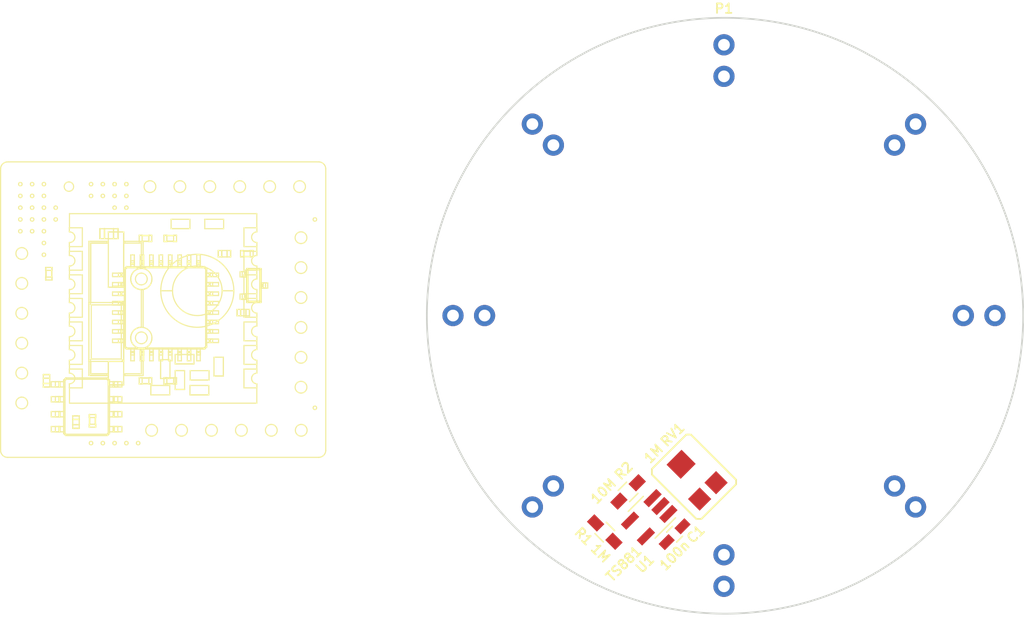
<source format=kicad_pcb>
(kicad_pcb (version 20170123) (host pcbnew no-vcs-found-5f4599f~59~ubuntu16.04.1)

  (general
    (thickness 1.6)
    (drawings 1772)
    (tracks 0)
    (zones 0)
    (modules 6)
    (nets 7)
  )

  (page A4)
  (layers
    (0 F.Cu signal)
    (31 B.Cu signal)
    (32 B.Adhes user)
    (33 F.Adhes user)
    (34 B.Paste user)
    (35 F.Paste user)
    (36 B.SilkS user)
    (37 F.SilkS user)
    (38 B.Mask user)
    (39 F.Mask user)
    (40 Dwgs.User user)
    (41 Cmts.User user)
    (42 Eco1.User user)
    (43 Eco2.User user)
    (44 Edge.Cuts user)
    (45 Margin user)
    (46 B.CrtYd user)
    (47 F.CrtYd user)
    (48 B.Fab user)
    (49 F.Fab user)
  )

  (setup
    (last_trace_width 0.35)
    (trace_clearance 0.3)
    (zone_clearance 0.508)
    (zone_45_only no)
    (trace_min 0.2)
    (segment_width 0.2)
    (edge_width 0.15)
    (via_size 0.8)
    (via_drill 0.4)
    (via_min_size 0.4)
    (via_min_drill 0.3)
    (uvia_size 0.3)
    (uvia_drill 0.1)
    (uvias_allowed no)
    (uvia_min_size 0.2)
    (uvia_min_drill 0.1)
    (pcb_text_width 0.3)
    (pcb_text_size 1.5 1.5)
    (mod_edge_width 0.15)
    (mod_text_size 0.8 0.8)
    (mod_text_width 0.15)
    (pad_size 1.524 1.524)
    (pad_drill 0.762)
    (pad_to_mask_clearance 0.2)
    (aux_axis_origin 0 0)
    (visible_elements FFFFFF7F)
    (pcbplotparams
      (layerselection 0x00030_ffffffff)
      (usegerberextensions false)
      (excludeedgelayer true)
      (linewidth 0.100000)
      (plotframeref false)
      (viasonmask false)
      (mode 1)
      (useauxorigin false)
      (hpglpennumber 1)
      (hpglpenspeed 20)
      (hpglpendiameter 15)
      (psnegative false)
      (psa4output false)
      (plotreference true)
      (plotvalue true)
      (plotinvisibletext false)
      (padsonsilk false)
      (subtractmaskfromsilk false)
      (outputformat 1)
      (mirror false)
      (drillshape 1)
      (scaleselection 1)
      (outputdirectory ""))
  )

  (net 0 "")
  (net 1 +3V3)
  (net 2 GND)
  (net 3 "Net-(P1-Pad2)")
  (net 4 "Net-(R1-Pad2)")
  (net 5 "Net-(RV1-Pad2)")
  (net 6 "Net-(U1-Pad1)")

  (net_class Default "This is the default net class."
    (clearance 0.3)
    (trace_width 0.35)
    (via_dia 0.8)
    (via_drill 0.4)
    (uvia_dia 0.3)
    (uvia_drill 0.1)
    (add_net +3V3)
    (add_net GND)
    (add_net "Net-(P1-Pad2)")
    (add_net "Net-(R1-Pad2)")
    (add_net "Net-(RV1-Pad2)")
    (add_net "Net-(U1-Pad1)")
  )

  (module Circular_Water_Sensor_Outline (layer F.Cu) (tedit 596F62CB) (tstamp 596F943A)
    (at 122.08424 82.281012)
    (path /596F68BC)
    (fp_text reference P1 (at 0 -26.075) (layer F.SilkS)
      (effects (font (size 0.8 0.8) (thickness 0.15)))
    )
    (fp_text value "Water Probe" (at 0 26.075) (layer F.Fab)
      (effects (font (size 0.8 0.8) (thickness 0.15)))
    )
    (fp_circle (center 0 0) (end 0 25) (layer F.Fab) (width 0.15))
    (fp_circle (center 0 0) (end 0 25.4) (layer F.CrtYd) (width 0.05))
    (pad 1 thru_hole oval (at 0 -23) (size 1.8 1.8) (drill 1) (layers *.Cu *.Mask)
      (net 1 +3V3))
    (pad 1 thru_hole oval (at 16.263455 -16.263455) (size 1.8 1.8) (drill 1) (layers *.Cu *.Mask)
      (net 1 +3V3))
    (pad 1 thru_hole oval (at 23 0) (size 1.8 1.8) (drill 1) (layers *.Cu *.Mask)
      (net 1 +3V3))
    (pad 1 thru_hole oval (at 16.263455 16.263455) (size 1.8 1.8) (drill 1) (layers *.Cu *.Mask)
      (net 1 +3V3))
    (pad 1 thru_hole oval (at 0 23) (size 1.8 1.8) (drill 1) (layers *.Cu *.Mask)
      (net 1 +3V3))
    (pad 1 thru_hole oval (at -16.263455 16.263455) (size 1.8 1.8) (drill 1) (layers *.Cu *.Mask)
      (net 1 +3V3))
    (pad 1 thru_hole oval (at -23 0) (size 1.8 1.8) (drill 1) (layers *.Cu *.Mask)
      (net 1 +3V3))
    (pad 1 thru_hole oval (at -16.263455 -16.263455) (size 1.8 1.8) (drill 1) (layers *.Cu *.Mask)
      (net 1 +3V3))
    (pad 2 thru_hole oval (at -14.478 -14.478) (size 1.8 1.8) (drill 1) (layers *.Cu *.Mask)
      (net 3 "Net-(P1-Pad2)"))
    (pad 2 thru_hole oval (at -14.478 14.478) (size 1.8 1.8) (drill 1) (layers *.Cu *.Mask)
      (net 3 "Net-(P1-Pad2)"))
    (pad 2 thru_hole oval (at 14.478 -14.478) (size 1.8 1.8) (drill 1) (layers *.Cu *.Mask)
      (net 3 "Net-(P1-Pad2)"))
    (pad 2 thru_hole oval (at 14.478 14.478) (size 1.8 1.8) (drill 1) (layers *.Cu *.Mask)
      (net 3 "Net-(P1-Pad2)"))
    (pad 2 thru_hole oval (at 0 -20.32) (size 1.8 1.8) (drill 1) (layers *.Cu *.Mask)
      (net 3 "Net-(P1-Pad2)"))
    (pad 2 thru_hole oval (at 20.32 0) (size 1.8 1.8) (drill 1) (layers *.Cu *.Mask)
      (net 3 "Net-(P1-Pad2)"))
    (pad 2 thru_hole oval (at 0 20.32) (size 1.8 1.8) (drill 1) (layers *.Cu *.Mask)
      (net 3 "Net-(P1-Pad2)"))
    (pad 2 thru_hole oval (at -20.32 0) (size 1.8 1.8) (drill 1) (layers *.Cu *.Mask)
      (net 3 "Net-(P1-Pad2)"))
  )

  (module Capacitors_SMD:C_0603_HandSoldering (layer F.Cu) (tedit 596F63D1) (tstamp 596F9423)
    (at 117.893843 100.854495 225)
    (descr "Capacitor SMD 0603, hand soldering")
    (tags "capacitor 0603")
    (path /596F65EC)
    (attr smd)
    (fp_text reference C1 (at -1.27 -1.27 225) (layer F.SilkS)
      (effects (font (size 0.8 0.8) (thickness 0.15)))
    )
    (fp_text value 100n (at 1.27 -1.27 225) (layer F.SilkS)
      (effects (font (size 0.8 0.8) (thickness 0.15)))
    )
    (fp_line (start 1.8 0.65) (end -1.8 0.65) (layer F.CrtYd) (width 0.05))
    (fp_line (start 1.8 0.65) (end 1.8 -0.65) (layer F.CrtYd) (width 0.05))
    (fp_line (start -1.8 -0.65) (end -1.8 0.65) (layer F.CrtYd) (width 0.05))
    (fp_line (start -1.8 -0.65) (end 1.8 -0.65) (layer F.CrtYd) (width 0.05))
    (fp_line (start 0.35 0.6) (end -0.35 0.6) (layer F.SilkS) (width 0.12))
    (fp_line (start -0.35 -0.6) (end 0.35 -0.6) (layer F.SilkS) (width 0.12))
    (fp_line (start -0.8 -0.4) (end 0.8 -0.4) (layer F.Fab) (width 0.1))
    (fp_line (start 0.8 -0.4) (end 0.8 0.4) (layer F.Fab) (width 0.1))
    (fp_line (start 0.8 0.4) (end -0.8 0.4) (layer F.Fab) (width 0.1))
    (fp_line (start -0.8 0.4) (end -0.8 -0.4) (layer F.Fab) (width 0.1))
    (fp_text user %R (at 0 -1.25 225) (layer F.Fab) hide
      (effects (font (size 1 1) (thickness 0.15)))
    )
    (pad 2 smd rect (at 0.949999 0 225) (size 1.2 0.75) (layers F.Cu F.Paste F.Mask)
      (net 1 +3V3))
    (pad 1 smd rect (at -0.949999 0 225) (size 1.2 0.75) (layers F.Cu F.Paste F.Mask)
      (net 2 GND))
    (model Capacitors_SMD.3dshapes/C_0603.stp
      (at (xyz 0 0 0))
      (scale (xyz 1 1 1))
      (rotate (xyz 0 0 0))
    )
  )

  (module Resistors_SMD:R_0603_HandSoldering (layer F.Cu) (tedit 596F63C0) (tstamp 596F944B)
    (at 111.966874 100.67489 315)
    (descr "Resistor SMD 0603, hand soldering")
    (tags "resistor 0603")
    (path /596F6087)
    (attr smd)
    (fp_text reference R1 (at -1.016 1.524 315) (layer F.SilkS)
      (effects (font (size 0.8 0.8) (thickness 0.15)))
    )
    (fp_text value 1M (at 1.016 1.524 315) (layer F.SilkS)
      (effects (font (size 0.8 0.8) (thickness 0.15)))
    )
    (fp_text user %R (at 0 0 315) (layer F.Fab) hide
      (effects (font (size 0.5 0.5) (thickness 0.075)))
    )
    (fp_line (start -0.8 0.4) (end -0.8 -0.4) (layer F.Fab) (width 0.1))
    (fp_line (start 0.8 0.4) (end -0.8 0.4) (layer F.Fab) (width 0.1))
    (fp_line (start 0.8 -0.4) (end 0.8 0.4) (layer F.Fab) (width 0.1))
    (fp_line (start -0.8 -0.4) (end 0.8 -0.4) (layer F.Fab) (width 0.1))
    (fp_line (start 0.5 0.68) (end -0.5 0.68) (layer F.SilkS) (width 0.12))
    (fp_line (start -0.5 -0.68) (end 0.5 -0.68) (layer F.SilkS) (width 0.12))
    (fp_line (start -1.96 -0.7) (end 1.95 -0.7) (layer F.CrtYd) (width 0.05))
    (fp_line (start -1.96 -0.7) (end -1.96 0.7) (layer F.CrtYd) (width 0.05))
    (fp_line (start 1.95 0.7) (end 1.95 -0.7) (layer F.CrtYd) (width 0.05))
    (fp_line (start 1.95 0.7) (end -1.96 0.7) (layer F.CrtYd) (width 0.05))
    (pad 1 smd rect (at -1.099999 0 315) (size 1.2 0.9) (layers F.Cu F.Paste F.Mask)
      (net 3 "Net-(P1-Pad2)"))
    (pad 2 smd rect (at 1.099999 0 315) (size 1.2 0.9) (layers F.Cu F.Paste F.Mask)
      (net 4 "Net-(R1-Pad2)"))
    (model ${KISYS3DMOD}/Resistors_SMD.3dshapes/R_0603.stp
      (at (xyz 0 0 0))
      (scale (xyz 1 1 1))
      (rotate (xyz 0 0 0))
    )
  )

  (module Resistors_SMD:R_0603_HandSoldering (layer F.Cu) (tedit 596F63C4) (tstamp 596F945C)
    (at 113.94253 97.262393 45)
    (descr "Resistor SMD 0603, hand soldering")
    (tags "resistor 0603")
    (path /596F7965)
    (attr smd)
    (fp_text reference R2 (at 1.016 -1.524 45) (layer F.SilkS)
      (effects (font (size 0.8 0.8) (thickness 0.15)))
    )
    (fp_text value 10M (at -1.44 -1.524 45) (layer F.SilkS)
      (effects (font (size 0.8 0.8) (thickness 0.15)))
    )
    (fp_line (start 1.95 0.7) (end -1.96 0.7) (layer F.CrtYd) (width 0.05))
    (fp_line (start 1.95 0.7) (end 1.95 -0.7) (layer F.CrtYd) (width 0.05))
    (fp_line (start -1.96 -0.7) (end -1.96 0.7) (layer F.CrtYd) (width 0.05))
    (fp_line (start -1.96 -0.7) (end 1.95 -0.7) (layer F.CrtYd) (width 0.05))
    (fp_line (start -0.5 -0.68) (end 0.5 -0.68) (layer F.SilkS) (width 0.12))
    (fp_line (start 0.5 0.68) (end -0.5 0.68) (layer F.SilkS) (width 0.12))
    (fp_line (start -0.8 -0.4) (end 0.8 -0.4) (layer F.Fab) (width 0.1))
    (fp_line (start 0.8 -0.4) (end 0.8 0.4) (layer F.Fab) (width 0.1))
    (fp_line (start 0.8 0.4) (end -0.8 0.4) (layer F.Fab) (width 0.1))
    (fp_line (start -0.8 0.4) (end -0.8 -0.4) (layer F.Fab) (width 0.1))
    (fp_text user %R (at 0 0 45) (layer F.Fab) hide
      (effects (font (size 0.5 0.5) (thickness 0.075)))
    )
    (pad 2 smd rect (at 1.099999 0 45) (size 1.2 0.9) (layers F.Cu F.Paste F.Mask)
      (net 2 GND))
    (pad 1 smd rect (at -1.099999 0 45) (size 1.2 0.9) (layers F.Cu F.Paste F.Mask)
      (net 4 "Net-(R1-Pad2)"))
    (model ${KISYS3DMOD}/Resistors_SMD.3dshapes/R_0603.stp
      (at (xyz 0 0 0))
      (scale (xyz 1 1 1))
      (rotate (xyz 0 0 0))
    )
  )

  (module myfootprints:TC-33X-2 (layer F.Cu) (tedit 596F6392) (tstamp 596F946B)
    (at 119.594704 96.089572 45)
    (path /596F5DFC)
    (fp_text reference RV1 (at 1.28778 -3.92938 45) (layer F.SilkS)
      (effects (font (size 0.8 0.8) (thickness 0.15)))
    )
    (fp_text value 1M (at -0.99822 -3.92938 45) (layer F.SilkS)
      (effects (font (size 0.8 0.8) (thickness 0.15)))
    )
    (fp_line (start -2.016767 -3.11404) (end 2.11836 -3.11404) (layer F.SilkS) (width 0.15))
    (fp_line (start 2.11836 -3.11404) (end 2.3876 -2.8448) (layer F.SilkS) (width 0.15))
    (fp_line (start 2.3876 -2.8448) (end 2.3876 2.5908) (layer F.SilkS) (width 0.15))
    (fp_line (start 2.3876 2.5908) (end 2.12344 2.85496) (layer F.SilkS) (width 0.15))
    (fp_line (start 2.12344 2.85496) (end -2.0447 2.85496) (layer F.SilkS) (width 0.15))
    (fp_line (start -2.0447 2.85496) (end -2.3495 2.55016) (layer F.SilkS) (width 0.15))
    (fp_line (start -2.3495 2.55016) (end -2.3495 -2.77876) (layer F.SilkS) (width 0.15))
    (fp_line (start -2.3495 -2.77876) (end -2.02438 -3.10388) (layer F.SilkS) (width 0.15))
    (pad 3 smd rect (at 1.01092 1.55956 45) (size 1.4 1.4) (layers F.Cu F.Paste F.Mask)
      (net 2 GND))
    (pad 1 smd rect (at -0.95758 1.55702 45) (size 1.4 1.4) (layers F.Cu F.Paste F.Mask)
      (net 1 +3V3))
    (pad 2 smd rect (at 0.01778 -1.643381 45) (size 1.8 1.7) (layers F.Cu F.Paste F.Mask)
      (net 5 "Net-(RV1-Pad2)"))
    (model ${KISYS3DMOD}/Resistors_SMD.3dshapes/TC-33X-2.stp
      (at (xyz 0 0 0))
      (scale (xyz 1 1 1))
      (rotate (xyz 0 0 0))
    )
  )

  (module TO_SOT_Packages_SMD:SOT-23-5_HandSoldering (layer F.Cu) (tedit 596F63B6) (tstamp 596F9480)
    (at 115.738582 99.417654 225)
    (descr "5-pin SOT23 package")
    (tags "SOT-23-5 hand-soldering")
    (path /596F5637)
    (attr smd)
    (fp_text reference U1 (at 3.048 -2.54 225) (layer F.SilkS)
      (effects (font (size 0.8 0.8) (thickness 0.15)))
    )
    (fp_text value TS881 (at 4.318 -1.27 225) (layer F.SilkS)
      (effects (font (size 0.8 0.8) (thickness 0.15)))
    )
    (fp_line (start 2.38 1.8) (end -2.38 1.8) (layer F.CrtYd) (width 0.05))
    (fp_line (start 2.38 1.8) (end 2.38 -1.8) (layer F.CrtYd) (width 0.05))
    (fp_line (start -2.38 -1.8) (end -2.38 1.8) (layer F.CrtYd) (width 0.05))
    (fp_line (start -2.38 -1.8) (end 2.38 -1.8) (layer F.CrtYd) (width 0.05))
    (fp_line (start 0.9 -1.55) (end 0.9 1.55) (layer F.Fab) (width 0.1))
    (fp_line (start 0.9 1.55) (end -0.9 1.55) (layer F.Fab) (width 0.1))
    (fp_line (start -0.9 -0.9) (end -0.9 1.55) (layer F.Fab) (width 0.1))
    (fp_line (start 0.9 -1.55) (end -0.25 -1.55) (layer F.Fab) (width 0.1))
    (fp_line (start -0.9 -0.9) (end -0.25 -1.55) (layer F.Fab) (width 0.1))
    (fp_line (start 0.9 -1.61) (end -1.55 -1.61) (layer F.SilkS) (width 0.12))
    (fp_line (start -0.9 1.61) (end 0.9 1.61) (layer F.SilkS) (width 0.12))
    (fp_text user %R (at 0 0 225) (layer F.Fab) hide
      (effects (font (size 0.5 0.5) (thickness 0.075)))
    )
    (pad 5 smd rect (at 1.35 -0.95 225) (size 1.56 0.65) (layers F.Cu F.Paste F.Mask)
      (net 1 +3V3))
    (pad 4 smd rect (at 1.35 0.95 225) (size 1.56 0.65) (layers F.Cu F.Paste F.Mask)
      (net 4 "Net-(R1-Pad2)"))
    (pad 3 smd rect (at -1.35 0.95 225) (size 1.56 0.65) (layers F.Cu F.Paste F.Mask)
      (net 5 "Net-(RV1-Pad2)"))
    (pad 2 smd rect (at -1.35 0 225) (size 1.56 0.65) (layers F.Cu F.Paste F.Mask)
      (net 2 GND))
    (pad 1 smd rect (at -1.35 -0.95 225) (size 1.56 0.65) (layers F.Cu F.Paste F.Mask)
      (net 6 "Net-(U1-Pad1)"))
    (model ${KISYS3DMOD}/SOT_Packages_SMD.3dshapes/SOT23-5.stp
      (at (xyz 0 0 0))
      (scale (xyz 1 1 1))
      (rotate (xyz 0 0 0))
    )
  )

  (gr_line (start 68.732328 91.512337) (end 68.232328 91.512337) (layer F.SilkS) (width 0.1))
  (gr_line (start 75.367328 88.102337) (end 75.367328 88.077337) (layer F.SilkS) (width 0.1))
  (gr_line (start 75.367328 87.552337) (end 75.367328 87.577337) (layer F.SilkS) (width 0.1))
  (gr_line (start 64.857328 87.292337) (end 64.857328 87.312337) (layer F.SilkS) (width 0.1))
  (gr_line (start 79.685026 80.175) (end 79.735026 80.175) (layer F.SilkS) (width 0.1))
  (gr_line (start 79.635026 80.175) (end 79.685026 80.175) (layer F.SilkS) (width 0.1))
  (gr_line (start 79.585026 80.175) (end 79.635026 80.175) (layer F.SilkS) (width 0.1))
  (gr_line (start 79.535026 80.175) (end 79.585026 80.175) (layer F.SilkS) (width 0.1))
  (gr_line (start 79.485026 80.175) (end 79.535026 80.175) (layer F.SilkS) (width 0.1))
  (gr_line (start 67.357328 91.542337) (end 67.357328 91.112337) (layer F.SilkS) (width 0.1))
  (gr_line (start 68.737328 91.512337) (end 68.737328 90.942337) (layer F.SilkS) (width 0.1))
  (gr_line (start 66.807328 91.862337) (end 66.807328 91.842337) (layer F.SilkS) (width 0.1))
  (gr_line (start 73.267328 88.102337) (end 73.267328 88.077337) (layer F.SilkS) (width 0.1))
  (gr_line (start 68.757328 91.762337) (end 68.757328 91.512337) (layer F.SilkS) (width 0.1))
  (gr_line (start 68.207328 91.512337) (end 68.232328 91.512337) (layer F.SilkS) (width 0.1))
  (gr_line (start 75.617328 75.452337) (end 75.367328 75.452337) (layer F.SilkS) (width 0.1))
  (gr_line (start 75.617328 75.477337) (end 75.367328 75.477337) (layer F.SilkS) (width 0.1))
  (gr_line (start 75.367328 87.577337) (end 75.367328 88.077337) (layer F.SilkS) (width 0.1))
  (gr_line (start 74.547328 88.102337) (end 74.547328 88.077337) (layer F.SilkS) (width 0.1))
  (gr_line (start 69.487328 74.902337) (end 69.127328 74.902337) (layer F.SilkS) (width 0.1))
  (gr_line (start 69.487328 75.752337) (end 69.127328 75.752337) (layer F.SilkS) (width 0.1))
  (gr_line (start 69.507328 74.902337) (end 69.507328 75.752337) (layer F.SilkS) (width 0.1))
  (gr_line (start 70.257328 74.902337) (end 69.507328 74.902337) (layer F.SilkS) (width 0.1))
  (gr_line (start 64.307328 88.362337) (end 64.857328 88.362337) (layer F.SilkS) (width 0.1))
  (gr_line (start 72.032328 77.627337) (end 72.032328 77.127337) (layer F.SilkS) (width 0.1))
  (gr_line (start 77.332328 77.627337) (end 77.332328 77.127337) (layer F.SilkS) (width 0.1))
  (gr_line (start 77.632328 77.827337) (end 77.332328 77.827337) (layer F.SilkS) (width 0.1))
  (gr_line (start 71.732328 77.627337) (end 71.732328 77.127337) (layer F.SilkS) (width 0.1))
  (gr_line (start 77.632328 77.627337) (end 77.632328 77.127337) (layer F.SilkS) (width 0.1))
  (gr_line (start 78.682328 81.377337) (end 79.182328 81.377337) (layer F.SilkS) (width 0.1))
  (gr_line (start 78.682328 81.877337) (end 79.182328 81.877337) (layer F.SilkS) (width 0.1))
  (gr_line (start 78.682328 81.077337) (end 79.182328 81.077337) (layer F.SilkS) (width 0.1))
  (gr_line (start 78.682328 82.177337) (end 79.182328 82.177337) (layer F.SilkS) (width 0.1))
  (gr_line (start 78.682328 80.577337) (end 79.182328 80.577337) (layer F.SilkS) (width 0.1))
  (gr_line (start 78.682328 82.677337) (end 79.182328 82.677337) (layer F.SilkS) (width 0.1))
  (gr_line (start 78.682328 80.277337) (end 79.182328 80.277337) (layer F.SilkS) (width 0.1))
  (gr_line (start 78.682328 82.977337) (end 79.182328 82.977337) (layer F.SilkS) (width 0.1))
  (gr_line (start 78.682328 79.777337) (end 79.182328 79.777337) (layer F.SilkS) (width 0.1))
  (gr_line (start 78.682328 83.477337) (end 79.182328 83.477337) (layer F.SilkS) (width 0.1))
  (gr_line (start 78.682328 79.477337) (end 79.182328 79.477337) (layer F.SilkS) (width 0.1))
  (gr_line (start 78.682328 83.777337) (end 79.182328 83.777337) (layer F.SilkS) (width 0.1))
  (gr_line (start 78.682328 78.977337) (end 79.182328 78.977337) (layer F.SilkS) (width 0.1))
  (gr_line (start 78.682328 84.277337) (end 79.182328 84.277337) (layer F.SilkS) (width 0.1))
  (gr_line (start 78.682328 78.677337) (end 79.182328 78.677337) (layer F.SilkS) (width 0.1))
  (gr_line (start 78.682328 84.577337) (end 79.182328 84.577337) (layer F.SilkS) (width 0.1))
  (gr_line (start 74.932328 85.627337) (end 74.932328 86.127337) (layer F.SilkS) (width 0.1))
  (gr_line (start 74.432328 85.627337) (end 74.432328 86.127337) (layer F.SilkS) (width 0.1))
  (gr_line (start 75.232328 85.627337) (end 75.232328 86.127337) (layer F.SilkS) (width 0.1))
  (gr_line (start 74.132328 85.627337) (end 74.132328 86.127337) (layer F.SilkS) (width 0.1))
  (gr_line (start 75.732328 85.627337) (end 75.732328 86.127337) (layer F.SilkS) (width 0.1))
  (gr_line (start 73.632328 85.627337) (end 73.632328 86.127337) (layer F.SilkS) (width 0.1))
  (gr_line (start 76.032328 85.627337) (end 76.032328 86.127337) (layer F.SilkS) (width 0.1))
  (gr_line (start 73.332328 85.627337) (end 73.332328 86.127337) (layer F.SilkS) (width 0.1))
  (gr_line (start 76.532328 85.627337) (end 76.532328 86.127337) (layer F.SilkS) (width 0.1))
  (gr_line (start 72.832328 85.627337) (end 72.832328 86.127337) (layer F.SilkS) (width 0.1))
  (gr_line (start 76.832328 85.627337) (end 76.832328 86.127337) (layer F.SilkS) (width 0.1))
  (gr_line (start 72.532328 85.627337) (end 72.532328 86.127337) (layer F.SilkS) (width 0.1))
  (gr_line (start 77.332328 85.427337) (end 77.632328 85.427337) (layer F.SilkS) (width 0.1))
  (gr_line (start 77.332328 85.627337) (end 77.332328 86.127337) (layer F.SilkS) (width 0.1))
  (gr_line (start 72.032328 85.627337) (end 72.032328 86.127337) (layer F.SilkS) (width 0.1))
  (gr_line (start 77.632328 85.627337) (end 77.632328 86.127337) (layer F.SilkS) (width 0.1))
  (gr_line (start 71.732328 85.627337) (end 71.732328 86.127337) (layer F.SilkS) (width 0.1))
  (gr_line (start 70.882328 80.277337) (end 70.882328 80.577337) (layer F.SilkS) (width 0.1))
  (gr_line (start 70.182328 80.277337) (end 70.182328 80.577337) (layer F.SilkS) (width 0.1))
  (gr_line (start 70.882328 83.477337) (end 70.882328 83.777337) (layer F.SilkS) (width 0.1))
  (gr_line (start 70.182328 83.477337) (end 70.182328 83.777337) (layer F.SilkS) (width 0.1))
  (gr_line (start 70.882328 79.477337) (end 70.882328 79.777337) (layer F.SilkS) (width 0.1))
  (gr_line (start 70.182328 79.477337) (end 70.182328 79.777337) (layer F.SilkS) (width 0.1))
  (gr_line (start 70.882328 84.277337) (end 70.882328 84.577337) (layer F.SilkS) (width 0.1))
  (gr_line (start 70.182328 84.277337) (end 70.182328 84.577337) (layer F.SilkS) (width 0.1))
  (gr_line (start 70.882328 78.677337) (end 70.882328 78.977337) (layer F.SilkS) (width 0.1))
  (gr_line (start 70.182328 78.677337) (end 70.182328 78.977337) (layer F.SilkS) (width 0.1))
  (gr_line (start 74.132328 78.127337) (end 74.132328 77.927337) (layer F.SilkS) (width 0.1))
  (gr_line (start 74.432328 78.127337) (end 74.432328 77.927337) (layer F.SilkS) (width 0.1))
  (gr_line (start 74.932328 78.127337) (end 74.932328 77.927337) (layer F.SilkS) (width 0.1))
  (gr_line (start 75.232328 78.127337) (end 75.232328 77.927337) (layer F.SilkS) (width 0.1))
  (gr_line (start 73.332328 78.127337) (end 73.332328 77.927337) (layer F.SilkS) (width 0.1))
  (gr_line (start 73.632328 78.127337) (end 73.632328 77.927337) (layer F.SilkS) (width 0.1))
  (gr_line (start 75.732328 78.127337) (end 75.732328 77.927337) (layer F.SilkS) (width 0.1))
  (gr_line (start 76.032328 78.127337) (end 76.032328 77.927337) (layer F.SilkS) (width 0.1))
  (gr_line (start 72.532328 78.127337) (end 72.532328 77.927337) (layer F.SilkS) (width 0.1))
  (gr_line (start 72.832328 78.127337) (end 72.832328 77.927337) (layer F.SilkS) (width 0.1))
  (gr_line (start 76.532328 78.127337) (end 76.532328 77.927337) (layer F.SilkS) (width 0.1))
  (gr_line (start 76.832328 78.127337) (end 76.832328 77.927337) (layer F.SilkS) (width 0.1))
  (gr_line (start 71.732328 78.127337) (end 71.732328 77.927337) (layer F.SilkS) (width 0.1))
  (gr_line (start 72.032328 78.127337) (end 72.032328 77.927337) (layer F.SilkS) (width 0.1))
  (gr_line (start 77.332328 78.127337) (end 77.332328 77.927337) (layer F.SilkS) (width 0.1))
  (gr_line (start 77.632328 78.127337) (end 77.632328 77.927337) (layer F.SilkS) (width 0.1))
  (gr_line (start 78.182328 81.077337) (end 78.382328 81.077337) (layer F.SilkS) (width 0.1))
  (gr_line (start 78.182328 81.377337) (end 78.382328 81.377337) (layer F.SilkS) (width 0.1))
  (gr_line (start 78.182328 81.877337) (end 78.382328 81.877337) (layer F.SilkS) (width 0.1))
  (gr_line (start 78.182328 82.177337) (end 78.382328 82.177337) (layer F.SilkS) (width 0.1))
  (gr_line (start 78.182328 80.277337) (end 78.382328 80.277337) (layer F.SilkS) (width 0.1))
  (gr_line (start 78.182328 80.577337) (end 78.382328 80.577337) (layer F.SilkS) (width 0.1))
  (gr_line (start 78.182328 82.677337) (end 78.382328 82.677337) (layer F.SilkS) (width 0.1))
  (gr_line (start 78.182328 82.977337) (end 78.382328 82.977337) (layer F.SilkS) (width 0.1))
  (gr_line (start 78.182328 79.477337) (end 78.382328 79.477337) (layer F.SilkS) (width 0.1))
  (gr_line (start 78.182328 79.777337) (end 78.382328 79.777337) (layer F.SilkS) (width 0.1))
  (gr_line (start 78.182328 83.477337) (end 78.382328 83.477337) (layer F.SilkS) (width 0.1))
  (gr_line (start 78.182328 83.777337) (end 78.382328 83.777337) (layer F.SilkS) (width 0.1))
  (gr_line (start 78.182328 78.677337) (end 78.382328 78.677337) (layer F.SilkS) (width 0.1))
  (gr_line (start 78.182328 78.977337) (end 78.382328 78.977337) (layer F.SilkS) (width 0.1))
  (gr_line (start 78.182328 84.277337) (end 78.382328 84.277337) (layer F.SilkS) (width 0.1))
  (gr_line (start 78.182328 84.577337) (end 78.382328 84.577337) (layer F.SilkS) (width 0.1))
  (gr_line (start 75.232328 85.127337) (end 75.232328 85.327337) (layer F.SilkS) (width 0.1))
  (gr_line (start 74.932328 85.127337) (end 74.932328 85.327337) (layer F.SilkS) (width 0.1))
  (gr_line (start 74.432328 85.127337) (end 74.432328 85.327337) (layer F.SilkS) (width 0.1))
  (gr_line (start 74.132328 85.127337) (end 74.132328 85.327337) (layer F.SilkS) (width 0.1))
  (gr_line (start 76.032328 85.127337) (end 76.032328 85.327337) (layer F.SilkS) (width 0.1))
  (gr_line (start 75.732328 85.127337) (end 75.732328 85.327337) (layer F.SilkS) (width 0.1))
  (gr_line (start 73.632328 85.127337) (end 73.632328 85.327337) (layer F.SilkS) (width 0.1))
  (gr_line (start 73.332328 85.127337) (end 73.332328 85.327337) (layer F.SilkS) (width 0.1))
  (gr_line (start 76.832328 85.127337) (end 76.832328 85.327337) (layer F.SilkS) (width 0.1))
  (gr_line (start 76.532328 85.127337) (end 76.532328 85.327337) (layer F.SilkS) (width 0.1))
  (gr_line (start 72.832328 85.127337) (end 72.832328 85.327337) (layer F.SilkS) (width 0.1))
  (gr_line (start 72.532328 85.127337) (end 72.532328 85.327337) (layer F.SilkS) (width 0.1))
  (gr_line (start 77.632328 85.127337) (end 77.632328 85.327337) (layer F.SilkS) (width 0.1))
  (gr_line (start 77.332328 85.127337) (end 77.332328 85.327337) (layer F.SilkS) (width 0.1))
  (gr_line (start 72.032328 85.127337) (end 72.032328 85.327337) (layer F.SilkS) (width 0.1))
  (gr_line (start 71.732328 85.127337) (end 71.732328 85.327337) (layer F.SilkS) (width 0.1))
  (gr_line (start 70.882328 82.677337) (end 70.882328 82.977337) (layer F.SilkS) (width 0.1))
  (gr_line (start 70.182328 82.677337) (end 70.182328 82.977337) (layer F.SilkS) (width 0.1))
  (gr_line (start 70.882328 81.077337) (end 70.882328 81.377337) (layer F.SilkS) (width 0.1))
  (gr_line (start 70.182328 81.077337) (end 70.182328 81.377337) (layer F.SilkS) (width 0.1))
  (gr_line (start 70.682328 81.077337) (end 70.182328 81.077337) (layer F.SilkS) (width 0.1))
  (gr_line (start 70.682328 80.577337) (end 70.182328 80.577337) (layer F.SilkS) (width 0.1))
  (gr_line (start 70.682328 82.977337) (end 70.182328 82.977337) (layer F.SilkS) (width 0.1))
  (gr_line (start 70.682328 80.277337) (end 70.182328 80.277337) (layer F.SilkS) (width 0.1))
  (gr_line (start 70.682328 83.477337) (end 70.182328 83.477337) (layer F.SilkS) (width 0.1))
  (gr_line (start 70.682328 79.777337) (end 70.182328 79.777337) (layer F.SilkS) (width 0.1))
  (gr_line (start 70.682328 83.777337) (end 70.182328 83.777337) (layer F.SilkS) (width 0.1))
  (gr_line (start 70.682328 79.477337) (end 70.182328 79.477337) (layer F.SilkS) (width 0.1))
  (gr_line (start 70.682328 84.277337) (end 70.182328 84.277337) (layer F.SilkS) (width 0.1))
  (gr_line (start 70.682328 78.977337) (end 70.182328 78.977337) (layer F.SilkS) (width 0.1))
  (gr_line (start 70.682328 84.577337) (end 70.182328 84.577337) (layer F.SilkS) (width 0.1))
  (gr_line (start 70.682328 78.677337) (end 70.182328 78.677337) (layer F.SilkS) (width 0.1))
  (gr_line (start 78.007328 78.127337) (end 77.632328 78.127337) (layer F.SilkS) (width 0.1))
  (gr_line (start 77.632328 78.127337) (end 77.332328 78.127337) (layer F.SilkS) (width 0.1))
  (gr_line (start 77.332328 78.127337) (end 76.832328 78.127337) (layer F.SilkS) (width 0.1))
  (gr_line (start 76.832328 78.127337) (end 76.532328 78.127337) (layer F.SilkS) (width 0.1))
  (gr_line (start 76.532328 78.127337) (end 76.032328 78.127337) (layer F.SilkS) (width 0.1))
  (gr_line (start 76.032328 78.127337) (end 75.732328 78.127337) (layer F.SilkS) (width 0.1))
  (gr_line (start 75.732328 78.127337) (end 75.232328 78.127337) (layer F.SilkS) (width 0.1))
  (gr_line (start 75.232328 78.127337) (end 74.932328 78.127337) (layer F.SilkS) (width 0.1))
  (gr_line (start 74.932328 78.127337) (end 74.432328 78.127337) (layer F.SilkS) (width 0.1))
  (gr_line (start 74.432328 78.127337) (end 74.132328 78.127337) (layer F.SilkS) (width 0.1))
  (gr_line (start 74.132328 78.127337) (end 73.632328 78.127337) (layer F.SilkS) (width 0.1))
  (gr_line (start 73.632328 78.127337) (end 73.332328 78.127337) (layer F.SilkS) (width 0.1))
  (gr_line (start 73.332328 78.127337) (end 72.832328 78.127337) (layer F.SilkS) (width 0.1))
  (gr_line (start 72.832328 78.127337) (end 72.532328 78.127337) (layer F.SilkS) (width 0.1))
  (gr_line (start 72.532328 78.127337) (end 72.032328 78.127337) (layer F.SilkS) (width 0.1))
  (gr_line (start 72.032328 78.127337) (end 71.732328 78.127337) (layer F.SilkS) (width 0.1))
  (gr_line (start 71.732328 78.127337) (end 71.357328 78.127337) (layer F.SilkS) (width 0.1))
  (gr_line (start 78.182328 78.302337) (end 78.007328 78.127337) (layer F.SilkS) (width 0.1))
  (gr_line (start 78.182328 84.952337) (end 78.182328 84.577337) (layer F.SilkS) (width 0.1))
  (gr_line (start 78.182328 84.577337) (end 78.182328 84.277337) (layer F.SilkS) (width 0.1))
  (gr_line (start 78.182328 84.277337) (end 78.182328 83.777337) (layer F.SilkS) (width 0.1))
  (gr_line (start 78.182328 83.777337) (end 78.182328 83.477337) (layer F.SilkS) (width 0.1))
  (gr_line (start 78.182328 83.477337) (end 78.182328 82.977337) (layer F.SilkS) (width 0.1))
  (gr_line (start 78.182328 82.977337) (end 78.182328 82.677337) (layer F.SilkS) (width 0.1))
  (gr_line (start 78.182328 82.677337) (end 78.182328 82.177337) (layer F.SilkS) (width 0.1))
  (gr_line (start 78.182328 82.177337) (end 78.182328 81.877337) (layer F.SilkS) (width 0.1))
  (gr_line (start 78.182328 81.877337) (end 78.182328 81.377337) (layer F.SilkS) (width 0.1))
  (gr_line (start 78.182328 81.377337) (end 78.182328 81.077337) (layer F.SilkS) (width 0.1))
  (gr_line (start 78.182328 81.077337) (end 78.182328 80.577337) (layer F.SilkS) (width 0.1))
  (gr_line (start 78.182328 80.577337) (end 78.182328 80.277337) (layer F.SilkS) (width 0.1))
  (gr_line (start 78.182328 80.277337) (end 78.182328 79.777337) (layer F.SilkS) (width 0.1))
  (gr_line (start 78.182328 79.777337) (end 78.182328 79.477337) (layer F.SilkS) (width 0.1))
  (gr_line (start 78.182328 79.477337) (end 78.182328 78.977337) (layer F.SilkS) (width 0.1))
  (gr_line (start 78.182328 78.977337) (end 78.182328 78.677337) (layer F.SilkS) (width 0.1))
  (gr_line (start 78.182328 78.677337) (end 78.182328 78.302337) (layer F.SilkS) (width 0.1))
  (gr_line (start 78.007328 85.127337) (end 78.182328 84.952337) (layer F.SilkS) (width 0.1))
  (gr_line (start 71.357328 85.127337) (end 71.732328 85.127337) (layer F.SilkS) (width 0.1))
  (gr_line (start 71.732328 85.127337) (end 72.032328 85.127337) (layer F.SilkS) (width 0.1))
  (gr_line (start 72.032328 85.127337) (end 72.532328 85.127337) (layer F.SilkS) (width 0.1))
  (gr_line (start 66.807328 91.092337) (end 66.807328 90.812337) (layer F.SilkS) (width 0.1))
  (gr_line (start 64.307328 88.342337) (end 64.857328 88.342337) (layer F.SilkS) (width 0.1))
  (gr_line (start 64.307328 88.362337) (end 64.857328 88.362337) (layer F.SilkS) (width 0.1))
  (gr_line (start 72.447328 87.552337) (end 72.447328 87.577337) (layer F.SilkS) (width 0.1))
  (gr_line (start 68.732328 90.942337) (end 68.232328 90.942337) (layer F.SilkS) (width 0.1))
  (gr_line (start 65.057328 78.442337) (end 65.032328 78.442337) (layer F.SilkS) (width 0.1))
  (gr_line (start 71.130013 79.875) (end 71.130013 75.175) (layer F.SilkS) (width 0.1))
  (gr_line (start 69.830013 79.875) (end 71.130013 79.875) (layer F.SilkS) (width 0.1))
  (gr_line (start 68.330013 87.225) (end 68.330013 86.175) (layer F.SilkS) (width 0.1))
  (gr_line (start 69.730013 87.225) (end 68.330013 87.225) (layer F.SilkS) (width 0.1))
  (gr_line (start 69.730013 87.375) (end 69.730013 87.225) (layer F.SilkS) (width 0.1))
  (gr_line (start 68.180013 87.375) (end 69.730013 87.375) (layer F.SilkS) (width 0.1))
  (gr_line (start 68.180013 81.175) (end 68.180013 86.175) (layer F.SilkS) (width 0.1))
  (gr_line (start 73.332328 85.577337) (end 73.332328 85.627337) (layer F.SilkS) (width 0.1))
  (gr_line (start 73.332328 85.527337) (end 73.332328 85.577337) (layer F.SilkS) (width 0.1))
  (gr_line (start 73.332328 85.477337) (end 73.332328 85.527337) (layer F.SilkS) (width 0.1))
  (gr_line (start 73.332328 85.427337) (end 73.332328 85.477337) (layer F.SilkS) (width 0.1))
  (gr_line (start 73.332328 85.377337) (end 73.332328 85.427337) (layer F.SilkS) (width 0.1))
  (gr_line (start 73.332328 85.327337) (end 73.332328 85.377337) (layer F.SilkS) (width 0.1))
  (gr_line (start 76.532328 85.577337) (end 76.532328 85.627337) (layer F.SilkS) (width 0.1))
  (gr_line (start 76.532328 85.527337) (end 76.532328 85.577337) (layer F.SilkS) (width 0.1))
  (gr_line (start 76.532328 85.477337) (end 76.532328 85.527337) (layer F.SilkS) (width 0.1))
  (gr_line (start 76.532328 85.427337) (end 76.532328 85.477337) (layer F.SilkS) (width 0.1))
  (gr_line (start 76.532328 85.377337) (end 76.532328 85.427337) (layer F.SilkS) (width 0.1))
  (gr_line (start 76.532328 85.327337) (end 76.532328 85.377337) (layer F.SilkS) (width 0.1))
  (gr_line (start 72.832328 85.577337) (end 72.832328 85.627337) (layer F.SilkS) (width 0.1))
  (gr_line (start 72.832328 85.527337) (end 72.832328 85.577337) (layer F.SilkS) (width 0.1))
  (gr_line (start 72.832328 85.477337) (end 72.832328 85.527337) (layer F.SilkS) (width 0.1))
  (gr_line (start 72.832328 85.427337) (end 72.832328 85.477337) (layer F.SilkS) (width 0.1))
  (gr_line (start 72.832328 85.377337) (end 72.832328 85.427337) (layer F.SilkS) (width 0.1))
  (gr_line (start 72.832328 85.327337) (end 72.832328 85.377337) (layer F.SilkS) (width 0.1))
  (gr_line (start 76.832328 85.577337) (end 76.832328 85.627337) (layer F.SilkS) (width 0.1))
  (gr_line (start 76.832328 85.527337) (end 76.832328 85.577337) (layer F.SilkS) (width 0.1))
  (gr_line (start 76.832328 85.477337) (end 76.832328 85.527337) (layer F.SilkS) (width 0.1))
  (gr_line (start 76.832328 85.427337) (end 76.832328 85.477337) (layer F.SilkS) (width 0.1))
  (gr_line (start 76.832328 85.377337) (end 76.832328 85.427337) (layer F.SilkS) (width 0.1))
  (gr_line (start 76.832328 85.327337) (end 76.832328 85.377337) (layer F.SilkS) (width 0.1))
  (gr_line (start 72.532328 85.577337) (end 72.532328 85.627337) (layer F.SilkS) (width 0.1))
  (gr_line (start 72.532328 85.527337) (end 72.532328 85.577337) (layer F.SilkS) (width 0.1))
  (gr_line (start 72.532328 85.477337) (end 72.532328 85.527337) (layer F.SilkS) (width 0.1))
  (gr_line (start 72.532328 85.427337) (end 72.532328 85.477337) (layer F.SilkS) (width 0.1))
  (gr_line (start 72.532328 85.377337) (end 72.532328 85.427337) (layer F.SilkS) (width 0.1))
  (gr_line (start 72.532328 85.327337) (end 72.532328 85.377337) (layer F.SilkS) (width 0.1))
  (gr_line (start 77.332328 85.577337) (end 77.332328 85.627337) (layer F.SilkS) (width 0.1))
  (gr_line (start 77.332328 85.527337) (end 77.332328 85.577337) (layer F.SilkS) (width 0.1))
  (gr_line (start 77.332328 85.477337) (end 77.332328 85.527337) (layer F.SilkS) (width 0.1))
  (gr_line (start 77.332328 85.427337) (end 77.332328 85.477337) (layer F.SilkS) (width 0.1))
  (gr_line (start 69.699914 87.692166) (end 69.722274 87.647444) (layer F.SilkS) (width 0.1))
  (gr_line (start 69.906942 87.76503) (end 69.932328 87.752337) (layer F.SilkS) (width 0.1))
  (gr_line (start 69.862221 87.787391) (end 69.906942 87.76503) (layer F.SilkS) (width 0.1))
  (gr_line (start 69.817499 87.809751) (end 69.862221 87.787391) (layer F.SilkS) (width 0.1))
  (gr_line (start 69.906942 92.289644) (end 69.932328 92.302337) (layer F.SilkS) (width 0.1))
  (gr_line (start 69.862221 92.267283) (end 69.906942 92.289644) (layer F.SilkS) (width 0.1))
  (gr_line (start 69.817499 92.244923) (end 69.862221 92.267283) (layer F.SilkS) (width 0.1))
  (gr_line (start 69.744635 92.451951) (end 69.757328 92.477337) (layer F.SilkS) (width 0.1))
  (gr_line (start 69.722274 92.40723) (end 69.744635 92.451951) (layer F.SilkS) (width 0.1))
  (gr_line (start 69.699914 92.362508) (end 69.722274 92.40723) (layer F.SilkS) (width 0.1))
  (gr_line (start 65.382328 90.887337) (end 65.332328 90.887337) (layer F.SilkS) (width 0.1))
  (gr_line (start 65.432328 90.887337) (end 65.382328 90.887337) (layer F.SilkS) (width 0.1))
  (gr_line (start 65.482328 90.887337) (end 65.432328 90.887337) (layer F.SilkS) (width 0.1))
  (gr_line (start 65.532328 90.887337) (end 65.482328 90.887337) (layer F.SilkS) (width 0.1))
  (gr_line (start 65.582328 90.887337) (end 65.532328 90.887337) (layer F.SilkS) (width 0.1))
  (gr_line (start 65.632328 90.887337) (end 65.582328 90.887337) (layer F.SilkS) (width 0.1))
  (gr_line (start 65.682328 90.887337) (end 65.632328 90.887337) (layer F.SilkS) (width 0.1))
  (gr_line (start 65.732328 90.887337) (end 65.682328 90.887337) (layer F.SilkS) (width 0.1))
  (gr_line (start 66.220021 92.451951) (end 66.207328 92.477337) (layer F.SilkS) (width 0.1))
  (gr_line (start 66.242382 92.40723) (end 66.220021 92.451951) (layer F.SilkS) (width 0.1))
  (gr_line (start 66.264742 92.362508) (end 66.242382 92.40723) (layer F.SilkS) (width 0.1))
  (gr_line (start 69.730013 75.975) (end 68.180013 75.975) (layer F.SilkS) (width 0.1))
  (gr_line (start 69.730013 76.125) (end 69.730013 75.975) (layer F.SilkS) (width 0.1))
  (gr_line (start 68.330013 76.125) (end 69.730013 76.125) (layer F.SilkS) (width 0.1))
  (gr_line (start 68.330013 81.175) (end 68.330013 76.125) (layer F.SilkS) (width 0.1))
  (gr_line (start 71.130013 86.175) (end 71.130013 81.175) (layer F.SilkS) (width 0.1))
  (gr_line (start 69.830013 88.175) (end 71.130013 88.175) (layer F.SilkS) (width 0.1))
  (gr_line (start 69.830013 86.175) (end 69.830013 88.175) (layer F.SilkS) (width 0.1))
  (gr_line (start 64.307328 87.312337) (end 64.857328 87.312337) (layer F.SilkS) (width 0.1))
  (gr_line (start 72.697328 87.552337) (end 72.447328 87.552337) (layer F.SilkS) (width 0.1))
  (gr_arc (start 72.630013 84.175) (end 72.780013 85.062412) (angle -80.40593177) (layer F.SilkS) (width 0.1))
  (gr_arc (start 72.630013 84.175) (end 71.730013 84.175) (angle -90) (layer F.SilkS) (width 0.1))
  (gr_arc (start 72.630013 84.175) (end 71.730013 84.175) (angle -180) (layer F.SilkS) (width 0.1))
  (gr_arc (start 72.630013 84.175) (end 73.130013 84.175) (angle -180) (layer F.SilkS) (width 0.1))
  (gr_line (start 80.435026 80.175) (end 80.480013 80.175) (layer F.SilkS) (width 0.1))
  (gr_line (start 80.385026 80.175) (end 80.435026 80.175) (layer F.SilkS) (width 0.1))
  (gr_line (start 81.194828 79.002337) (end 81.194828 78.552337) (layer F.SilkS) (width 0.1))
  (gr_line (start 81.532328 79.002337) (end 81.532328 78.552337) (layer F.SilkS) (width 0.1))
  (gr_line (start 81.194828 80.902337) (end 81.194828 80.452337) (layer F.SilkS) (width 0.1))
  (gr_line (start 81.393741 80.902337) (end 81.393741 80.452337) (layer F.SilkS) (width 0.1))
  (gr_line (start 81.488125 80.902337) (end 81.488125 80.452337) (layer F.SilkS) (width 0.1))
  (gr_line (start 81.532328 80.902337) (end 81.532328 80.452337) (layer F.SilkS) (width 0.1))
  (gr_line (start 83.169828 79.952337) (end 83.169828 79.502337) (layer F.SilkS) (width 0.1))
  (gr_line (start 82.970915 79.952337) (end 82.970915 79.502337) (layer F.SilkS) (width 0.1))
  (gr_line (start 82.876531 79.952337) (end 82.876531 79.502337) (layer F.SilkS) (width 0.1))
  (gr_line (start 82.832328 79.952337) (end 82.832328 79.502337) (layer F.SilkS) (width 0.1))
  (gr_line (start 81.68284 81.051825) (end 81.68284 78.402849) (layer F.SilkS) (width 0.1))
  (gr_line (start 81.633932 78.402849) (end 81.633932 81.051825) (layer F.SilkS) (width 0.1))
  (gr_line (start 81.633932 81.051825) (end 81.55734 81.128418) (layer F.SilkS) (width 0.1))
  (gr_line (start 81.606247 81.177325) (end 81.68284 81.100733) (layer F.SilkS) (width 0.1))
  (gr_line (start 82.681816 78.402849) (end 82.681816 81.051825) (layer F.SilkS) (width 0.1))
  (gr_line (start 82.730724 81.051825) (end 82.730724 78.402849) (layer F.SilkS) (width 0.1))
  (gr_line (start 81.68284 78.402849) (end 82.681816 78.402849) (layer F.SilkS) (width 0.1))
  (gr_line (start 82.681816 78.353941) (end 81.68284 78.353941) (layer F.SilkS) (width 0.1))
  (gr_line (start 82.681816 81.100733) (end 82.758409 81.177325) (layer F.SilkS) (width 0.1))
  (gr_line (start 82.807316 81.128418) (end 82.730724 81.051825) (layer F.SilkS) (width 0.1))
  (gr_line (start 81.68284 78.353941) (end 81.606247 78.277349) (layer F.SilkS) (width 0.1))
  (gr_line (start 81.55734 78.326256) (end 81.633932 78.402849) (layer F.SilkS) (width 0.1))
  (gr_line (start 82.730724 78.402849) (end 82.807316 78.326256) (layer F.SilkS) (width 0.1))
  (gr_line (start 82.758409 78.277349) (end 82.681816 78.353941) (layer F.SilkS) (width 0.1))
  (gr_line (start 82.681816 81.051825) (end 81.68284 81.051825) (layer F.SilkS) (width 0.1))
  (gr_line (start 81.68284 81.100733) (end 82.681816 81.100733) (layer F.SilkS) (width 0.1))
  (gr_line (start 81.007328 79.002337) (end 81.007328 78.552337) (layer F.SilkS) (width 0.1))
  (gr_line (start 81.393741 78.552337) (end 81.488125 78.552337) (layer F.SilkS) (width 0.1))
  (gr_line (start 81.007328 78.552337) (end 81.194828 78.552337) (layer F.SilkS) (width 0.1))
  (gr_line (start 81.532328 78.552337) (end 81.583898 78.552337) (layer F.SilkS) (width 0.1))
  (gr_line (start 81.194828 79.002337) (end 81.007328 79.002337) (layer F.SilkS) (width 0.1))
  (gr_line (start 81.488125 79.002337) (end 81.393741 79.002337) (layer F.SilkS) (width 0.1))
  (gr_line (start 81.583898 79.002337) (end 81.532328 79.002337) (layer F.SilkS) (width 0.1))
  (gr_line (start 81.007328 80.902337) (end 81.007328 80.452337) (layer F.SilkS) (width 0.1))
  (gr_line (start 81.393741 80.452337) (end 81.488125 80.452337) (layer F.SilkS) (width 0.1))
  (gr_line (start 81.007328 80.452337) (end 81.194828 80.452337) (layer F.SilkS) (width 0.1))
  (gr_line (start 81.532328 80.452337) (end 81.583898 80.452337) (layer F.SilkS) (width 0.1))
  (gr_line (start 81.194828 80.902337) (end 81.007328 80.902337) (layer F.SilkS) (width 0.1))
  (gr_line (start 81.488125 80.902337) (end 81.393741 80.902337) (layer F.SilkS) (width 0.1))
  (gr_line (start 81.583898 80.902337) (end 81.532328 80.902337) (layer F.SilkS) (width 0.1))
  (gr_line (start 83.357328 79.952337) (end 83.357328 79.502337) (layer F.SilkS) (width 0.1))
  (gr_line (start 83.357328 79.952337) (end 83.169828 79.952337) (layer F.SilkS) (width 0.1))
  (gr_line (start 82.970915 79.952337) (end 82.876531 79.952337) (layer F.SilkS) (width 0.1))
  (gr_line (start 82.832328 79.952337) (end 82.780758 79.952337) (layer F.SilkS) (width 0.1))
  (gr_line (start 83.169828 79.502337) (end 83.357328 79.502337) (layer F.SilkS) (width 0.1))
  (gr_line (start 82.876531 79.502337) (end 82.970915 79.502337) (layer F.SilkS) (width 0.1))
  (gr_line (start 82.780758 79.502337) (end 82.832328 79.502337) (layer F.SilkS) (width 0.1))
  (gr_line (start 82.807328 79.502337) (end 82.780758 79.502337) (layer F.SilkS) (width 0.1))
  (gr_line (start 82.780758 79.502337) (end 82.780758 79.952337) (layer F.SilkS) (width 0.1))
  (gr_line (start 82.780758 79.952337) (end 82.807328 79.952337) (layer F.SilkS) (width 0.1))
  (gr_line (start 82.807328 81.127337) (end 82.807328 79.952337) (layer F.SilkS) (width 0.1))
  (gr_line (start 81.557328 80.902337) (end 81.557328 81.127337) (layer F.SilkS) (width 0.1))
  (gr_line (start 81.583898 80.902337) (end 81.583898 80.452337) (layer F.SilkS) (width 0.1))
  (gr_line (start 81.557328 79.002337) (end 81.557328 80.452337) (layer F.SilkS) (width 0.1))
  (gr_line (start 81.583898 79.002337) (end 81.583898 78.552337) (layer F.SilkS) (width 0.1))
  (gr_line (start 81.607328 81.177337) (end 82.757328 81.177337) (layer F.SilkS) (width 0.1))
  (gr_line (start 82.807328 79.502337) (end 82.807328 78.327337) (layer F.SilkS) (width 0.1))
  (gr_line (start 82.757328 78.277337) (end 81.607328 78.277337) (layer F.SilkS) (width 0.1))
  (gr_line (start 74.925 80.175) (end 74.875 80.175) (layer F.SilkS) (width 0.1))
  (gr_line (start 74.975 80.175) (end 74.925 80.175) (layer F.SilkS) (width 0.1))
  (gr_line (start 75.025 80.175) (end 74.975 80.175) (layer F.SilkS) (width 0.1))
  (gr_line (start 75.075 80.175) (end 75.025 80.175) (layer F.SilkS) (width 0.1))
  (gr_line (start 75.125 80.175) (end 75.075 80.175) (layer F.SilkS) (width 0.1))
  (gr_line (start 64.857328 87.612337) (end 64.857328 87.592337) (layer F.SilkS) (width 0.1))
  (gr_line (start 70.657328 75.752337) (end 70.657328 74.902337) (layer F.SilkS) (width 0.1))
  (gr_line (start 70.257328 75.752337) (end 70.277328 75.752337) (layer F.SilkS) (width 0.1))
  (gr_arc (start 82.440013 85.625) (end 82.440013 85.175) (angle -180) (layer F.SilkS) (width 0.1))
  (gr_line (start 81.340013 84.825) (end 81.340013 86.425) (layer F.SilkS) (width 0.1))
  (gr_arc (start 82.440013 83.625) (end 82.440013 83.175) (angle -180) (layer F.SilkS) (width 0.1))
  (gr_line (start 81.340013 82.825) (end 81.340013 84.425) (layer F.SilkS) (width 0.1))
  (gr_arc (start 82.440013 81.625) (end 82.440013 81.175) (angle -180) (layer F.SilkS) (width 0.1))
  (gr_line (start 81.340013 80.825) (end 81.340013 82.425) (layer F.SilkS) (width 0.1))
  (gr_arc (start 82.440013 77.625) (end 82.440013 77.175) (angle -180) (layer F.SilkS) (width 0.1))
  (gr_line (start 81.340013 76.825) (end 81.340013 78.425) (layer F.SilkS) (width 0.1))
  (gr_arc (start 82.440013 75.625) (end 82.440013 75.175) (angle -180) (layer F.SilkS) (width 0.1))
  (gr_line (start 81.340013 74.825) (end 81.340013 76.425) (layer F.SilkS) (width 0.1))
  (gr_line (start 72.697328 87.577337) (end 72.447328 87.577337) (layer F.SilkS) (width 0.1))
  (gr_line (start 64.857328 88.042337) (end 64.857328 88.062337) (layer F.SilkS) (width 0.1))
  (gr_arc (start 66.540013 79.625) (end 66.520013 80.074555) (angle -2.547318182) (layer F.SilkS) (width 0.1))
  (gr_line (start 67.620013 80.425) (end 67.620013 78.825) (layer F.SilkS) (width 0.1))
  (gr_arc (start 66.540013 77.625) (end 66.520013 78.074555) (angle -2.547318182) (layer F.SilkS) (width 0.1))
  (gr_line (start 67.620013 78.425) (end 67.620013 76.825) (layer F.SilkS) (width 0.1))
  (gr_arc (start 66.540013 75.625) (end 66.520013 76.074555) (angle -2.547318182) (layer F.SilkS) (width 0.1))
  (gr_line (start 67.620013 76.425) (end 67.620013 74.825) (layer F.SilkS) (width 0.1))
  (gr_arc (start 82.440013 79.625) (end 82.440013 79.175) (angle -180) (layer F.SilkS) (width 0.1))
  (gr_line (start 81.340013 78.825) (end 81.340013 80.425) (layer F.SilkS) (width 0.1))
  (gr_arc (start 82.440013 87.625) (end 82.440013 87.175) (angle -180) (layer F.SilkS) (width 0.1))
  (gr_line (start 81.340013 86.825) (end 81.340013 88.425) (layer F.SilkS) (width 0.1))
  (gr_arc (start 72.630013 79.175) (end 73.530013 79.175) (angle -180) (layer F.SilkS) (width 0.1))
  (gr_line (start 68.180013 86.175) (end 68.180013 81.175) (layer F.SilkS) (width 0.1))
  (gr_arc (start 66.540013 87.625) (end 66.520013 88.074555) (angle -2.547318183) (layer F.SilkS) (width 0.1))
  (gr_line (start 67.620013 88.425) (end 67.620013 86.825) (layer F.SilkS) (width 0.1))
  (gr_arc (start 66.540013 85.625) (end 66.520013 86.074555) (angle -2.547318183) (layer F.SilkS) (width 0.1))
  (gr_line (start 67.620013 86.425) (end 67.620013 84.825) (layer F.SilkS) (width 0.1))
  (gr_arc (start 66.540013 83.625) (end 66.520013 84.074555) (angle -2.547318182) (layer F.SilkS) (width 0.1))
  (gr_line (start 67.620013 84.425) (end 67.620013 82.825) (layer F.SilkS) (width 0.1))
  (gr_arc (start 66.540013 81.625) (end 66.520013 82.074555) (angle -2.547318182) (layer F.SilkS) (width 0.1))
  (gr_line (start 67.620013 82.425) (end 67.620013 80.825) (layer F.SilkS) (width 0.1))
  (gr_line (start 74.797328 75.452337) (end 74.797328 75.477337) (layer F.SilkS) (width 0.1))
  (gr_line (start 64.307328 88.042337) (end 64.857328 88.042337) (layer F.SilkS) (width 0.1))
  (gr_line (start 73.267328 88.082337) (end 72.697328 88.082337) (layer F.SilkS) (width 0.1))
  (gr_line (start 68.207328 91.762337) (end 68.207328 91.512337) (layer F.SilkS) (width 0.1))
  (gr_line (start 70.982328 80.577337) (end 70.932328 80.577337) (layer F.SilkS) (width 0.1))
  (gr_line (start 70.732328 82.977337) (end 70.682328 82.977337) (layer F.SilkS) (width 0.1))
  (gr_line (start 70.782328 82.977337) (end 70.732328 82.977337) (layer F.SilkS) (width 0.1))
  (gr_line (start 70.832328 82.977337) (end 70.782328 82.977337) (layer F.SilkS) (width 0.1))
  (gr_line (start 70.882328 82.977337) (end 70.832328 82.977337) (layer F.SilkS) (width 0.1))
  (gr_line (start 70.932328 82.977337) (end 70.882328 82.977337) (layer F.SilkS) (width 0.1))
  (gr_line (start 70.982328 82.977337) (end 70.932328 82.977337) (layer F.SilkS) (width 0.1))
  (gr_line (start 70.732328 80.277337) (end 70.682328 80.277337) (layer F.SilkS) (width 0.1))
  (gr_line (start 70.782328 80.277337) (end 70.732328 80.277337) (layer F.SilkS) (width 0.1))
  (gr_line (start 70.832328 80.277337) (end 70.782328 80.277337) (layer F.SilkS) (width 0.1))
  (gr_line (start 70.882328 80.277337) (end 70.832328 80.277337) (layer F.SilkS) (width 0.1))
  (gr_line (start 70.932328 80.277337) (end 70.882328 80.277337) (layer F.SilkS) (width 0.1))
  (gr_line (start 70.982328 80.277337) (end 70.932328 80.277337) (layer F.SilkS) (width 0.1))
  (gr_line (start 70.732328 83.477337) (end 70.682328 83.477337) (layer F.SilkS) (width 0.1))
  (gr_line (start 70.782328 83.477337) (end 70.732328 83.477337) (layer F.SilkS) (width 0.1))
  (gr_line (start 70.832328 83.477337) (end 70.782328 83.477337) (layer F.SilkS) (width 0.1))
  (gr_line (start 70.882328 83.477337) (end 70.832328 83.477337) (layer F.SilkS) (width 0.1))
  (gr_line (start 70.932328 83.477337) (end 70.882328 83.477337) (layer F.SilkS) (width 0.1))
  (gr_line (start 70.982328 83.477337) (end 70.932328 83.477337) (layer F.SilkS) (width 0.1))
  (gr_line (start 70.732328 79.777337) (end 70.682328 79.777337) (layer F.SilkS) (width 0.1))
  (gr_line (start 70.782328 79.777337) (end 70.732328 79.777337) (layer F.SilkS) (width 0.1))
  (gr_line (start 70.832328 79.777337) (end 70.782328 79.777337) (layer F.SilkS) (width 0.1))
  (gr_line (start 70.882328 79.777337) (end 70.832328 79.777337) (layer F.SilkS) (width 0.1))
  (gr_line (start 70.932328 79.777337) (end 70.882328 79.777337) (layer F.SilkS) (width 0.1))
  (gr_line (start 70.982328 79.777337) (end 70.932328 79.777337) (layer F.SilkS) (width 0.1))
  (gr_line (start 70.732328 83.777337) (end 70.682328 83.777337) (layer F.SilkS) (width 0.1))
  (gr_line (start 70.782328 83.777337) (end 70.732328 83.777337) (layer F.SilkS) (width 0.1))
  (gr_line (start 70.832328 83.777337) (end 70.782328 83.777337) (layer F.SilkS) (width 0.1))
  (gr_line (start 70.882328 83.777337) (end 70.832328 83.777337) (layer F.SilkS) (width 0.1))
  (gr_line (start 81.557328 78.327337) (end 81.557328 78.552337) (layer F.SilkS) (width 0.1))
  (gr_line (start 82.681816 78.353941) (end 82.681816 78.402849) (layer F.SilkS) (width 0.1))
  (gr_line (start 82.706219 78.361506) (end 82.681816 78.353941) (layer F.SilkS) (width 0.1))
  (gr_line (start 82.730724 78.402849) (end 82.706219 78.361506) (layer F.SilkS) (width 0.1))
  (gr_line (start 82.681816 78.402849) (end 82.730724 78.402849) (layer F.SilkS) (width 0.1))
  (gr_line (start 81.641497 78.378446) (end 81.633932 78.402849) (layer F.SilkS) (width 0.1))
  (gr_line (start 81.68284 78.353941) (end 81.641497 78.378446) (layer F.SilkS) (width 0.1))
  (gr_line (start 81.68284 78.402849) (end 81.68284 78.353941) (layer F.SilkS) (width 0.1))
  (gr_line (start 81.633932 78.402849) (end 81.68284 78.402849) (layer F.SilkS) (width 0.1))
  (gr_line (start 82.723159 81.076228) (end 82.730724 81.051825) (layer F.SilkS) (width 0.1))
  (gr_line (start 82.681816 81.100733) (end 82.723159 81.076228) (layer F.SilkS) (width 0.1))
  (gr_line (start 82.681816 81.051825) (end 82.681816 81.100733) (layer F.SilkS) (width 0.1))
  (gr_line (start 82.730724 81.051825) (end 82.681816 81.051825) (layer F.SilkS) (width 0.1))
  (gr_line (start 81.658437 81.093168) (end 81.68284 81.100733) (layer F.SilkS) (width 0.1))
  (gr_line (start 81.633932 81.051825) (end 81.658437 81.093168) (layer F.SilkS) (width 0.1))
  (gr_line (start 72.697328 88.077337) (end 72.447328 88.077337) (layer F.SilkS) (width 0.1))
  (gr_line (start 68.757328 91.762337) (end 68.757328 91.512337) (layer F.SilkS) (width 0.1))
  (gr_line (start 74.797328 87.552337) (end 74.797328 87.577337) (layer F.SilkS) (width 0.1))
  (gr_line (start 65.032328 78.192337) (end 65.032328 78.442337) (layer F.SilkS) (width 0.1))
  (gr_line (start 64.532328 78.192337) (end 64.532328 78.442337) (layer F.SilkS) (width 0.1))
  (gr_line (start 64.552328 78.442337) (end 64.552328 79.012337) (layer F.SilkS) (width 0.1))
  (gr_line (start 65.012328 78.442337) (end 65.012328 79.012337) (layer F.SilkS) (width 0.1))
  (gr_line (start 67.357328 90.792337) (end 67.357328 90.812337) (layer F.SilkS) (width 0.1))
  (gr_line (start 75.367328 75.982337) (end 74.797328 75.982337) (layer F.SilkS) (width 0.1))
  (gr_line (start 70.257328 74.902337) (end 70.277328 74.902337) (layer F.SilkS) (width 0.1))
  (gr_line (start 64.307328 88.042337) (end 64.307328 88.062337) (layer F.SilkS) (width 0.1))
  (gr_line (start 79.835026 80.175) (end 79.885026 80.175) (layer F.SilkS) (width 0.1))
  (gr_line (start 70.657328 75.752337) (end 70.657328 74.902337) (layer F.SilkS) (width 0.1))
  (gr_line (start 70.657328 74.902337) (end 70.637328 74.902337) (layer F.SilkS) (width 0.1))
  (gr_line (start 72.780013 75.975) (end 71.230013 75.975) (layer F.SilkS) (width 0.1))
  (gr_line (start 71.230013 75.975) (end 71.230013 76.125) (layer F.SilkS) (width 0.1))
  (gr_line (start 71.230013 76.125) (end 72.630013 76.125) (layer F.SilkS) (width 0.1))
  (gr_line (start 72.630013 76.125) (end 72.630013 78.275) (layer F.SilkS) (width 0.1))
  (gr_line (start 72.780013 78.287588) (end 72.780013 75.975) (layer F.SilkS) (width 0.1))
  (gr_line (start 72.630013 87.225) (end 71.230013 87.225) (layer F.SilkS) (width 0.1))
  (gr_line (start 71.230013 87.225) (end 71.230013 87.375) (layer F.SilkS) (width 0.1))
  (gr_line (start 71.230013 87.375) (end 72.780013 87.375) (layer F.SilkS) (width 0.1))
  (gr_line (start 72.630013 80.075) (end 72.630013 83.275) (layer F.SilkS) (width 0.1))
  (gr_line (start 67.357328 91.112337) (end 66.807328 91.112337) (layer F.SilkS) (width 0.1))
  (gr_line (start 70.932328 83.777337) (end 70.882328 83.777337) (layer F.SilkS) (width 0.1))
  (gr_line (start 70.982328 83.777337) (end 70.932328 83.777337) (layer F.SilkS) (width 0.1))
  (gr_line (start 70.732328 79.477337) (end 70.682328 79.477337) (layer F.SilkS) (width 0.1))
  (gr_line (start 70.782328 79.477337) (end 70.732328 79.477337) (layer F.SilkS) (width 0.1))
  (gr_line (start 70.832328 79.477337) (end 70.782328 79.477337) (layer F.SilkS) (width 0.1))
  (gr_line (start 70.882328 79.477337) (end 70.832328 79.477337) (layer F.SilkS) (width 0.1))
  (gr_line (start 70.932328 79.477337) (end 70.882328 79.477337) (layer F.SilkS) (width 0.1))
  (gr_line (start 70.982328 79.477337) (end 70.932328 79.477337) (layer F.SilkS) (width 0.1))
  (gr_line (start 70.732328 84.277337) (end 70.682328 84.277337) (layer F.SilkS) (width 0.1))
  (gr_line (start 70.782328 84.277337) (end 70.732328 84.277337) (layer F.SilkS) (width 0.1))
  (gr_line (start 70.832328 84.277337) (end 70.782328 84.277337) (layer F.SilkS) (width 0.1))
  (gr_line (start 70.882328 84.277337) (end 70.832328 84.277337) (layer F.SilkS) (width 0.1))
  (gr_line (start 70.932328 84.277337) (end 70.882328 84.277337) (layer F.SilkS) (width 0.1))
  (gr_line (start 70.982328 84.277337) (end 70.932328 84.277337) (layer F.SilkS) (width 0.1))
  (gr_line (start 70.732328 78.977337) (end 70.682328 78.977337) (layer F.SilkS) (width 0.1))
  (gr_line (start 70.782328 78.977337) (end 70.732328 78.977337) (layer F.SilkS) (width 0.1))
  (gr_line (start 70.832328 78.977337) (end 70.782328 78.977337) (layer F.SilkS) (width 0.1))
  (gr_line (start 70.882328 78.977337) (end 70.832328 78.977337) (layer F.SilkS) (width 0.1))
  (gr_line (start 70.932328 78.977337) (end 70.882328 78.977337) (layer F.SilkS) (width 0.1))
  (gr_line (start 70.982328 78.977337) (end 70.932328 78.977337) (layer F.SilkS) (width 0.1))
  (gr_line (start 70.732328 84.577337) (end 70.682328 84.577337) (layer F.SilkS) (width 0.1))
  (gr_line (start 70.782328 84.577337) (end 70.732328 84.577337) (layer F.SilkS) (width 0.1))
  (gr_line (start 70.832328 84.577337) (end 70.782328 84.577337) (layer F.SilkS) (width 0.1))
  (gr_line (start 70.882328 84.577337) (end 70.832328 84.577337) (layer F.SilkS) (width 0.1))
  (gr_line (start 70.932328 84.577337) (end 70.882328 84.577337) (layer F.SilkS) (width 0.1))
  (gr_line (start 70.982328 84.577337) (end 70.932328 84.577337) (layer F.SilkS) (width 0.1))
  (gr_line (start 68.757328 91.762337) (end 68.732328 91.762337) (layer F.SilkS) (width 0.1))
  (gr_line (start 64.307328 88.042337) (end 64.857328 88.042337) (layer F.SilkS) (width 0.1))
  (gr_line (start 70.637328 75.752337) (end 70.637328 74.902337) (layer F.SilkS) (width 0.1))
  (gr_line (start 69.107328 75.752337) (end 69.107328 74.902337) (layer F.SilkS) (width 0.1))
  (gr_line (start 69.107328 75.752337) (end 69.107328 74.902337) (layer F.SilkS) (width 0.1))
  (gr_line (start 69.507328 75.752337) (end 69.507328 74.902337) (layer F.SilkS) (width 0.1))
  (gr_line (start 79.917328 76.752337) (end 79.917328 77.302337) (layer F.SilkS) (width 0.1))
  (gr_line (start 79.447328 76.752337) (end 79.447328 77.302337) (layer F.SilkS) (width 0.1))
  (gr_line (start 79.167328 76.752337) (end 79.167328 77.302337) (layer F.SilkS) (width 0.1))
  (gr_line (start 80.217328 76.752337) (end 80.217328 77.302337) (layer F.SilkS) (width 0.1))
  (gr_line (start 79.897328 76.752337) (end 79.897328 77.302337) (layer F.SilkS) (width 0.1))
  (gr_line (start 79.917328 77.302337) (end 80.197328 77.302337) (layer F.SilkS) (width 0.1))
  (gr_line (start 79.917328 76.752337) (end 80.197328 76.752337) (layer F.SilkS) (width 0.1))
  (gr_line (start 79.467328 77.302337) (end 79.897328 77.302337) (layer F.SilkS) (width 0.1))
  (gr_line (start 79.467328 76.752337) (end 79.897328 76.752337) (layer F.SilkS) (width 0.1))
  (gr_line (start 79.467328 76.752337) (end 79.467328 77.302337) (layer F.SilkS) (width 0.1))
  (gr_line (start 79.167328 77.302337) (end 79.447328 77.302337) (layer F.SilkS) (width 0.1))
  (gr_line (start 79.167328 76.752337) (end 79.447328 76.752337) (layer F.SilkS) (width 0.1))
  (gr_line (start 79.147328 76.752337) (end 79.147328 77.302337) (layer F.SilkS) (width 0.1))
  (gr_line (start 80.217328 77.302337) (end 80.197328 77.302337) (layer F.SilkS) (width 0.1))
  (gr_line (start 79.897328 77.302337) (end 79.917328 77.302337) (layer F.SilkS) (width 0.1))
  (gr_line (start 80.217328 76.752337) (end 80.197328 76.752337) (layer F.SilkS) (width 0.1))
  (gr_line (start 79.897328 76.752337) (end 79.917328 76.752337) (layer F.SilkS) (width 0.1))
  (gr_line (start 79.467328 77.302337) (end 79.447328 77.302337) (layer F.SilkS) (width 0.1))
  (gr_line (start 79.147328 77.302337) (end 79.167328 77.302337) (layer F.SilkS) (width 0.1))
  (gr_line (start 79.467328 76.752337) (end 79.447328 76.752337) (layer F.SilkS) (width 0.1))
  (gr_line (start 79.147328 76.752337) (end 79.167328 76.752337) (layer F.SilkS) (width 0.1))
  (gr_line (start 70.632328 89.617337) (end 70.632328 89.167337) (layer F.SilkS) (width 0.1))
  (gr_line (start 70.632328 90.887337) (end 70.632328 90.437337) (layer F.SilkS) (width 0.1))
  (gr_line (start 70.632328 88.347337) (end 70.632328 87.897337) (layer F.SilkS) (width 0.1))
  (gr_line (start 70.632328 92.157337) (end 70.632328 91.707337) (layer F.SilkS) (width 0.1))
  (gr_line (start 65.332328 89.167337) (end 65.332328 89.617337) (layer F.SilkS) (width 0.1))
  (gr_line (start 65.332328 87.897337) (end 65.332328 88.347337) (layer F.SilkS) (width 0.1))
  (gr_line (start 70.232328 89.617337) (end 70.232328 89.167337) (layer F.SilkS) (width 0.1))
  (gr_line (start 70.232328 90.887337) (end 70.232328 90.437337) (layer F.SilkS) (width 0.1))
  (gr_line (start 70.232328 88.347337) (end 70.232328 87.897337) (layer F.SilkS) (width 0.1))
  (gr_line (start 70.232328 92.157337) (end 70.232328 91.707337) (layer F.SilkS) (width 0.1))
  (gr_line (start 65.332328 90.437337) (end 65.332328 90.887337) (layer F.SilkS) (width 0.1))
  (gr_line (start 65.732328 90.437337) (end 65.732328 90.887337) (layer F.SilkS) (width 0.1))
  (gr_line (start 65.732328 89.167337) (end 65.732328 89.617337) (layer F.SilkS) (width 0.1))
  (gr_line (start 65.732328 87.897337) (end 65.732328 88.347337) (layer F.SilkS) (width 0.1))
  (gr_line (start 65.332328 91.707337) (end 65.332328 92.157337) (layer F.SilkS) (width 0.1))
  (gr_line (start 65.732328 91.707337) (end 65.732328 92.157337) (layer F.SilkS) (width 0.1))
  (gr_line (start 70.332328 89.617337) (end 70.332328 89.167337) (layer F.SilkS) (width 0.1))
  (gr_line (start 70.982328 89.617337) (end 70.982328 89.167337) (layer F.SilkS) (width 0.1))
  (gr_line (start 70.332328 90.887337) (end 70.332328 90.437337) (layer F.SilkS) (width 0.1))
  (gr_line (start 70.982328 90.887337) (end 70.982328 90.437337) (layer F.SilkS) (width 0.1))
  (gr_line (start 70.332328 88.347337) (end 70.332328 87.897337) (layer F.SilkS) (width 0.1))
  (gr_line (start 70.982328 88.347337) (end 70.982328 87.897337) (layer F.SilkS) (width 0.1))
  (gr_line (start 70.332328 92.157337) (end 70.332328 91.707337) (layer F.SilkS) (width 0.1))
  (gr_line (start 70.982328 92.157337) (end 70.982328 91.707337) (layer F.SilkS) (width 0.1))
  (gr_line (start 70.632328 89.617337) (end 70.982328 89.617337) (layer F.SilkS) (width 0.1))
  (gr_line (start 70.632328 90.437337) (end 70.982328 90.437337) (layer F.SilkS) (width 0.1))
  (gr_line (start 70.632328 89.167337) (end 70.982328 89.167337) (layer F.SilkS) (width 0.1))
  (gr_line (start 70.632328 90.887337) (end 70.982328 90.887337) (layer F.SilkS) (width 0.1))
  (gr_line (start 70.632328 88.347337) (end 70.982328 88.347337) (layer F.SilkS) (width 0.1))
  (gr_line (start 70.632328 91.707337) (end 70.982328 91.707337) (layer F.SilkS) (width 0.1))
  (gr_line (start 70.632328 87.897337) (end 70.982328 87.897337) (layer F.SilkS) (width 0.1))
  (gr_line (start 70.632328 92.157337) (end 70.982328 92.157337) (layer F.SilkS) (width 0.1))
  (gr_line (start 65.632328 89.167337) (end 65.632328 89.617337) (layer F.SilkS) (width 0.1))
  (gr_line (start 64.982328 89.167337) (end 64.982328 89.617337) (layer F.SilkS) (width 0.1))
  (gr_line (start 65.632328 87.897337) (end 65.632328 88.347337) (layer F.SilkS) (width 0.1))
  (gr_line (start 72.532328 85.127337) (end 72.832328 85.127337) (layer F.SilkS) (width 0.1))
  (gr_line (start 72.832328 85.127337) (end 73.332328 85.127337) (layer F.SilkS) (width 0.1))
  (gr_line (start 73.332328 85.127337) (end 73.632328 85.127337) (layer F.SilkS) (width 0.1))
  (gr_line (start 73.632328 85.127337) (end 74.132328 85.127337) (layer F.SilkS) (width 0.1))
  (gr_line (start 74.132328 85.127337) (end 74.432328 85.127337) (layer F.SilkS) (width 0.1))
  (gr_line (start 74.432328 85.127337) (end 74.932328 85.127337) (layer F.SilkS) (width 0.1))
  (gr_line (start 74.932328 85.127337) (end 75.232328 85.127337) (layer F.SilkS) (width 0.1))
  (gr_line (start 75.232328 85.127337) (end 75.732328 85.127337) (layer F.SilkS) (width 0.1))
  (gr_line (start 75.732328 85.127337) (end 76.032328 85.127337) (layer F.SilkS) (width 0.1))
  (gr_line (start 76.032328 85.127337) (end 76.532328 85.127337) (layer F.SilkS) (width 0.1))
  (gr_line (start 76.532328 85.127337) (end 76.832328 85.127337) (layer F.SilkS) (width 0.1))
  (gr_line (start 76.832328 85.127337) (end 77.332328 85.127337) (layer F.SilkS) (width 0.1))
  (gr_line (start 77.332328 85.127337) (end 77.632328 85.127337) (layer F.SilkS) (width 0.1))
  (gr_line (start 77.632328 85.127337) (end 78.007328 85.127337) (layer F.SilkS) (width 0.1))
  (gr_line (start 70.682328 82.677337) (end 70.182328 82.677337) (layer F.SilkS) (width 0.1))
  (gr_line (start 70.682328 81.377337) (end 70.182328 81.377337) (layer F.SilkS) (width 0.1))
  (gr_line (start 71.182328 81.377337) (end 70.982328 81.377337) (layer F.SilkS) (width 0.1))
  (gr_line (start 71.182328 81.077337) (end 70.982328 81.077337) (layer F.SilkS) (width 0.1))
  (gr_line (start 71.182328 82.977337) (end 70.982328 82.977337) (layer F.SilkS) (width 0.1))
  (gr_line (start 71.182328 82.677337) (end 70.982328 82.677337) (layer F.SilkS) (width 0.1))
  (gr_line (start 71.182328 80.577337) (end 70.982328 80.577337) (layer F.SilkS) (width 0.1))
  (gr_line (start 71.182328 80.277337) (end 70.982328 80.277337) (layer F.SilkS) (width 0.1))
  (gr_line (start 71.182328 83.777337) (end 70.982328 83.777337) (layer F.SilkS) (width 0.1))
  (gr_line (start 71.182328 83.477337) (end 70.982328 83.477337) (layer F.SilkS) (width 0.1))
  (gr_line (start 71.182328 79.777337) (end 70.982328 79.777337) (layer F.SilkS) (width 0.1))
  (gr_line (start 71.182328 79.477337) (end 70.982328 79.477337) (layer F.SilkS) (width 0.1))
  (gr_line (start 71.182328 84.577337) (end 70.982328 84.577337) (layer F.SilkS) (width 0.1))
  (gr_line (start 71.182328 84.277337) (end 70.982328 84.277337) (layer F.SilkS) (width 0.1))
  (gr_line (start 71.182328 78.977337) (end 70.982328 78.977337) (layer F.SilkS) (width 0.1))
  (gr_line (start 71.182328 78.677337) (end 70.982328 78.677337) (layer F.SilkS) (width 0.1))
  (gr_line (start 71.182328 84.952337) (end 71.357328 85.127337) (layer F.SilkS) (width 0.1))
  (gr_line (start 71.357328 78.127337) (end 71.182328 78.302337) (layer F.SilkS) (width 0.1))
  (gr_line (start 71.277978 84.904512) (end 71.405153 85.031687) (layer F.SilkS) (width 0.1))
  (gr_line (start 71.405153 78.222987) (end 71.277978 78.350162) (layer F.SilkS) (width 0.1))
  (gr_line (start 77.959503 78.222987) (end 71.405153 78.222987) (layer F.SilkS) (width 0.1))
  (gr_line (start 78.086678 78.350162) (end 77.959503 78.222987) (layer F.SilkS) (width 0.1))
  (gr_line (start 78.086678 84.904512) (end 78.086678 78.350162) (layer F.SilkS) (width 0.1))
  (gr_line (start 77.959503 85.031687) (end 78.086678 84.904512) (layer F.SilkS) (width 0.1))
  (gr_line (start 71.405153 85.031687) (end 77.959503 85.031687) (layer F.SilkS) (width 0.1))
  (gr_line (start 70.182328 81.877337) (end 70.182328 82.177337) (layer F.SilkS) (width 0.1))
  (gr_line (start 71.182328 78.302337) (end 71.182328 78.677337) (layer F.SilkS) (width 0.1))
  (gr_line (start 71.182328 78.677337) (end 71.182328 78.977337) (layer F.SilkS) (width 0.1))
  (gr_line (start 71.182328 78.977337) (end 71.182328 79.477337) (layer F.SilkS) (width 0.1))
  (gr_line (start 71.182328 79.477337) (end 71.182328 79.777337) (layer F.SilkS) (width 0.1))
  (gr_line (start 71.182328 79.777337) (end 71.182328 80.277337) (layer F.SilkS) (width 0.1))
  (gr_line (start 71.182328 80.277337) (end 71.182328 80.577337) (layer F.SilkS) (width 0.1))
  (gr_line (start 71.182328 80.577337) (end 71.182328 81.077337) (layer F.SilkS) (width 0.1))
  (gr_line (start 71.182328 81.077337) (end 71.182328 81.377337) (layer F.SilkS) (width 0.1))
  (gr_line (start 71.182328 81.377337) (end 71.182328 81.877337) (layer F.SilkS) (width 0.1))
  (gr_line (start 71.182328 82.177337) (end 71.182328 82.677337) (layer F.SilkS) (width 0.1))
  (gr_line (start 71.182328 82.677337) (end 71.182328 82.977337) (layer F.SilkS) (width 0.1))
  (gr_line (start 71.182328 82.977337) (end 71.182328 83.477337) (layer F.SilkS) (width 0.1))
  (gr_line (start 71.182328 83.477337) (end 71.182328 83.777337) (layer F.SilkS) (width 0.1))
  (gr_line (start 71.182328 83.777337) (end 71.182328 84.277337) (layer F.SilkS) (width 0.1))
  (gr_line (start 71.182328 84.277337) (end 71.182328 84.577337) (layer F.SilkS) (width 0.1))
  (gr_line (start 71.182328 84.577337) (end 71.182328 84.952337) (layer F.SilkS) (width 0.1))
  (gr_line (start 71.277978 78.350162) (end 71.277978 84.904512) (layer F.SilkS) (width 0.1))
  (gr_line (start 70.682328 82.177337) (end 70.182328 82.177337) (layer F.SilkS) (width 0.1))
  (gr_line (start 70.682328 81.877337) (end 70.182328 81.877337) (layer F.SilkS) (width 0.1))
  (gr_line (start 70.882328 81.877337) (end 70.882328 82.177337) (layer F.SilkS) (width 0.1))
  (gr_line (start 71.182328 82.177337) (end 70.982328 82.177337) (layer F.SilkS) (width 0.1))
  (gr_line (start 71.182328 81.877337) (end 71.182328 82.177337) (layer F.SilkS) (width 0.1))
  (gr_line (start 71.182328 81.877337) (end 70.982328 81.877337) (layer F.SilkS) (width 0.1))
  (gr_line (start 74.432328 77.677337) (end 74.432328 77.627337) (layer F.SilkS) (width 0.1))
  (gr_line (start 74.432328 77.727337) (end 74.432328 77.677337) (layer F.SilkS) (width 0.1))
  (gr_line (start 74.432328 77.777337) (end 74.432328 77.727337) (layer F.SilkS) (width 0.1))
  (gr_line (start 74.432328 77.827337) (end 74.432328 77.777337) (layer F.SilkS) (width 0.1))
  (gr_line (start 74.432328 77.877337) (end 74.432328 77.827337) (layer F.SilkS) (width 0.1))
  (gr_line (start 74.432328 77.927337) (end 74.432328 77.877337) (layer F.SilkS) (width 0.1))
  (gr_line (start 74.932328 77.677337) (end 74.932328 77.627337) (layer F.SilkS) (width 0.1))
  (gr_line (start 74.932328 77.727337) (end 74.932328 77.677337) (layer F.SilkS) (width 0.1))
  (gr_line (start 74.932328 77.777337) (end 74.932328 77.727337) (layer F.SilkS) (width 0.1))
  (gr_line (start 74.932328 77.827337) (end 74.932328 77.777337) (layer F.SilkS) (width 0.1))
  (gr_line (start 74.932328 77.877337) (end 74.932328 77.827337) (layer F.SilkS) (width 0.1))
  (gr_line (start 74.932328 77.927337) (end 74.932328 77.877337) (layer F.SilkS) (width 0.1))
  (gr_line (start 74.132328 77.677337) (end 74.132328 77.627337) (layer F.SilkS) (width 0.1))
  (gr_line (start 74.132328 77.727337) (end 74.132328 77.677337) (layer F.SilkS) (width 0.1))
  (gr_line (start 74.132328 77.777337) (end 74.132328 77.727337) (layer F.SilkS) (width 0.1))
  (gr_line (start 74.132328 77.827337) (end 74.132328 77.777337) (layer F.SilkS) (width 0.1))
  (gr_line (start 74.132328 77.877337) (end 74.132328 77.827337) (layer F.SilkS) (width 0.1))
  (gr_line (start 74.132328 77.927337) (end 74.132328 77.877337) (layer F.SilkS) (width 0.1))
  (gr_line (start 74.797328 76.002337) (end 74.797328 75.977337) (layer F.SilkS) (width 0.1))
  (gr_line (start 77.332328 85.377337) (end 77.332328 85.427337) (layer F.SilkS) (width 0.1))
  (gr_line (start 77.332328 85.327337) (end 77.332328 85.377337) (layer F.SilkS) (width 0.1))
  (gr_line (start 72.032328 85.577337) (end 72.032328 85.627337) (layer F.SilkS) (width 0.1))
  (gr_line (start 72.032328 85.527337) (end 72.032328 85.577337) (layer F.SilkS) (width 0.1))
  (gr_line (start 72.032328 85.477337) (end 72.032328 85.527337) (layer F.SilkS) (width 0.1))
  (gr_line (start 72.032328 85.427337) (end 72.032328 85.477337) (layer F.SilkS) (width 0.1))
  (gr_line (start 72.032328 85.377337) (end 72.032328 85.427337) (layer F.SilkS) (width 0.1))
  (gr_line (start 72.032328 85.327337) (end 72.032328 85.377337) (layer F.SilkS) (width 0.1))
  (gr_line (start 77.632328 85.577337) (end 77.632328 85.627337) (layer F.SilkS) (width 0.1))
  (gr_line (start 77.632328 85.527337) (end 77.632328 85.577337) (layer F.SilkS) (width 0.1))
  (gr_line (start 77.632328 85.477337) (end 77.632328 85.527337) (layer F.SilkS) (width 0.1))
  (gr_line (start 77.632328 85.427337) (end 77.632328 85.477337) (layer F.SilkS) (width 0.1))
  (gr_line (start 77.632328 85.377337) (end 77.632328 85.427337) (layer F.SilkS) (width 0.1))
  (gr_line (start 77.632328 85.327337) (end 77.632328 85.377337) (layer F.SilkS) (width 0.1))
  (gr_line (start 71.732328 85.577337) (end 71.732328 85.627337) (layer F.SilkS) (width 0.1))
  (gr_line (start 71.732328 85.527337) (end 71.732328 85.577337) (layer F.SilkS) (width 0.1))
  (gr_line (start 71.732328 85.477337) (end 71.732328 85.527337) (layer F.SilkS) (width 0.1))
  (gr_line (start 71.732328 85.427337) (end 71.732328 85.477337) (layer F.SilkS) (width 0.1))
  (gr_line (start 71.732328 85.377337) (end 71.732328 85.427337) (layer F.SilkS) (width 0.1))
  (gr_line (start 71.732328 85.327337) (end 71.732328 85.377337) (layer F.SilkS) (width 0.1))
  (gr_line (start 70.732328 81.077337) (end 70.682328 81.077337) (layer F.SilkS) (width 0.1))
  (gr_line (start 70.782328 81.077337) (end 70.732328 81.077337) (layer F.SilkS) (width 0.1))
  (gr_line (start 70.832328 81.077337) (end 70.782328 81.077337) (layer F.SilkS) (width 0.1))
  (gr_line (start 70.882328 81.077337) (end 70.832328 81.077337) (layer F.SilkS) (width 0.1))
  (gr_line (start 70.932328 81.077337) (end 70.882328 81.077337) (layer F.SilkS) (width 0.1))
  (gr_line (start 70.982328 81.077337) (end 70.932328 81.077337) (layer F.SilkS) (width 0.1))
  (gr_line (start 70.732328 80.577337) (end 70.682328 80.577337) (layer F.SilkS) (width 0.1))
  (gr_line (start 70.782328 80.577337) (end 70.732328 80.577337) (layer F.SilkS) (width 0.1))
  (gr_line (start 70.832328 80.577337) (end 70.782328 80.577337) (layer F.SilkS) (width 0.1))
  (gr_line (start 70.882328 80.577337) (end 70.832328 80.577337) (layer F.SilkS) (width 0.1))
  (gr_line (start 70.932328 80.577337) (end 70.882328 80.577337) (layer F.SilkS) (width 0.1))
  (gr_line (start 65.532328 89.167337) (end 65.482328 89.167337) (layer F.SilkS) (width 0.1))
  (gr_line (start 65.582328 89.167337) (end 65.532328 89.167337) (layer F.SilkS) (width 0.1))
  (gr_line (start 65.632328 89.167337) (end 65.582328 89.167337) (layer F.SilkS) (width 0.1))
  (gr_line (start 65.682328 89.167337) (end 65.632328 89.167337) (layer F.SilkS) (width 0.1))
  (gr_line (start 65.732328 89.167337) (end 65.682328 89.167337) (layer F.SilkS) (width 0.1))
  (gr_line (start 65.382328 88.347337) (end 65.332328 88.347337) (layer F.SilkS) (width 0.1))
  (gr_line (start 65.432328 88.347337) (end 65.382328 88.347337) (layer F.SilkS) (width 0.1))
  (gr_line (start 65.482328 88.347337) (end 65.432328 88.347337) (layer F.SilkS) (width 0.1))
  (gr_line (start 65.532328 88.347337) (end 65.482328 88.347337) (layer F.SilkS) (width 0.1))
  (gr_line (start 65.582328 88.347337) (end 65.532328 88.347337) (layer F.SilkS) (width 0.1))
  (gr_line (start 65.632328 88.347337) (end 65.582328 88.347337) (layer F.SilkS) (width 0.1))
  (gr_line (start 65.682328 88.347337) (end 65.632328 88.347337) (layer F.SilkS) (width 0.1))
  (gr_line (start 65.732328 88.347337) (end 65.682328 88.347337) (layer F.SilkS) (width 0.1))
  (gr_line (start 65.382328 87.897337) (end 65.332328 87.897337) (layer F.SilkS) (width 0.1))
  (gr_line (start 65.432328 87.897337) (end 65.382328 87.897337) (layer F.SilkS) (width 0.1))
  (gr_line (start 65.482328 87.897337) (end 65.432328 87.897337) (layer F.SilkS) (width 0.1))
  (gr_line (start 65.532328 87.897337) (end 65.482328 87.897337) (layer F.SilkS) (width 0.1))
  (gr_line (start 65.582328 87.897337) (end 65.532328 87.897337) (layer F.SilkS) (width 0.1))
  (gr_line (start 65.632328 87.897337) (end 65.582328 87.897337) (layer F.SilkS) (width 0.1))
  (gr_line (start 65.682328 87.897337) (end 65.632328 87.897337) (layer F.SilkS) (width 0.1))
  (gr_line (start 65.732328 87.897337) (end 65.682328 87.897337) (layer F.SilkS) (width 0.1))
  (gr_line (start 69.744635 87.602723) (end 69.757328 87.577337) (layer F.SilkS) (width 0.1))
  (gr_line (start 69.722274 87.647444) (end 69.744635 87.602723) (layer F.SilkS) (width 0.1))
  (gr_line (start 82.807328 81.127337) (end 82.807316 81.128418) (layer F.SilkS) (width 0.1))
  (gr_line (start 81.55734 81.128418) (end 81.557328 81.127337) (layer F.SilkS) (width 0.1))
  (gr_line (start 81.564704 81.153394) (end 81.55734 81.128418) (layer F.SilkS) (width 0.1))
  (gr_line (start 81.606247 81.177325) (end 81.564704 81.153394) (layer F.SilkS) (width 0.1))
  (gr_line (start 68.227328 91.512337) (end 68.227328 90.942337) (layer F.SilkS) (width 0.1))
  (gr_line (start 81.340013 88.425) (end 82.440013 88.425) (layer F.SilkS) (width 0.1))
  (gr_line (start 66.520013 76.074555) (end 66.520013 76.425) (layer F.SilkS) (width 0.1))
  (gr_line (start 67.620013 74.825) (end 66.520013 74.825) (layer F.SilkS) (width 0.1))
  (gr_line (start 66.520013 76.425) (end 67.620013 76.425) (layer F.SilkS) (width 0.1))
  (gr_line (start 66.520013 78.074555) (end 66.520013 78.425) (layer F.SilkS) (width 0.1))
  (gr_line (start 67.620013 76.825) (end 66.520013 76.825) (layer F.SilkS) (width 0.1))
  (gr_line (start 66.520013 78.425) (end 67.620013 78.425) (layer F.SilkS) (width 0.1))
  (gr_line (start 66.520013 80.074555) (end 66.520013 80.425) (layer F.SilkS) (width 0.1))
  (gr_line (start 67.620013 78.825) (end 66.520013 78.825) (layer F.SilkS) (width 0.1))
  (gr_line (start 73.517328 88.102337) (end 73.267328 88.102337) (layer F.SilkS) (width 0.1))
  (gr_line (start 75.367328 75.472337) (end 74.797328 75.472337) (layer F.SilkS) (width 0.1))
  (gr_line (start 74.547328 76.002337) (end 74.547328 75.977337) (layer F.SilkS) (width 0.1))
  (gr_line (start 66.807328 91.542337) (end 66.807328 91.112337) (layer F.SilkS) (width 0.1))
  (gr_line (start 75.367328 76.002337) (end 75.367328 75.977337) (layer F.SilkS) (width 0.1))
  (gr_line (start 67.357328 91.092337) (end 67.357328 90.812337) (layer F.SilkS) (width 0.1))
  (gr_line (start 67.357328 91.842337) (end 66.807328 91.842337) (layer F.SilkS) (width 0.1))
  (gr_line (start 75.617328 76.002337) (end 75.617328 75.977337) (layer F.SilkS) (width 0.1))
  (gr_line (start 79.885026 80.175) (end 79.935026 80.175) (layer F.SilkS) (width 0.1))
  (gr_line (start 82.758409 78.277349) (end 82.799952 78.30128) (layer F.SilkS) (width 0.1))
  (gr_line (start 81.607328 81.177337) (end 81.606247 81.177325) (layer F.SilkS) (width 0.1))
  (gr_arc (start 77.380013 80.175) (end 79.485026 80.175) (angle -180) (layer F.SilkS) (width 0.1))
  (gr_arc (start 77.380013 80.175) (end 75.275 80.175) (angle -180) (layer F.SilkS) (width 0.1))
  (gr_line (start 79.595143 85.818611) (end 78.795143 85.818611) (layer F.SilkS) (width 0.1))
  (gr_line (start 79.595143 87.418611) (end 79.595143 85.818611) (layer F.SilkS) (width 0.1))
  (gr_line (start 78.795143 87.418611) (end 79.595143 87.418611) (layer F.SilkS) (width 0.1))
  (gr_line (start 78.795143 85.818611) (end 78.795143 87.418611) (layer F.SilkS) (width 0.1))
  (gr_line (start 69.507328 75.752337) (end 69.487328 75.752337) (layer F.SilkS) (width 0.1))
  (gr_line (start 75.617328 75.977337) (end 75.367328 75.977337) (layer F.SilkS) (width 0.1))
  (gr_line (start 81.68284 81.051825) (end 81.633932 81.051825) (layer F.SilkS) (width 0.1))
  (gr_line (start 81.68284 81.100733) (end 81.68284 81.051825) (layer F.SilkS) (width 0.1))
  (gr_line (start 81.488125 78.552337) (end 81.532328 78.552337) (layer F.SilkS) (width 0.1))
  (gr_line (start 81.344828 78.552337) (end 81.393741 78.552337) (layer F.SilkS) (width 0.1))
  (gr_line (start 81.294828 78.552337) (end 81.344828 78.552337) (layer F.SilkS) (width 0.1))
  (gr_line (start 81.244828 78.552337) (end 81.294828 78.552337) (layer F.SilkS) (width 0.1))
  (gr_line (start 81.194828 78.552337) (end 81.244828 78.552337) (layer F.SilkS) (width 0.1))
  (gr_line (start 81.243741 79.002337) (end 81.194828 79.002337) (layer F.SilkS) (width 0.1))
  (gr_line (start 81.293741 79.002337) (end 81.243741 79.002337) (layer F.SilkS) (width 0.1))
  (gr_line (start 81.343741 79.002337) (end 81.293741 79.002337) (layer F.SilkS) (width 0.1))
  (gr_line (start 81.393741 79.002337) (end 81.343741 79.002337) (layer F.SilkS) (width 0.1))
  (gr_line (start 81.532328 79.002337) (end 81.488125 79.002337) (layer F.SilkS) (width 0.1))
  (gr_line (start 81.488125 80.452337) (end 81.532328 80.452337) (layer F.SilkS) (width 0.1))
  (gr_line (start 81.344828 80.452337) (end 81.393741 80.452337) (layer F.SilkS) (width 0.1))
  (gr_line (start 81.294828 80.452337) (end 81.344828 80.452337) (layer F.SilkS) (width 0.1))
  (gr_line (start 81.244828 80.452337) (end 81.294828 80.452337) (layer F.SilkS) (width 0.1))
  (gr_line (start 81.194828 80.452337) (end 81.244828 80.452337) (layer F.SilkS) (width 0.1))
  (gr_line (start 76.532328 77.827337) (end 76.532328 77.777337) (layer F.SilkS) (width 0.1))
  (gr_line (start 78.432328 83.777337) (end 78.482328 83.777337) (layer F.SilkS) (width 0.1))
  (gr_line (start 78.382328 83.777337) (end 78.432328 83.777337) (layer F.SilkS) (width 0.1))
  (gr_line (start 78.632328 78.977337) (end 78.682328 78.977337) (layer F.SilkS) (width 0.1))
  (gr_line (start 78.582328 78.977337) (end 78.632328 78.977337) (layer F.SilkS) (width 0.1))
  (gr_line (start 78.532328 78.977337) (end 78.582328 78.977337) (layer F.SilkS) (width 0.1))
  (gr_line (start 78.482328 78.977337) (end 78.532328 78.977337) (layer F.SilkS) (width 0.1))
  (gr_line (start 78.432328 78.977337) (end 78.482328 78.977337) (layer F.SilkS) (width 0.1))
  (gr_line (start 78.382328 78.977337) (end 78.432328 78.977337) (layer F.SilkS) (width 0.1))
  (gr_line (start 78.632328 84.277337) (end 78.682328 84.277337) (layer F.SilkS) (width 0.1))
  (gr_line (start 78.582328 84.277337) (end 78.632328 84.277337) (layer F.SilkS) (width 0.1))
  (gr_line (start 78.532328 84.277337) (end 78.582328 84.277337) (layer F.SilkS) (width 0.1))
  (gr_line (start 78.482328 84.277337) (end 78.532328 84.277337) (layer F.SilkS) (width 0.1))
  (gr_line (start 78.432328 84.277337) (end 78.482328 84.277337) (layer F.SilkS) (width 0.1))
  (gr_line (start 78.382328 84.277337) (end 78.432328 84.277337) (layer F.SilkS) (width 0.1))
  (gr_line (start 78.632328 78.677337) (end 78.682328 78.677337) (layer F.SilkS) (width 0.1))
  (gr_line (start 78.582328 78.677337) (end 78.632328 78.677337) (layer F.SilkS) (width 0.1))
  (gr_line (start 78.532328 78.677337) (end 78.582328 78.677337) (layer F.SilkS) (width 0.1))
  (gr_line (start 78.482328 78.677337) (end 78.532328 78.677337) (layer F.SilkS) (width 0.1))
  (gr_line (start 78.432328 78.677337) (end 78.482328 78.677337) (layer F.SilkS) (width 0.1))
  (gr_line (start 78.382328 78.677337) (end 78.432328 78.677337) (layer F.SilkS) (width 0.1))
  (gr_line (start 78.632328 84.577337) (end 78.682328 84.577337) (layer F.SilkS) (width 0.1))
  (gr_line (start 78.582328 84.577337) (end 78.632328 84.577337) (layer F.SilkS) (width 0.1))
  (gr_line (start 78.532328 84.577337) (end 78.582328 84.577337) (layer F.SilkS) (width 0.1))
  (gr_line (start 78.482328 84.577337) (end 78.532328 84.577337) (layer F.SilkS) (width 0.1))
  (gr_line (start 78.432328 84.577337) (end 78.482328 84.577337) (layer F.SilkS) (width 0.1))
  (gr_line (start 78.382328 84.577337) (end 78.432328 84.577337) (layer F.SilkS) (width 0.1))
  (gr_line (start 74.932328 85.577337) (end 74.932328 85.627337) (layer F.SilkS) (width 0.1))
  (gr_line (start 74.932328 85.527337) (end 74.932328 85.577337) (layer F.SilkS) (width 0.1))
  (gr_line (start 74.932328 85.477337) (end 74.932328 85.527337) (layer F.SilkS) (width 0.1))
  (gr_line (start 74.932328 85.427337) (end 74.932328 85.477337) (layer F.SilkS) (width 0.1))
  (gr_line (start 74.932328 85.377337) (end 74.932328 85.427337) (layer F.SilkS) (width 0.1))
  (gr_line (start 74.932328 85.327337) (end 74.932328 85.377337) (layer F.SilkS) (width 0.1))
  (gr_line (start 74.432328 85.577337) (end 74.432328 85.627337) (layer F.SilkS) (width 0.1))
  (gr_line (start 74.432328 85.527337) (end 74.432328 85.577337) (layer F.SilkS) (width 0.1))
  (gr_line (start 64.307328 88.062337) (end 64.857328 88.062337) (layer F.SilkS) (width 0.1))
  (gr_line (start 67.357328 91.542337) (end 66.807328 91.542337) (layer F.SilkS) (width 0.1))
  (gr_line (start 65.057328 79.012337) (end 65.032328 79.012337) (layer F.SilkS) (width 0.1))
  (gr_line (start 67.357328 91.092337) (end 66.807328 91.092337) (layer F.SilkS) (width 0.1))
  (gr_line (start 79.985026 80.175) (end 80.035026 80.175) (layer F.SilkS) (width 0.1))
  (gr_line (start 79.785026 80.175) (end 79.835026 80.175) (layer F.SilkS) (width 0.1))
  (gr_arc (start 72.630013 84.175) (end 72.630013 83.275) (angle -90) (layer F.SilkS) (width 0.1))
  (gr_arc (start 72.630013 79.175) (end 72.630013 78.275) (angle -90) (layer F.SilkS) (width 0.1))
  (gr_arc (start 77.380013 80.175) (end 80.480013 80.175) (angle -180) (layer F.SilkS) (width 0.1))
  (gr_line (start 66.530013 89.725) (end 66.530013 88.425) (layer F.SilkS) (width 0.1))
  (gr_line (start 82.430013 89.725) (end 66.530013 89.725) (layer F.SilkS) (width 0.1))
  (gr_line (start 82.430013 89.725) (end 82.430013 88.425) (layer F.SilkS) (width 0.1))
  (gr_line (start 82.430013 86.825) (end 82.430013 86.425) (layer F.SilkS) (width 0.1))
  (gr_line (start 82.430013 84.825) (end 82.430013 84.425) (layer F.SilkS) (width 0.1))
  (gr_line (start 68.330013 87.225) (end 68.330013 86.175) (layer F.SilkS) (width 0.1))
  (gr_line (start 79.595143 87.418611) (end 79.595143 85.818611) (layer F.SilkS) (width 0.1))
  (gr_line (start 78.795143 87.418611) (end 79.595143 87.418611) (layer F.SilkS) (width 0.1))
  (gr_line (start 76.299243 86.961673) (end 75.499243 86.961673) (layer F.SilkS) (width 0.1))
  (gr_line (start 75.499243 88.561673) (end 76.299243 88.561673) (layer F.SilkS) (width 0.1))
  (gr_line (start 75.499386 86.389999) (end 77.099386 86.389999) (layer F.SilkS) (width 0.1))
  (gr_line (start 76.756754 89.019041) (end 78.356754 89.019041) (layer F.SilkS) (width 0.1))
  (gr_line (start 75.156611 74.902228) (end 76.756611 74.902228) (layer F.SilkS) (width 0.1))
  (gr_line (start 81.243741 80.902337) (end 81.194828 80.902337) (layer F.SilkS) (width 0.1))
  (gr_line (start 81.293741 80.902337) (end 81.243741 80.902337) (layer F.SilkS) (width 0.1))
  (gr_line (start 81.343741 80.902337) (end 81.293741 80.902337) (layer F.SilkS) (width 0.1))
  (gr_line (start 81.393741 80.902337) (end 81.343741 80.902337) (layer F.SilkS) (width 0.1))
  (gr_line (start 81.532328 80.902337) (end 81.488125 80.902337) (layer F.SilkS) (width 0.1))
  (gr_line (start 83.019828 79.952337) (end 82.970915 79.952337) (layer F.SilkS) (width 0.1))
  (gr_line (start 83.069828 79.952337) (end 83.019828 79.952337) (layer F.SilkS) (width 0.1))
  (gr_line (start 83.119828 79.952337) (end 83.069828 79.952337) (layer F.SilkS) (width 0.1))
  (gr_line (start 83.169828 79.952337) (end 83.119828 79.952337) (layer F.SilkS) (width 0.1))
  (gr_line (start 82.876531 79.952337) (end 82.832328 79.952337) (layer F.SilkS) (width 0.1))
  (gr_line (start 83.120915 79.502337) (end 83.169828 79.502337) (layer F.SilkS) (width 0.1))
  (gr_line (start 68.232328 91.762337) (end 68.232328 91.512337) (layer F.SilkS) (width 0.1))
  (gr_line (start 75.617328 87.577337) (end 75.617328 88.077337) (layer F.SilkS) (width 0.1))
  (gr_line (start 74.547328 87.552337) (end 74.547328 87.577337) (layer F.SilkS) (width 0.1))
  (gr_line (start 67.357328 91.112337) (end 67.357328 91.092337) (layer F.SilkS) (width 0.1))
  (gr_line (start 64.307328 87.612337) (end 64.307328 88.042337) (layer F.SilkS) (width 0.1))
  (gr_line (start 73.517328 88.077337) (end 73.517328 87.577337) (layer F.SilkS) (width 0.1))
  (gr_line (start 65.732328 91.707337) (end 65.682328 91.707337) (layer F.SilkS) (width 0.1))
  (gr_line (start 65.682328 92.157337) (end 65.632328 92.157337) (layer F.SilkS) (width 0.1))
  (gr_line (start 65.732328 92.157337) (end 65.682328 92.157337) (layer F.SilkS) (width 0.1))
  (gr_circle (center 87.359709 74.117337) (end 87.509709 74.117337) (layer F.SilkS) (width 0.1))
  (gr_circle (center 87.359709 90.117337) (end 87.509709 90.117337) (layer F.SilkS) (width 0.1))
  (gr_circle (center 86.202328 92.027337) (end 86.702328 92.027337) (layer F.SilkS) (width 0.1))
  (gr_circle (center 81.122328 92.027337) (end 81.622328 92.027337) (layer F.SilkS) (width 0.1))
  (gr_circle (center 78.582328 92.027337) (end 79.082328 92.027337) (layer F.SilkS) (width 0.1))
  (gr_circle (center 83.662328 92.027337) (end 84.162328 92.027337) (layer F.SilkS) (width 0.1))
  (gr_circle (center 78.442328 71.327337) (end 78.942328 71.327337) (layer F.SilkS) (width 0.1))
  (gr_circle (center 86.182328 78.207337) (end 86.682328 78.207337) (layer F.SilkS) (width 0.1))
  (gr_circle (center 86.062328 71.327337) (end 86.562328 71.327337) (layer F.SilkS) (width 0.1))
  (gr_circle (center 86.182328 75.667337) (end 86.682328 75.667337) (layer F.SilkS) (width 0.1))
  (gr_circle (center 83.522328 71.327337) (end 84.022328 71.327337) (layer F.SilkS) (width 0.1))
  (gr_circle (center 80.982328 71.327337) (end 81.482328 71.327337) (layer F.SilkS) (width 0.1))
  (gr_circle (center 86.182328 80.747337) (end 86.682328 80.747337) (layer F.SilkS) (width 0.1))
  (gr_circle (center 86.182328 88.367337) (end 86.682328 88.367337) (layer F.SilkS) (width 0.1))
  (gr_circle (center 86.182328 85.827337) (end 86.682328 85.827337) (layer F.SilkS) (width 0.1))
  (gr_circle (center 86.182328 83.287337) (end 86.682328 83.287337) (layer F.SilkS) (width 0.1))
  (gr_circle (center 75.902328 71.327337) (end 76.402328 71.327337) (layer F.SilkS) (width 0.1))
  (gr_circle (center 63.359709 72.117337) (end 63.509709 72.117337) (layer F.SilkS) (width 0.1))
  (gr_circle (center 62.359709 72.117337) (end 62.509709 72.117337) (layer F.SilkS) (width 0.1))
  (gr_circle (center 64.359709 72.117337) (end 64.509709 72.117337) (layer F.SilkS) (width 0.1))
  (gr_circle (center 70.359709 72.117337) (end 70.509709 72.117337) (layer F.SilkS) (width 0.1))
  (gr_circle (center 71.359709 72.117337) (end 71.509709 72.117337) (layer F.SilkS) (width 0.1))
  (gr_circle (center 69.359709 72.117337) (end 69.509709 72.117337) (layer F.SilkS) (width 0.1))
  (gr_circle (center 68.359709 72.117337) (end 68.509709 72.117337) (layer F.SilkS) (width 0.1))
  (gr_circle (center 73.362328 71.327337) (end 73.862328 71.327337) (layer F.SilkS) (width 0.1))
  (gr_circle (center 62.359709 71.117337) (end 62.509709 71.117337) (layer F.SilkS) (width 0.1))
  (gr_circle (center 66.482328 71.327337) (end 66.882328 71.327337) (layer F.SilkS) (width 0.1))
  (gr_circle (center 64.359709 71.117337) (end 64.509709 71.117337) (layer F.SilkS) (width 0.1))
  (gr_circle (center 63.359709 71.117337) (end 63.509709 71.117337) (layer F.SilkS) (width 0.1))
  (gr_circle (center 68.359709 71.117337) (end 68.509709 71.117337) (layer F.SilkS) (width 0.1))
  (gr_circle (center 69.359709 71.117337) (end 69.509709 71.117337) (layer F.SilkS) (width 0.1))
  (gr_circle (center 71.359709 71.117337) (end 71.509709 71.117337) (layer F.SilkS) (width 0.1))
  (gr_circle (center 70.359709 71.117337) (end 70.509709 71.117337) (layer F.SilkS) (width 0.1))
  (gr_circle (center 68.359709 93.117337) (end 68.509709 93.117337) (layer F.SilkS) (width 0.1))
  (gr_circle (center 70.359709 93.117337) (end 70.509709 93.117337) (layer F.SilkS) (width 0.1))
  (gr_circle (center 69.359709 93.117337) (end 69.509709 93.117337) (layer F.SilkS) (width 0.1))
  (gr_circle (center 71.359709 93.117337) (end 71.509709 93.117337) (layer F.SilkS) (width 0.1))
  (gr_circle (center 72.359709 93.117337) (end 72.509709 93.117337) (layer F.SilkS) (width 0.1))
  (gr_circle (center 70.359709 73.117337) (end 70.509709 73.117337) (layer F.SilkS) (width 0.1))
  (gr_circle (center 71.359709 73.117337) (end 71.509709 73.117337) (layer F.SilkS) (width 0.1))
  (gr_circle (center 64.359709 73.117337) (end 64.509709 73.117337) (layer F.SilkS) (width 0.1))
  (gr_circle (center 65.359709 73.117337) (end 65.509709 73.117337) (layer F.SilkS) (width 0.1))
  (gr_circle (center 63.359709 73.117337) (end 63.509709 73.117337) (layer F.SilkS) (width 0.1))
  (gr_circle (center 62.359709 73.117337) (end 62.509709 73.117337) (layer F.SilkS) (width 0.1))
  (gr_circle (center 62.482328 89.707337) (end 62.982328 89.707337) (layer F.SilkS) (width 0.1))
  (gr_circle (center 73.502328 92.027337) (end 74.002328 92.027337) (layer F.SilkS) (width 0.1))
  (gr_circle (center 76.042328 92.027337) (end 76.542328 92.027337) (layer F.SilkS) (width 0.1))
  (gr_circle (center 65.359709 74.117337) (end 65.509709 74.117337) (layer F.SilkS) (width 0.1))
  (gr_circle (center 63.359709 74.117337) (end 63.509709 74.117337) (layer F.SilkS) (width 0.1))
  (gr_circle (center 63.359709 75.117337) (end 63.509709 75.117337) (layer F.SilkS) (width 0.1))
  (gr_circle (center 64.359709 76.117337) (end 64.509709 76.117337) (layer F.SilkS) (width 0.1))
  (gr_circle (center 64.359709 77.117337) (end 64.509709 77.117337) (layer F.SilkS) (width 0.1))
  (gr_circle (center 64.359709 75.117337) (end 64.509709 75.117337) (layer F.SilkS) (width 0.1))
  (gr_circle (center 64.359709 74.117337) (end 64.509709 74.117337) (layer F.SilkS) (width 0.1))
  (gr_circle (center 62.482328 82.087337) (end 62.982328 82.087337) (layer F.SilkS) (width 0.1))
  (gr_circle (center 62.482328 84.627337) (end 62.982328 84.627337) (layer F.SilkS) (width 0.1))
  (gr_circle (center 62.482328 87.167337) (end 62.982328 87.167337) (layer F.SilkS) (width 0.1))
  (gr_circle (center 62.482328 79.547337) (end 62.982328 79.547337) (layer F.SilkS) (width 0.1))
  (gr_circle (center 62.482328 77.007337) (end 62.982328 77.007337) (layer F.SilkS) (width 0.1))
  (gr_line (start 75.367328 75.497337) (end 74.797328 75.497337) (layer F.SilkS) (width 0.1))
  (gr_line (start 64.857328 87.612337) (end 64.857328 88.042337) (layer F.SilkS) (width 0.1))
  (gr_line (start 73.267328 88.077337) (end 73.267328 87.577337) (layer F.SilkS) (width 0.1))
  (gr_line (start 68.207328 91.762337) (end 68.232328 91.762337) (layer F.SilkS) (width 0.1))
  (gr_line (start 68.737328 91.512337) (end 68.737328 90.942337) (layer F.SilkS) (width 0.1))
  (gr_line (start 64.527328 78.442337) (end 64.527328 79.012337) (layer F.SilkS) (width 0.1))
  (gr_line (start 65.057328 79.012337) (end 65.057328 79.262337) (layer F.SilkS) (width 0.1))
  (gr_line (start 64.532328 79.012337) (end 65.032328 79.012337) (layer F.SilkS) (width 0.1))
  (gr_line (start 64.532328 79.262337) (end 65.032328 79.262337) (layer F.SilkS) (width 0.1))
  (gr_line (start 64.507328 79.012337) (end 64.507328 79.262337) (layer F.SilkS) (width 0.1))
  (gr_arc (start 66.540013 79.625) (end 66.540013 80.075) (angle -180) (layer F.SilkS) (width 0.1))
  (gr_arc (start 66.540013 79.625) (end 66.540013 79.175) (angle -2.547318182) (layer F.SilkS) (width 0.1))
  (gr_arc (start 66.540013 81.625) (end 66.540013 82.075) (angle -180) (layer F.SilkS) (width 0.1))
  (gr_arc (start 66.540013 81.625) (end 66.540013 81.175) (angle -2.547318182) (layer F.SilkS) (width 0.1))
  (gr_arc (start 66.540013 83.625) (end 66.540013 84.075) (angle -180) (layer F.SilkS) (width 0.1))
  (gr_arc (start 66.540013 83.625) (end 66.540013 83.175) (angle -2.547318182) (layer F.SilkS) (width 0.1))
  (gr_arc (start 66.540013 85.625) (end 66.540013 86.075) (angle -180) (layer F.SilkS) (width 0.1))
  (gr_line (start 74.547328 88.102337) (end 74.797328 88.102337) (layer F.SilkS) (width 0.1))
  (gr_line (start 74.547328 88.102337) (end 74.797328 88.102337) (layer F.SilkS) (width 0.1))
  (gr_line (start 74.547328 87.577337) (end 74.547328 88.077337) (layer F.SilkS) (width 0.1))
  (gr_line (start 74.547328 87.552337) (end 74.797328 87.552337) (layer F.SilkS) (width 0.1))
  (gr_line (start 74.797328 87.577337) (end 74.797328 88.077337) (layer F.SilkS) (width 0.1))
  (gr_line (start 73.267328 87.552337) (end 73.267328 87.577337) (layer F.SilkS) (width 0.1))
  (gr_line (start 74.547328 75.452337) (end 74.547328 75.477337) (layer F.SilkS) (width 0.1))
  (gr_line (start 75.617328 76.002337) (end 75.367328 76.002337) (layer F.SilkS) (width 0.1))
  (gr_line (start 64.507328 79.012337) (end 64.507328 79.262337) (layer F.SilkS) (width 0.1))
  (gr_line (start 69.127328 75.752337) (end 69.127328 74.902337) (layer F.SilkS) (width 0.1))
  (gr_line (start 69.487328 75.752337) (end 69.487328 74.902337) (layer F.SilkS) (width 0.1))
  (gr_line (start 70.277328 75.752337) (end 70.277328 74.902337) (layer F.SilkS) (width 0.1))
  (gr_line (start 66.520013 80.425) (end 67.620013 80.425) (layer F.SilkS) (width 0.1))
  (gr_line (start 66.520013 82.074555) (end 66.520013 82.425) (layer F.SilkS) (width 0.1))
  (gr_line (start 67.620013 80.825) (end 66.520013 80.825) (layer F.SilkS) (width 0.1))
  (gr_line (start 66.520013 82.425) (end 67.620013 82.425) (layer F.SilkS) (width 0.1))
  (gr_line (start 66.520013 84.074555) (end 66.520013 84.425) (layer F.SilkS) (width 0.1))
  (gr_line (start 67.620013 82.825) (end 66.520013 82.825) (layer F.SilkS) (width 0.1))
  (gr_line (start 66.520013 84.425) (end 67.620013 84.425) (layer F.SilkS) (width 0.1))
  (gr_line (start 66.520013 86.074555) (end 66.520013 86.425) (layer F.SilkS) (width 0.1))
  (gr_line (start 67.620013 84.825) (end 66.520013 84.825) (layer F.SilkS) (width 0.1))
  (gr_line (start 69.507328 74.902337) (end 69.487328 74.902337) (layer F.SilkS) (width 0.1))
  (gr_line (start 79.935026 80.175) (end 79.985026 80.175) (layer F.SilkS) (width 0.1))
  (gr_line (start 66.220021 87.602723) (end 66.207328 87.577337) (layer F.SilkS) (width 0.1))
  (gr_line (start 66.242382 87.647444) (end 66.220021 87.602723) (layer F.SilkS) (width 0.1))
  (gr_line (start 66.264742 87.692166) (end 66.242382 87.647444) (layer F.SilkS) (width 0.1))
  (gr_line (start 66.057714 87.76503) (end 66.032328 87.752337) (layer F.SilkS) (width 0.1))
  (gr_line (start 66.102435 87.787391) (end 66.057714 87.76503) (layer F.SilkS) (width 0.1))
  (gr_line (start 66.147157 87.809751) (end 66.102435 87.787391) (layer F.SilkS) (width 0.1))
  (gr_line (start 66.057714 92.289644) (end 66.032328 92.302337) (layer F.SilkS) (width 0.1))
  (gr_line (start 66.102435 92.267283) (end 66.057714 92.289644) (layer F.SilkS) (width 0.1))
  (gr_line (start 66.147157 92.244923) (end 66.102435 92.267283) (layer F.SilkS) (width 0.1))
  (gr_line (start 65.382328 92.157337) (end 65.332328 92.157337) (layer F.SilkS) (width 0.1))
  (gr_line (start 65.432328 92.157337) (end 65.382328 92.157337) (layer F.SilkS) (width 0.1))
  (gr_line (start 65.482328 92.157337) (end 65.432328 92.157337) (layer F.SilkS) (width 0.1))
  (gr_line (start 65.532328 92.157337) (end 65.482328 92.157337) (layer F.SilkS) (width 0.1))
  (gr_line (start 65.582328 92.157337) (end 65.532328 92.157337) (layer F.SilkS) (width 0.1))
  (gr_line (start 65.632328 92.157337) (end 65.582328 92.157337) (layer F.SilkS) (width 0.1))
  (gr_line (start 65.382328 91.707337) (end 65.332328 91.707337) (layer F.SilkS) (width 0.1))
  (gr_line (start 65.432328 91.707337) (end 65.382328 91.707337) (layer F.SilkS) (width 0.1))
  (gr_line (start 65.482328 91.707337) (end 65.432328 91.707337) (layer F.SilkS) (width 0.1))
  (gr_line (start 65.532328 91.707337) (end 65.482328 91.707337) (layer F.SilkS) (width 0.1))
  (gr_line (start 65.582328 91.707337) (end 65.532328 91.707337) (layer F.SilkS) (width 0.1))
  (gr_line (start 65.632328 91.707337) (end 65.582328 91.707337) (layer F.SilkS) (width 0.1))
  (gr_line (start 65.682328 91.707337) (end 65.632328 91.707337) (layer F.SilkS) (width 0.1))
  (gr_line (start 64.307328 87.312337) (end 64.307328 87.592337) (layer F.SilkS) (width 0.1))
  (gr_line (start 68.757328 90.942337) (end 68.757328 90.692337) (layer F.SilkS) (width 0.1))
  (gr_line (start 68.732328 90.942337) (end 68.732328 90.692337) (layer F.SilkS) (width 0.1))
  (gr_line (start 67.357328 91.842337) (end 67.357328 91.562337) (layer F.SilkS) (width 0.1))
  (gr_line (start 64.857328 88.362337) (end 64.857328 88.342337) (layer F.SilkS) (width 0.1))
  (gr_line (start 74.797328 75.977337) (end 74.797328 75.477337) (layer F.SilkS) (width 0.1))
  (gr_line (start 68.207328 91.762337) (end 68.207328 91.512337) (layer F.SilkS) (width 0.1))
  (gr_line (start 68.732328 91.762337) (end 68.232328 91.762337) (layer F.SilkS) (width 0.1))
  (gr_line (start 78.432328 82.677337) (end 78.482328 82.677337) (layer F.SilkS) (width 0.1))
  (gr_line (start 78.382328 82.677337) (end 78.432328 82.677337) (layer F.SilkS) (width 0.1))
  (gr_line (start 78.632328 80.277337) (end 78.682328 80.277337) (layer F.SilkS) (width 0.1))
  (gr_line (start 78.582328 80.277337) (end 78.632328 80.277337) (layer F.SilkS) (width 0.1))
  (gr_line (start 78.532328 80.277337) (end 78.582328 80.277337) (layer F.SilkS) (width 0.1))
  (gr_line (start 78.482328 80.277337) (end 78.532328 80.277337) (layer F.SilkS) (width 0.1))
  (gr_line (start 78.432328 80.277337) (end 78.482328 80.277337) (layer F.SilkS) (width 0.1))
  (gr_line (start 78.382328 80.277337) (end 78.432328 80.277337) (layer F.SilkS) (width 0.1))
  (gr_line (start 78.632328 82.977337) (end 78.682328 82.977337) (layer F.SilkS) (width 0.1))
  (gr_line (start 78.582328 82.977337) (end 78.632328 82.977337) (layer F.SilkS) (width 0.1))
  (gr_line (start 78.532328 82.977337) (end 78.582328 82.977337) (layer F.SilkS) (width 0.1))
  (gr_line (start 78.482328 82.977337) (end 78.532328 82.977337) (layer F.SilkS) (width 0.1))
  (gr_line (start 78.432328 82.977337) (end 78.482328 82.977337) (layer F.SilkS) (width 0.1))
  (gr_line (start 78.382328 82.977337) (end 78.432328 82.977337) (layer F.SilkS) (width 0.1))
  (gr_line (start 78.632328 79.777337) (end 78.682328 79.777337) (layer F.SilkS) (width 0.1))
  (gr_line (start 78.582328 79.777337) (end 78.632328 79.777337) (layer F.SilkS) (width 0.1))
  (gr_line (start 78.532328 79.777337) (end 78.582328 79.777337) (layer F.SilkS) (width 0.1))
  (gr_line (start 78.482328 79.777337) (end 78.532328 79.777337) (layer F.SilkS) (width 0.1))
  (gr_line (start 78.432328 79.777337) (end 78.482328 79.777337) (layer F.SilkS) (width 0.1))
  (gr_line (start 78.382328 79.777337) (end 78.432328 79.777337) (layer F.SilkS) (width 0.1))
  (gr_line (start 78.632328 83.477337) (end 78.682328 83.477337) (layer F.SilkS) (width 0.1))
  (gr_line (start 78.582328 83.477337) (end 78.632328 83.477337) (layer F.SilkS) (width 0.1))
  (gr_line (start 78.532328 83.477337) (end 78.582328 83.477337) (layer F.SilkS) (width 0.1))
  (gr_line (start 78.482328 83.477337) (end 78.532328 83.477337) (layer F.SilkS) (width 0.1))
  (gr_line (start 78.432328 83.477337) (end 78.482328 83.477337) (layer F.SilkS) (width 0.1))
  (gr_line (start 78.382328 83.477337) (end 78.432328 83.477337) (layer F.SilkS) (width 0.1))
  (gr_line (start 78.632328 79.477337) (end 78.682328 79.477337) (layer F.SilkS) (width 0.1))
  (gr_line (start 78.582328 79.477337) (end 78.632328 79.477337) (layer F.SilkS) (width 0.1))
  (gr_line (start 78.532328 79.477337) (end 78.582328 79.477337) (layer F.SilkS) (width 0.1))
  (gr_line (start 78.482328 79.477337) (end 78.532328 79.477337) (layer F.SilkS) (width 0.1))
  (gr_line (start 78.432328 79.477337) (end 78.482328 79.477337) (layer F.SilkS) (width 0.1))
  (gr_line (start 78.382328 79.477337) (end 78.432328 79.477337) (layer F.SilkS) (width 0.1))
  (gr_line (start 78.632328 83.777337) (end 78.682328 83.777337) (layer F.SilkS) (width 0.1))
  (gr_line (start 78.582328 83.777337) (end 78.632328 83.777337) (layer F.SilkS) (width 0.1))
  (gr_line (start 78.532328 83.777337) (end 78.582328 83.777337) (layer F.SilkS) (width 0.1))
  (gr_line (start 78.482328 83.777337) (end 78.532328 83.777337) (layer F.SilkS) (width 0.1))
  (gr_line (start 70.932328 81.377337) (end 70.882328 81.377337) (layer F.SilkS) (width 0.1))
  (gr_line (start 70.982328 81.377337) (end 70.932328 81.377337) (layer F.SilkS) (width 0.1))
  (gr_line (start 71.360432 85.121129) (end 71.357328 85.127337) (layer F.SilkS) (width 0.1))
  (gr_line (start 71.382793 85.076408) (end 71.360432 85.121129) (layer F.SilkS) (width 0.1))
  (gr_line (start 71.405153 85.031687) (end 71.382793 85.076408) (layer F.SilkS) (width 0.1))
  (gr_line (start 71.360432 78.133545) (end 71.357328 78.127337) (layer F.SilkS) (width 0.1))
  (gr_line (start 71.382793 78.178266) (end 71.360432 78.133545) (layer F.SilkS) (width 0.1))
  (gr_line (start 71.405153 78.222987) (end 71.382793 78.178266) (layer F.SilkS) (width 0.1))
  (gr_line (start 71.188536 78.305441) (end 71.182328 78.302337) (layer F.SilkS) (width 0.1))
  (gr_line (start 71.233257 78.327802) (end 71.188536 78.305441) (layer F.SilkS) (width 0.1))
  (gr_line (start 71.277978 78.350162) (end 71.233257 78.327802) (layer F.SilkS) (width 0.1))
  (gr_line (start 71.188536 84.949233) (end 71.182328 84.952337) (layer F.SilkS) (width 0.1))
  (gr_line (start 71.233257 84.926872) (end 71.188536 84.949233) (layer F.SilkS) (width 0.1))
  (gr_line (start 71.277978 84.904512) (end 71.233257 84.926872) (layer F.SilkS) (width 0.1))
  (gr_line (start 70.732328 82.177337) (end 70.682328 82.177337) (layer F.SilkS) (width 0.1))
  (gr_line (start 70.782328 82.177337) (end 70.732328 82.177337) (layer F.SilkS) (width 0.1))
  (gr_line (start 70.832328 82.177337) (end 70.782328 82.177337) (layer F.SilkS) (width 0.1))
  (gr_line (start 70.882328 82.177337) (end 70.832328 82.177337) (layer F.SilkS) (width 0.1))
  (gr_line (start 70.732328 81.877337) (end 70.682328 81.877337) (layer F.SilkS) (width 0.1))
  (gr_line (start 70.782328 81.877337) (end 70.732328 81.877337) (layer F.SilkS) (width 0.1))
  (gr_line (start 70.832328 81.877337) (end 70.782328 81.877337) (layer F.SilkS) (width 0.1))
  (gr_line (start 70.882328 81.877337) (end 70.832328 81.877337) (layer F.SilkS) (width 0.1))
  (gr_line (start 70.932328 81.877337) (end 70.882328 81.877337) (layer F.SilkS) (width 0.1))
  (gr_line (start 70.982328 81.877337) (end 70.932328 81.877337) (layer F.SilkS) (width 0.1))
  (gr_line (start 70.932328 82.177337) (end 70.882328 82.177337) (layer F.SilkS) (width 0.1))
  (gr_line (start 70.982328 82.177337) (end 70.932328 82.177337) (layer F.SilkS) (width 0.1))
  (gr_line (start 80.197328 76.752337) (end 80.197328 77.302337) (layer F.SilkS) (width 0.1))
  (gr_line (start 73.517328 87.552337) (end 73.517328 87.577337) (layer F.SilkS) (width 0.1))
  (gr_line (start 66.807328 90.792337) (end 66.807328 90.812337) (layer F.SilkS) (width 0.1))
  (gr_line (start 74.797328 75.477337) (end 74.547328 75.477337) (layer F.SilkS) (width 0.1))
  (gr_line (start 68.732328 91.762337) (end 68.732328 91.512337) (layer F.SilkS) (width 0.1))
  (gr_line (start 64.507328 79.012337) (end 64.532328 79.012337) (layer F.SilkS) (width 0.1))
  (gr_line (start 70.432328 92.157337) (end 70.482328 92.157337) (layer F.SilkS) (width 0.1))
  (gr_line (start 70.382328 92.157337) (end 70.432328 92.157337) (layer F.SilkS) (width 0.1))
  (gr_line (start 70.332328 92.157337) (end 70.382328 92.157337) (layer F.SilkS) (width 0.1))
  (gr_line (start 70.282328 92.157337) (end 70.332328 92.157337) (layer F.SilkS) (width 0.1))
  (gr_line (start 70.232328 92.157337) (end 70.282328 92.157337) (layer F.SilkS) (width 0.1))
  (gr_line (start 65.382328 90.437337) (end 65.332328 90.437337) (layer F.SilkS) (width 0.1))
  (gr_line (start 65.432328 90.437337) (end 65.382328 90.437337) (layer F.SilkS) (width 0.1))
  (gr_line (start 65.482328 90.437337) (end 65.432328 90.437337) (layer F.SilkS) (width 0.1))
  (gr_line (start 65.532328 90.437337) (end 65.482328 90.437337) (layer F.SilkS) (width 0.1))
  (gr_line (start 65.582328 90.437337) (end 65.532328 90.437337) (layer F.SilkS) (width 0.1))
  (gr_line (start 65.632328 90.437337) (end 65.582328 90.437337) (layer F.SilkS) (width 0.1))
  (gr_line (start 65.682328 90.437337) (end 65.632328 90.437337) (layer F.SilkS) (width 0.1))
  (gr_line (start 65.732328 90.437337) (end 65.682328 90.437337) (layer F.SilkS) (width 0.1))
  (gr_line (start 65.382328 89.617337) (end 65.332328 89.617337) (layer F.SilkS) (width 0.1))
  (gr_line (start 65.432328 89.617337) (end 65.382328 89.617337) (layer F.SilkS) (width 0.1))
  (gr_line (start 65.482328 89.617337) (end 65.432328 89.617337) (layer F.SilkS) (width 0.1))
  (gr_line (start 65.532328 89.617337) (end 65.482328 89.617337) (layer F.SilkS) (width 0.1))
  (gr_line (start 65.582328 89.617337) (end 65.532328 89.617337) (layer F.SilkS) (width 0.1))
  (gr_line (start 65.632328 89.617337) (end 65.582328 89.617337) (layer F.SilkS) (width 0.1))
  (gr_line (start 65.682328 89.617337) (end 65.632328 89.617337) (layer F.SilkS) (width 0.1))
  (gr_line (start 65.732328 89.617337) (end 65.682328 89.617337) (layer F.SilkS) (width 0.1))
  (gr_line (start 65.382328 89.167337) (end 65.332328 89.167337) (layer F.SilkS) (width 0.1))
  (gr_line (start 65.432328 89.167337) (end 65.382328 89.167337) (layer F.SilkS) (width 0.1))
  (gr_line (start 65.482328 89.167337) (end 65.432328 89.167337) (layer F.SilkS) (width 0.1))
  (gr_line (start 74.797328 75.452337) (end 74.547328 75.452337) (layer F.SilkS) (width 0.1))
  (gr_line (start 79.735026 80.175) (end 79.785026 80.175) (layer F.SilkS) (width 0.1))
  (gr_line (start 66.520013 86.425) (end 67.620013 86.425) (layer F.SilkS) (width 0.1))
  (gr_line (start 66.520013 88.074555) (end 66.520013 88.425) (layer F.SilkS) (width 0.1))
  (gr_line (start 67.620013 86.825) (end 66.520013 86.825) (layer F.SilkS) (width 0.1))
  (gr_line (start 66.520013 88.425) (end 67.620013 88.425) (layer F.SilkS) (width 0.1))
  (gr_line (start 82.440013 75.175) (end 82.440013 74.825) (layer F.SilkS) (width 0.1))
  (gr_line (start 66.520013 74.825) (end 66.520013 75.175445) (layer F.SilkS) (width 0.1))
  (gr_line (start 82.440013 77.175) (end 82.440013 76.825) (layer F.SilkS) (width 0.1))
  (gr_line (start 66.520013 76.825) (end 66.520013 77.175445) (layer F.SilkS) (width 0.1))
  (gr_line (start 82.440013 79.175) (end 82.440013 78.825) (layer F.SilkS) (width 0.1))
  (gr_line (start 66.520013 78.825) (end 66.520013 79.175445) (layer F.SilkS) (width 0.1))
  (gr_line (start 82.440013 81.175) (end 82.440013 80.825) (layer F.SilkS) (width 0.1))
  (gr_line (start 66.520013 80.825) (end 66.520013 81.175445) (layer F.SilkS) (width 0.1))
  (gr_line (start 82.440013 83.175) (end 82.440013 82.825) (layer F.SilkS) (width 0.1))
  (gr_line (start 66.520013 82.825) (end 66.520013 83.175445) (layer F.SilkS) (width 0.1))
  (gr_line (start 82.440013 85.175) (end 82.440013 84.825) (layer F.SilkS) (width 0.1))
  (gr_line (start 66.520013 84.825) (end 66.520013 85.175445) (layer F.SilkS) (width 0.1))
  (gr_line (start 82.440013 87.175) (end 82.440013 86.825) (layer F.SilkS) (width 0.1))
  (gr_line (start 66.520013 86.825) (end 66.520013 87.175445) (layer F.SilkS) (width 0.1))
  (gr_line (start 69.730013 76.125) (end 69.730013 75.975) (layer F.SilkS) (width 0.1))
  (gr_line (start 68.330013 76.125) (end 69.730013 76.125) (layer F.SilkS) (width 0.1))
  (gr_line (start 68.180013 75.975) (end 68.180013 81.175) (layer F.SilkS) (width 0.1))
  (gr_line (start 69.730013 87.225) (end 68.330013 87.225) (layer F.SilkS) (width 0.1))
  (gr_line (start 69.730013 87.375) (end 69.730013 87.225) (layer F.SilkS) (width 0.1))
  (gr_line (start 68.180013 87.375) (end 69.730013 87.375) (layer F.SilkS) (width 0.1))
  (gr_line (start 68.180013 86.175) (end 68.180013 87.375) (layer F.SilkS) (width 0.1))
  (gr_line (start 68.330013 81.175) (end 68.330013 76.125) (layer F.SilkS) (width 0.1))
  (gr_line (start 75.367328 75.977337) (end 75.367328 75.477337) (layer F.SilkS) (width 0.1))
  (gr_line (start 74.547328 87.577337) (end 74.797328 87.577337) (layer F.SilkS) (width 0.1))
  (gr_line (start 74.797328 88.057337) (end 75.367328 88.057337) (layer F.SilkS) (width 0.1))
  (gr_line (start 74.797328 87.597337) (end 75.367328 87.597337) (layer F.SilkS) (width 0.1))
  (gr_line (start 75.367328 88.077337) (end 75.617328 88.077337) (layer F.SilkS) (width 0.1))
  (gr_line (start 75.367328 87.577337) (end 75.617328 87.577337) (layer F.SilkS) (width 0.1))
  (gr_line (start 76.775805 87.761673) (end 78.375805 87.761673) (layer F.SilkS) (width 0.1))
  (gr_line (start 73.441875 88.219041) (end 73.441875 89.019041) (layer F.SilkS) (width 0.1))
  (gr_line (start 74.260998 86.028173) (end 74.260998 87.628173) (layer F.SilkS) (width 0.1))
  (gr_arc (start 66.540013 75.625) (end 66.540013 76.075) (angle -180) (layer F.SilkS) (width 0.1))
  (gr_arc (start 66.540013 75.625) (end 66.540013 75.175) (angle -2.547318182) (layer F.SilkS) (width 0.1))
  (gr_arc (start 66.540013 77.625) (end 66.540013 78.075) (angle -180) (layer F.SilkS) (width 0.1))
  (gr_arc (start 66.540013 77.625) (end 66.540013 77.175) (angle -2.547318182) (layer F.SilkS) (width 0.1))
  (gr_line (start 69.107328 74.902337) (end 69.127328 74.902337) (layer F.SilkS) (width 0.1))
  (gr_line (start 75.175 80.175) (end 75.125 80.175) (layer F.SilkS) (width 0.1))
  (gr_arc (start 72.630013 79.175) (end 73.130013 79.175) (angle -180) (layer F.SilkS) (width 0.1))
  (gr_line (start 64.307328 87.612337) (end 64.307328 87.592337) (layer F.SilkS) (width 0.1))
  (gr_line (start 75.232328 77.677337) (end 75.232328 77.627337) (layer F.SilkS) (width 0.1))
  (gr_line (start 75.232328 77.727337) (end 75.232328 77.677337) (layer F.SilkS) (width 0.1))
  (gr_line (start 75.232328 77.777337) (end 75.232328 77.727337) (layer F.SilkS) (width 0.1))
  (gr_line (start 75.232328 77.827337) (end 75.232328 77.777337) (layer F.SilkS) (width 0.1))
  (gr_line (start 75.232328 77.877337) (end 75.232328 77.827337) (layer F.SilkS) (width 0.1))
  (gr_line (start 75.232328 77.927337) (end 75.232328 77.877337) (layer F.SilkS) (width 0.1))
  (gr_line (start 73.632328 77.677337) (end 73.632328 77.627337) (layer F.SilkS) (width 0.1))
  (gr_line (start 73.632328 77.727337) (end 73.632328 77.677337) (layer F.SilkS) (width 0.1))
  (gr_line (start 73.632328 77.777337) (end 73.632328 77.727337) (layer F.SilkS) (width 0.1))
  (gr_line (start 73.632328 77.827337) (end 73.632328 77.777337) (layer F.SilkS) (width 0.1))
  (gr_line (start 73.632328 77.877337) (end 73.632328 77.827337) (layer F.SilkS) (width 0.1))
  (gr_line (start 73.632328 77.927337) (end 73.632328 77.877337) (layer F.SilkS) (width 0.1))
  (gr_line (start 75.732328 77.677337) (end 75.732328 77.627337) (layer F.SilkS) (width 0.1))
  (gr_line (start 75.732328 77.727337) (end 75.732328 77.677337) (layer F.SilkS) (width 0.1))
  (gr_line (start 75.732328 77.777337) (end 75.732328 77.727337) (layer F.SilkS) (width 0.1))
  (gr_line (start 75.732328 77.827337) (end 75.732328 77.777337) (layer F.SilkS) (width 0.1))
  (gr_line (start 75.732328 77.877337) (end 75.732328 77.827337) (layer F.SilkS) (width 0.1))
  (gr_line (start 75.732328 77.927337) (end 75.732328 77.877337) (layer F.SilkS) (width 0.1))
  (gr_line (start 73.332328 77.677337) (end 73.332328 77.627337) (layer F.SilkS) (width 0.1))
  (gr_line (start 73.332328 77.727337) (end 73.332328 77.677337) (layer F.SilkS) (width 0.1))
  (gr_line (start 73.332328 77.777337) (end 73.332328 77.727337) (layer F.SilkS) (width 0.1))
  (gr_line (start 73.332328 77.827337) (end 73.332328 77.777337) (layer F.SilkS) (width 0.1))
  (gr_line (start 73.332328 77.877337) (end 73.332328 77.827337) (layer F.SilkS) (width 0.1))
  (gr_line (start 73.332328 77.927337) (end 73.332328 77.877337) (layer F.SilkS) (width 0.1))
  (gr_line (start 76.032328 77.677337) (end 76.032328 77.627337) (layer F.SilkS) (width 0.1))
  (gr_line (start 76.032328 77.727337) (end 76.032328 77.677337) (layer F.SilkS) (width 0.1))
  (gr_line (start 76.032328 77.777337) (end 76.032328 77.727337) (layer F.SilkS) (width 0.1))
  (gr_line (start 76.032328 77.827337) (end 76.032328 77.777337) (layer F.SilkS) (width 0.1))
  (gr_line (start 76.032328 77.877337) (end 76.032328 77.827337) (layer F.SilkS) (width 0.1))
  (gr_line (start 76.032328 77.927337) (end 76.032328 77.877337) (layer F.SilkS) (width 0.1))
  (gr_line (start 72.832328 77.677337) (end 72.832328 77.627337) (layer F.SilkS) (width 0.1))
  (gr_line (start 72.832328 77.727337) (end 72.832328 77.677337) (layer F.SilkS) (width 0.1))
  (gr_line (start 72.832328 77.777337) (end 72.832328 77.727337) (layer F.SilkS) (width 0.1))
  (gr_line (start 72.832328 77.827337) (end 72.832328 77.777337) (layer F.SilkS) (width 0.1))
  (gr_line (start 72.832328 77.877337) (end 72.832328 77.827337) (layer F.SilkS) (width 0.1))
  (gr_line (start 72.832328 77.927337) (end 72.832328 77.877337) (layer F.SilkS) (width 0.1))
  (gr_line (start 76.532328 77.677337) (end 76.532328 77.627337) (layer F.SilkS) (width 0.1))
  (gr_line (start 76.532328 77.727337) (end 76.532328 77.677337) (layer F.SilkS) (width 0.1))
  (gr_line (start 76.532328 77.877337) (end 76.532328 77.827337) (layer F.SilkS) (width 0.1))
  (gr_line (start 76.532328 77.927337) (end 76.532328 77.877337) (layer F.SilkS) (width 0.1))
  (gr_line (start 72.532328 77.677337) (end 72.532328 77.627337) (layer F.SilkS) (width 0.1))
  (gr_line (start 72.532328 77.727337) (end 72.532328 77.677337) (layer F.SilkS) (width 0.1))
  (gr_line (start 72.532328 77.777337) (end 72.532328 77.727337) (layer F.SilkS) (width 0.1))
  (gr_line (start 72.532328 77.827337) (end 72.532328 77.777337) (layer F.SilkS) (width 0.1))
  (gr_line (start 72.532328 77.877337) (end 72.532328 77.827337) (layer F.SilkS) (width 0.1))
  (gr_line (start 72.532328 77.927337) (end 72.532328 77.877337) (layer F.SilkS) (width 0.1))
  (gr_line (start 76.832328 77.677337) (end 76.832328 77.627337) (layer F.SilkS) (width 0.1))
  (gr_line (start 76.832328 77.727337) (end 76.832328 77.677337) (layer F.SilkS) (width 0.1))
  (gr_line (start 76.832328 77.777337) (end 76.832328 77.727337) (layer F.SilkS) (width 0.1))
  (gr_line (start 76.832328 77.827337) (end 76.832328 77.777337) (layer F.SilkS) (width 0.1))
  (gr_line (start 76.832328 77.877337) (end 76.832328 77.827337) (layer F.SilkS) (width 0.1))
  (gr_line (start 76.832328 77.927337) (end 76.832328 77.877337) (layer F.SilkS) (width 0.1))
  (gr_line (start 72.032328 77.677337) (end 72.032328 77.627337) (layer F.SilkS) (width 0.1))
  (gr_line (start 72.032328 77.727337) (end 72.032328 77.677337) (layer F.SilkS) (width 0.1))
  (gr_line (start 72.032328 77.777337) (end 72.032328 77.727337) (layer F.SilkS) (width 0.1))
  (gr_line (start 72.032328 77.827337) (end 72.032328 77.777337) (layer F.SilkS) (width 0.1))
  (gr_line (start 72.032328 77.877337) (end 72.032328 77.827337) (layer F.SilkS) (width 0.1))
  (gr_line (start 72.032328 77.927337) (end 72.032328 77.877337) (layer F.SilkS) (width 0.1))
  (gr_line (start 77.332328 77.677337) (end 77.332328 77.627337) (layer F.SilkS) (width 0.1))
  (gr_line (start 77.332328 77.727337) (end 77.332328 77.677337) (layer F.SilkS) (width 0.1))
  (gr_line (start 77.332328 77.777337) (end 77.332328 77.727337) (layer F.SilkS) (width 0.1))
  (gr_line (start 77.332328 77.827337) (end 77.332328 77.777337) (layer F.SilkS) (width 0.1))
  (gr_line (start 77.332328 77.877337) (end 77.332328 77.827337) (layer F.SilkS) (width 0.1))
  (gr_line (start 77.332328 77.927337) (end 77.332328 77.877337) (layer F.SilkS) (width 0.1))
  (gr_line (start 71.732328 77.677337) (end 71.732328 77.627337) (layer F.SilkS) (width 0.1))
  (gr_line (start 71.732328 77.727337) (end 71.732328 77.677337) (layer F.SilkS) (width 0.1))
  (gr_line (start 71.732328 77.777337) (end 71.732328 77.727337) (layer F.SilkS) (width 0.1))
  (gr_line (start 71.732328 77.827337) (end 71.732328 77.777337) (layer F.SilkS) (width 0.1))
  (gr_line (start 71.732328 77.877337) (end 71.732328 77.827337) (layer F.SilkS) (width 0.1))
  (gr_line (start 71.732328 77.927337) (end 71.732328 77.877337) (layer F.SilkS) (width 0.1))
  (gr_line (start 77.632328 77.677337) (end 77.632328 77.627337) (layer F.SilkS) (width 0.1))
  (gr_line (start 77.632328 77.727337) (end 77.632328 77.677337) (layer F.SilkS) (width 0.1))
  (gr_line (start 77.632328 77.777337) (end 77.632328 77.727337) (layer F.SilkS) (width 0.1))
  (gr_line (start 77.632328 77.827337) (end 77.632328 77.777337) (layer F.SilkS) (width 0.1))
  (gr_line (start 73.517328 75.477337) (end 73.267328 75.477337) (layer F.SilkS) (width 0.1))
  (gr_line (start 73.517328 75.977337) (end 73.267328 75.977337) (layer F.SilkS) (width 0.1))
  (gr_line (start 73.267328 75.497337) (end 72.697328 75.497337) (layer F.SilkS) (width 0.1))
  (gr_line (start 73.267328 75.957337) (end 72.697328 75.957337) (layer F.SilkS) (width 0.1))
  (gr_line (start 72.697328 75.477337) (end 72.447328 75.477337) (layer F.SilkS) (width 0.1))
  (gr_line (start 72.697328 75.977337) (end 72.447328 75.977337) (layer F.SilkS) (width 0.1))
  (gr_line (start 73.517328 75.452337) (end 73.267328 75.452337) (layer F.SilkS) (width 0.1))
  (gr_line (start 73.517328 75.977337) (end 73.517328 75.477337) (layer F.SilkS) (width 0.1))
  (gr_line (start 73.517328 76.002337) (end 73.267328 76.002337) (layer F.SilkS) (width 0.1))
  (gr_line (start 73.267328 75.977337) (end 73.267328 75.477337) (layer F.SilkS) (width 0.1))
  (gr_line (start 73.267328 75.472337) (end 72.697328 75.472337) (layer F.SilkS) (width 0.1))
  (gr_line (start 73.267328 75.982337) (end 72.697328 75.982337) (layer F.SilkS) (width 0.1))
  (gr_line (start 72.697328 75.452337) (end 72.447328 75.452337) (layer F.SilkS) (width 0.1))
  (gr_line (start 72.697328 75.977337) (end 72.697328 75.477337) (layer F.SilkS) (width 0.1))
  (gr_line (start 72.447328 75.977337) (end 72.447328 75.477337) (layer F.SilkS) (width 0.1))
  (gr_line (start 72.697328 76.002337) (end 72.447328 76.002337) (layer F.SilkS) (width 0.1))
  (gr_line (start 73.517328 75.452337) (end 73.517328 75.477337) (layer F.SilkS) (width 0.1))
  (gr_line (start 73.517328 76.002337) (end 73.517328 75.977337) (layer F.SilkS) (width 0.1))
  (gr_line (start 73.267328 75.452337) (end 73.267328 75.477337) (layer F.SilkS) (width 0.1))
  (gr_line (start 73.267328 76.002337) (end 73.267328 75.977337) (layer F.SilkS) (width 0.1))
  (gr_line (start 72.697328 75.452337) (end 72.697328 75.477337) (layer F.SilkS) (width 0.1))
  (gr_line (start 72.697328 76.002337) (end 72.697328 75.977337) (layer F.SilkS) (width 0.1))
  (gr_line (start 72.447328 75.452337) (end 72.447328 75.477337) (layer F.SilkS) (width 0.1))
  (gr_line (start 72.447328 76.002337) (end 72.447328 75.977337) (layer F.SilkS) (width 0.1))
  (gr_line (start 81.047328 77.277337) (end 81.297328 77.277337) (layer F.SilkS) (width 0.1))
  (gr_line (start 81.047328 76.777337) (end 81.297328 76.777337) (layer F.SilkS) (width 0.1))
  (gr_line (start 64.857328 87.312337) (end 64.857328 87.592337) (layer F.SilkS) (width 0.1))
  (gr_line (start 73.517328 88.102337) (end 73.517328 88.077337) (layer F.SilkS) (width 0.1))
  (gr_line (start 72.447328 88.102337) (end 72.447328 88.077337) (layer F.SilkS) (width 0.1))
  (gr_line (start 75.225 80.175) (end 75.175 80.175) (layer F.SilkS) (width 0.1))
  (gr_line (start 75.275 80.175) (end 75.225 80.175) (layer F.SilkS) (width 0.1))
  (gr_line (start 66.807328 91.842337) (end 66.807328 91.562337) (layer F.SilkS) (width 0.1))
  (gr_line (start 80.035026 80.175) (end 80.085026 80.175) (layer F.SilkS) (width 0.1))
  (gr_line (start 74.325 80.175) (end 74.280013 80.175) (layer F.SilkS) (width 0.1))
  (gr_line (start 65.032328 79.012337) (end 65.032328 79.262337) (layer F.SilkS) (width 0.1))
  (gr_line (start 64.532328 79.012337) (end 64.532328 79.262337) (layer F.SilkS) (width 0.1))
  (gr_line (start 65.057328 78.192337) (end 65.057328 78.442337) (layer F.SilkS) (width 0.1))
  (gr_line (start 64.532328 78.192337) (end 65.032328 78.192337) (layer F.SilkS) (width 0.1))
  (gr_line (start 64.507328 78.192337) (end 64.507328 78.442337) (layer F.SilkS) (width 0.1))
  (gr_line (start 64.507328 78.192337) (end 64.532328 78.192337) (layer F.SilkS) (width 0.1))
  (gr_arc (start 66.540013 85.625) (end 66.540013 85.175) (angle -2.547318183) (layer F.SilkS) (width 0.1))
  (gr_arc (start 66.540013 87.625) (end 66.540013 88.075) (angle -180) (layer F.SilkS) (width 0.1))
  (gr_arc (start 66.540013 87.625) (end 66.540013 87.175) (angle -2.547318183) (layer F.SilkS) (width 0.1))
  (gr_arc (start 77.380013 80.175) (end 74.280013 80.175) (angle -180) (layer F.SilkS) (width 0.1))
  (gr_arc (start 72.630013 79.175) (end 72.780013 80.062412) (angle -80.40593177) (layer F.SilkS) (width 0.1))
  (gr_arc (start 72.630013 79.175) (end 71.730013 79.175) (angle -90) (layer F.SilkS) (width 0.1))
  (gr_arc (start 72.630013 79.175) (end 71.730013 79.175) (angle -180) (layer F.SilkS) (width 0.1))
  (gr_line (start 69.107328 75.752337) (end 69.127328 75.752337) (layer F.SilkS) (width 0.1))
  (gr_line (start 72.697328 87.552337) (end 72.697328 87.577337) (layer F.SilkS) (width 0.1))
  (gr_line (start 75.617328 75.452337) (end 75.617328 75.477337) (layer F.SilkS) (width 0.1))
  (gr_line (start 75.617328 75.977337) (end 75.617328 75.477337) (layer F.SilkS) (width 0.1))
  (gr_line (start 82.757328 78.277337) (end 82.758409 78.277349) (layer F.SilkS) (width 0.1))
  (gr_line (start 81.606247 78.277349) (end 81.607328 78.277337) (layer F.SilkS) (width 0.1))
  (gr_line (start 81.581271 78.284713) (end 81.606247 78.277349) (layer F.SilkS) (width 0.1))
  (gr_line (start 81.55734 78.326256) (end 81.581271 78.284713) (layer F.SilkS) (width 0.1))
  (gr_line (start 75.367328 87.552337) (end 75.617328 87.552337) (layer F.SilkS) (width 0.1))
  (gr_line (start 74.797328 88.102337) (end 74.797328 88.077337) (layer F.SilkS) (width 0.1))
  (gr_line (start 82.799952 78.30128) (end 82.807316 78.326256) (layer F.SilkS) (width 0.1))
  (gr_line (start 81.557328 78.327337) (end 81.55734 78.326256) (layer F.SilkS) (width 0.1))
  (gr_line (start 82.758409 81.177325) (end 82.757328 81.177337) (layer F.SilkS) (width 0.1))
  (gr_line (start 82.783385 81.169961) (end 82.758409 81.177325) (layer F.SilkS) (width 0.1))
  (gr_line (start 82.807316 81.128418) (end 82.783385 81.169961) (layer F.SilkS) (width 0.1))
  (gr_line (start 82.430013 82.825) (end 82.430013 82.425) (layer F.SilkS) (width 0.1))
  (gr_line (start 82.430013 80.825) (end 82.430013 80.425) (layer F.SilkS) (width 0.1))
  (gr_line (start 82.430013 78.825) (end 82.430013 78.425) (layer F.SilkS) (width 0.1))
  (gr_line (start 82.430013 76.825) (end 82.430013 76.425) (layer F.SilkS) (width 0.1))
  (gr_line (start 82.430013 74.825) (end 82.430013 73.625) (layer F.SilkS) (width 0.1))
  (gr_line (start 82.430013 73.625) (end 66.530013 73.625) (layer F.SilkS) (width 0.1))
  (gr_line (start 66.530013 74.825) (end 66.530013 73.625) (layer F.SilkS) (width 0.1))
  (gr_line (start 70.732328 78.677337) (end 70.682328 78.677337) (layer F.SilkS) (width 0.1))
  (gr_line (start 70.782328 78.677337) (end 70.732328 78.677337) (layer F.SilkS) (width 0.1))
  (gr_line (start 70.832328 78.677337) (end 70.782328 78.677337) (layer F.SilkS) (width 0.1))
  (gr_line (start 70.882328 78.677337) (end 70.832328 78.677337) (layer F.SilkS) (width 0.1))
  (gr_line (start 70.932328 78.677337) (end 70.882328 78.677337) (layer F.SilkS) (width 0.1))
  (gr_line (start 70.982328 78.677337) (end 70.932328 78.677337) (layer F.SilkS) (width 0.1))
  (gr_line (start 78.004224 78.133545) (end 78.007328 78.127337) (layer F.SilkS) (width 0.1))
  (gr_line (start 77.981863 78.178266) (end 78.004224 78.133545) (layer F.SilkS) (width 0.1))
  (gr_line (start 77.959503 78.222987) (end 77.981863 78.178266) (layer F.SilkS) (width 0.1))
  (gr_line (start 78.17612 78.305441) (end 78.182328 78.302337) (layer F.SilkS) (width 0.1))
  (gr_line (start 78.131399 78.327802) (end 78.17612 78.305441) (layer F.SilkS) (width 0.1))
  (gr_line (start 78.086678 78.350162) (end 78.131399 78.327802) (layer F.SilkS) (width 0.1))
  (gr_line (start 78.17612 84.949233) (end 78.182328 84.952337) (layer F.SilkS) (width 0.1))
  (gr_line (start 78.131399 84.926872) (end 78.17612 84.949233) (layer F.SilkS) (width 0.1))
  (gr_line (start 78.086678 84.904512) (end 78.131399 84.926872) (layer F.SilkS) (width 0.1))
  (gr_line (start 78.004224 85.121129) (end 78.007328 85.127337) (layer F.SilkS) (width 0.1))
  (gr_line (start 77.981863 85.076408) (end 78.004224 85.121129) (layer F.SilkS) (width 0.1))
  (gr_line (start 77.959503 85.031687) (end 77.981863 85.076408) (layer F.SilkS) (width 0.1))
  (gr_line (start 70.732328 82.677337) (end 70.682328 82.677337) (layer F.SilkS) (width 0.1))
  (gr_line (start 70.782328 82.677337) (end 70.732328 82.677337) (layer F.SilkS) (width 0.1))
  (gr_line (start 70.832328 82.677337) (end 70.782328 82.677337) (layer F.SilkS) (width 0.1))
  (gr_line (start 70.882328 82.677337) (end 70.832328 82.677337) (layer F.SilkS) (width 0.1))
  (gr_line (start 70.932328 82.677337) (end 70.882328 82.677337) (layer F.SilkS) (width 0.1))
  (gr_line (start 70.982328 82.677337) (end 70.932328 82.677337) (layer F.SilkS) (width 0.1))
  (gr_line (start 70.732328 81.377337) (end 70.682328 81.377337) (layer F.SilkS) (width 0.1))
  (gr_line (start 70.782328 81.377337) (end 70.732328 81.377337) (layer F.SilkS) (width 0.1))
  (gr_line (start 70.832328 81.377337) (end 70.782328 81.377337) (layer F.SilkS) (width 0.1))
  (gr_line (start 70.882328 81.377337) (end 70.832328 81.377337) (layer F.SilkS) (width 0.1))
  (gr_line (start 75.060998 86.028173) (end 74.260998 86.028173) (layer F.SilkS) (width 0.1))
  (gr_line (start 75.060998 87.628173) (end 75.060998 86.028173) (layer F.SilkS) (width 0.1))
  (gr_line (start 74.260998 87.628173) (end 75.060998 87.628173) (layer F.SilkS) (width 0.1))
  (gr_line (start 74.260998 86.028173) (end 74.260998 87.628173) (layer F.SilkS) (width 0.1))
  (gr_line (start 76.299243 86.961673) (end 75.499243 86.961673) (layer F.SilkS) (width 0.1))
  (gr_line (start 76.299243 88.561673) (end 76.299243 86.961673) (layer F.SilkS) (width 0.1))
  (gr_line (start 75.499243 88.561673) (end 76.299243 88.561673) (layer F.SilkS) (width 0.1))
  (gr_line (start 75.499243 86.961673) (end 75.499243 88.561673) (layer F.SilkS) (width 0.1))
  (gr_line (start 75.041875 88.219041) (end 73.441875 88.219041) (layer F.SilkS) (width 0.1))
  (gr_line (start 75.041875 89.019041) (end 75.041875 88.219041) (layer F.SilkS) (width 0.1))
  (gr_line (start 73.441875 89.019041) (end 75.041875 89.019041) (layer F.SilkS) (width 0.1))
  (gr_line (start 73.441875 88.219041) (end 73.441875 89.019041) (layer F.SilkS) (width 0.1))
  (gr_line (start 77.099386 85.589999) (end 75.499386 85.589999) (layer F.SilkS) (width 0.1))
  (gr_line (start 77.099386 86.389999) (end 77.099386 85.589999) (layer F.SilkS) (width 0.1))
  (gr_line (start 75.499386 86.389999) (end 77.099386 86.389999) (layer F.SilkS) (width 0.1))
  (gr_line (start 75.499386 85.589999) (end 75.499386 86.389999) (layer F.SilkS) (width 0.1))
  (gr_line (start 78.375805 86.961673) (end 76.775805 86.961673) (layer F.SilkS) (width 0.1))
  (gr_line (start 78.375805 87.761673) (end 78.375805 86.961673) (layer F.SilkS) (width 0.1))
  (gr_line (start 76.775805 87.761673) (end 78.375805 87.761673) (layer F.SilkS) (width 0.1))
  (gr_line (start 76.775805 86.961673) (end 76.775805 87.761673) (layer F.SilkS) (width 0.1))
  (gr_line (start 78.356754 88.219041) (end 76.756754 88.219041) (layer F.SilkS) (width 0.1))
  (gr_line (start 78.356754 89.019041) (end 78.356754 88.219041) (layer F.SilkS) (width 0.1))
  (gr_line (start 76.756754 89.019041) (end 78.356754 89.019041) (layer F.SilkS) (width 0.1))
  (gr_line (start 76.756754 88.219041) (end 76.756754 89.019041) (layer F.SilkS) (width 0.1))
  (gr_line (start 79.614122 74.102228) (end 78.014122 74.102228) (layer F.SilkS) (width 0.1))
  (gr_line (start 79.614122 74.902228) (end 79.614122 74.102228) (layer F.SilkS) (width 0.1))
  (gr_line (start 78.014122 74.902228) (end 79.614122 74.902228) (layer F.SilkS) (width 0.1))
  (gr_line (start 83.070915 79.502337) (end 83.120915 79.502337) (layer F.SilkS) (width 0.1))
  (gr_line (start 83.020915 79.502337) (end 83.070915 79.502337) (layer F.SilkS) (width 0.1))
  (gr_line (start 82.970915 79.502337) (end 83.020915 79.502337) (layer F.SilkS) (width 0.1))
  (gr_line (start 82.832328 79.502337) (end 82.876531 79.502337) (layer F.SilkS) (width 0.1))
  (gr_line (start 82.807316 78.326256) (end 82.807328 78.327337) (layer F.SilkS) (width 0.1))
  (gr_line (start 67.357328 91.542337) (end 67.357328 91.562337) (layer F.SilkS) (width 0.1))
  (gr_line (start 67.357328 91.862337) (end 66.807328 91.862337) (layer F.SilkS) (width 0.1))
  (gr_line (start 68.757328 90.942337) (end 68.732328 90.942337) (layer F.SilkS) (width 0.1))
  (gr_line (start 64.507328 78.192337) (end 64.507328 78.442337) (layer F.SilkS) (width 0.1))
  (gr_line (start 64.532328 78.442337) (end 65.032328 78.442337) (layer F.SilkS) (width 0.1))
  (gr_line (start 64.527328 78.442337) (end 64.527328 79.012337) (layer F.SilkS) (width 0.1))
  (gr_line (start 65.037328 78.442337) (end 65.037328 79.012337) (layer F.SilkS) (width 0.1))
  (gr_line (start 65.037328 78.442337) (end 65.037328 79.012337) (layer F.SilkS) (width 0.1))
  (gr_line (start 74.797328 87.572337) (end 75.367328 87.572337) (layer F.SilkS) (width 0.1))
  (gr_line (start 74.797328 88.082337) (end 75.367328 88.082337) (layer F.SilkS) (width 0.1))
  (gr_line (start 74.797328 87.572337) (end 75.367328 87.572337) (layer F.SilkS) (width 0.1))
  (gr_line (start 75.367328 88.102337) (end 75.617328 88.102337) (layer F.SilkS) (width 0.1))
  (gr_line (start 75.367328 88.102337) (end 75.617328 88.102337) (layer F.SilkS) (width 0.1))
  (gr_line (start 70.582328 90.437337) (end 70.632328 90.437337) (layer F.SilkS) (width 0.1))
  (gr_line (start 70.532328 90.437337) (end 70.582328 90.437337) (layer F.SilkS) (width 0.1))
  (gr_line (start 70.482328 90.437337) (end 70.532328 90.437337) (layer F.SilkS) (width 0.1))
  (gr_line (start 70.432328 90.437337) (end 70.482328 90.437337) (layer F.SilkS) (width 0.1))
  (gr_line (start 70.382328 90.437337) (end 70.432328 90.437337) (layer F.SilkS) (width 0.1))
  (gr_line (start 70.332328 90.437337) (end 70.382328 90.437337) (layer F.SilkS) (width 0.1))
  (gr_line (start 70.282328 90.437337) (end 70.332328 90.437337) (layer F.SilkS) (width 0.1))
  (gr_line (start 70.232328 90.437337) (end 70.282328 90.437337) (layer F.SilkS) (width 0.1))
  (gr_line (start 70.582328 89.167337) (end 70.632328 89.167337) (layer F.SilkS) (width 0.1))
  (gr_line (start 70.532328 89.167337) (end 70.582328 89.167337) (layer F.SilkS) (width 0.1))
  (gr_line (start 70.482328 89.167337) (end 70.532328 89.167337) (layer F.SilkS) (width 0.1))
  (gr_line (start 70.432328 89.167337) (end 70.482328 89.167337) (layer F.SilkS) (width 0.1))
  (gr_line (start 70.382328 89.167337) (end 70.432328 89.167337) (layer F.SilkS) (width 0.1))
  (gr_line (start 70.332328 89.167337) (end 70.382328 89.167337) (layer F.SilkS) (width 0.1))
  (gr_line (start 70.282328 89.167337) (end 70.332328 89.167337) (layer F.SilkS) (width 0.1))
  (gr_line (start 70.232328 89.167337) (end 70.282328 89.167337) (layer F.SilkS) (width 0.1))
  (gr_line (start 70.582328 90.887337) (end 70.632328 90.887337) (layer F.SilkS) (width 0.1))
  (gr_line (start 70.532328 90.887337) (end 70.582328 90.887337) (layer F.SilkS) (width 0.1))
  (gr_line (start 70.482328 90.887337) (end 70.532328 90.887337) (layer F.SilkS) (width 0.1))
  (gr_line (start 70.432328 90.887337) (end 70.482328 90.887337) (layer F.SilkS) (width 0.1))
  (gr_line (start 70.382328 90.887337) (end 70.432328 90.887337) (layer F.SilkS) (width 0.1))
  (gr_line (start 70.332328 90.887337) (end 70.382328 90.887337) (layer F.SilkS) (width 0.1))
  (gr_line (start 70.282328 90.887337) (end 70.332328 90.887337) (layer F.SilkS) (width 0.1))
  (gr_line (start 70.232328 90.887337) (end 70.282328 90.887337) (layer F.SilkS) (width 0.1))
  (gr_line (start 70.582328 88.347337) (end 70.632328 88.347337) (layer F.SilkS) (width 0.1))
  (gr_line (start 72.630013 85.075) (end 72.630013 87.225) (layer F.SilkS) (width 0.1))
  (gr_line (start 72.780013 87.375) (end 72.780013 85.062412) (layer F.SilkS) (width 0.1))
  (gr_line (start 72.780013 83.287588) (end 72.780013 80.062412) (layer F.SilkS) (width 0.1))
  (gr_line (start 69.830013 88.175) (end 71.130013 88.175) (layer F.SilkS) (width 0.1))
  (gr_line (start 71.130013 86.175) (end 69.830013 86.175) (layer F.SilkS) (width 0.1))
  (gr_line (start 71.130013 88.175) (end 71.130013 86.175) (layer F.SilkS) (width 0.1))
  (gr_line (start 69.830013 86.175) (end 69.830013 88.175) (layer F.SilkS) (width 0.1))
  (gr_line (start 69.730013 75.975) (end 68.180013 75.975) (layer F.SilkS) (width 0.1))
  (gr_line (start 73.517328 87.577337) (end 73.267328 87.577337) (layer F.SilkS) (width 0.1))
  (gr_line (start 73.517328 88.077337) (end 73.267328 88.077337) (layer F.SilkS) (width 0.1))
  (gr_line (start 73.267328 87.597337) (end 72.697328 87.597337) (layer F.SilkS) (width 0.1))
  (gr_line (start 73.267328 88.057337) (end 72.697328 88.057337) (layer F.SilkS) (width 0.1))
  (gr_line (start 68.712328 91.512337) (end 68.712328 90.942337) (layer F.SilkS) (width 0.1))
  (gr_line (start 68.207328 90.942337) (end 68.207328 90.692337) (layer F.SilkS) (width 0.1))
  (gr_line (start 70.257328 75.752337) (end 69.507328 75.752337) (layer F.SilkS) (width 0.1))
  (gr_line (start 70.257328 75.752337) (end 70.257328 74.902337) (layer F.SilkS) (width 0.1))
  (gr_line (start 70.637328 74.902337) (end 70.277328 74.902337) (layer F.SilkS) (width 0.1))
  (gr_line (start 70.637328 75.752337) (end 70.277328 75.752337) (layer F.SilkS) (width 0.1))
  (gr_line (start 66.807328 91.112337) (end 66.807328 91.092337) (layer F.SilkS) (width 0.1))
  (gr_line (start 72.697328 88.077337) (end 72.697328 87.577337) (layer F.SilkS) (width 0.1))
  (gr_line (start 68.207328 90.942337) (end 68.207328 90.692337) (layer F.SilkS) (width 0.1))
  (gr_line (start 65.057328 78.192337) (end 65.032328 78.192337) (layer F.SilkS) (width 0.1))
  (gr_line (start 64.307328 87.612337) (end 64.857328 87.612337) (layer F.SilkS) (width 0.1))
  (gr_line (start 64.307328 87.592337) (end 64.857328 87.592337) (layer F.SilkS) (width 0.1))
  (gr_line (start 70.532328 88.347337) (end 70.582328 88.347337) (layer F.SilkS) (width 0.1))
  (gr_line (start 70.482328 88.347337) (end 70.532328 88.347337) (layer F.SilkS) (width 0.1))
  (gr_line (start 70.432328 88.347337) (end 70.482328 88.347337) (layer F.SilkS) (width 0.1))
  (gr_line (start 70.382328 88.347337) (end 70.432328 88.347337) (layer F.SilkS) (width 0.1))
  (gr_line (start 70.332328 88.347337) (end 70.382328 88.347337) (layer F.SilkS) (width 0.1))
  (gr_line (start 70.282328 88.347337) (end 70.332328 88.347337) (layer F.SilkS) (width 0.1))
  (gr_line (start 70.232328 88.347337) (end 70.282328 88.347337) (layer F.SilkS) (width 0.1))
  (gr_line (start 70.582328 91.707337) (end 70.632328 91.707337) (layer F.SilkS) (width 0.1))
  (gr_line (start 70.532328 91.707337) (end 70.582328 91.707337) (layer F.SilkS) (width 0.1))
  (gr_line (start 70.482328 91.707337) (end 70.532328 91.707337) (layer F.SilkS) (width 0.1))
  (gr_line (start 70.432328 91.707337) (end 70.482328 91.707337) (layer F.SilkS) (width 0.1))
  (gr_line (start 70.382328 91.707337) (end 70.432328 91.707337) (layer F.SilkS) (width 0.1))
  (gr_line (start 70.332328 91.707337) (end 70.382328 91.707337) (layer F.SilkS) (width 0.1))
  (gr_line (start 70.282328 91.707337) (end 70.332328 91.707337) (layer F.SilkS) (width 0.1))
  (gr_line (start 70.232328 91.707337) (end 70.282328 91.707337) (layer F.SilkS) (width 0.1))
  (gr_line (start 70.582328 87.897337) (end 70.632328 87.897337) (layer F.SilkS) (width 0.1))
  (gr_line (start 70.532328 87.897337) (end 70.582328 87.897337) (layer F.SilkS) (width 0.1))
  (gr_line (start 70.482328 87.897337) (end 70.532328 87.897337) (layer F.SilkS) (width 0.1))
  (gr_line (start 70.432328 87.897337) (end 70.482328 87.897337) (layer F.SilkS) (width 0.1))
  (gr_line (start 70.382328 87.897337) (end 70.432328 87.897337) (layer F.SilkS) (width 0.1))
  (gr_line (start 70.332328 87.897337) (end 70.382328 87.897337) (layer F.SilkS) (width 0.1))
  (gr_line (start 70.282328 87.897337) (end 70.332328 87.897337) (layer F.SilkS) (width 0.1))
  (gr_line (start 70.232328 87.897337) (end 70.282328 87.897337) (layer F.SilkS) (width 0.1))
  (gr_line (start 70.582328 92.157337) (end 70.632328 92.157337) (layer F.SilkS) (width 0.1))
  (gr_line (start 70.532328 92.157337) (end 70.582328 92.157337) (layer F.SilkS) (width 0.1))
  (gr_line (start 70.482328 92.157337) (end 70.532328 92.157337) (layer F.SilkS) (width 0.1))
  (gr_line (start 68.207328 90.692337) (end 68.232328 90.692337) (layer F.SilkS) (width 0.1))
  (gr_line (start 75.617328 88.102337) (end 75.617328 88.077337) (layer F.SilkS) (width 0.1))
  (gr_line (start 75.617328 87.552337) (end 75.617328 87.577337) (layer F.SilkS) (width 0.1))
  (gr_line (start 67.357328 90.792337) (end 66.807328 90.792337) (layer F.SilkS) (width 0.1))
  (gr_line (start 67.357328 91.112337) (end 66.807328 91.112337) (layer F.SilkS) (width 0.1))
  (gr_line (start 82.440013 80.825) (end 81.340013 80.825) (layer F.SilkS) (width 0.1))
  (gr_line (start 81.340013 82.425) (end 82.440013 82.425) (layer F.SilkS) (width 0.1))
  (gr_line (start 82.440013 84.425) (end 82.440013 84.075) (layer F.SilkS) (width 0.1))
  (gr_line (start 82.440013 82.825) (end 81.340013 82.825) (layer F.SilkS) (width 0.1))
  (gr_line (start 81.340013 84.425) (end 82.440013 84.425) (layer F.SilkS) (width 0.1))
  (gr_line (start 82.440013 86.425) (end 82.440013 86.075) (layer F.SilkS) (width 0.1))
  (gr_line (start 82.440013 84.825) (end 81.340013 84.825) (layer F.SilkS) (width 0.1))
  (gr_line (start 81.340013 86.425) (end 82.440013 86.425) (layer F.SilkS) (width 0.1))
  (gr_line (start 82.440013 88.425) (end 82.440013 88.075) (layer F.SilkS) (width 0.1))
  (gr_line (start 82.440013 86.825) (end 81.340013 86.825) (layer F.SilkS) (width 0.1))
  (gr_line (start 64.857328 88.062337) (end 64.857328 88.342337) (layer F.SilkS) (width 0.1))
  (gr_line (start 72.697328 88.102337) (end 72.447328 88.102337) (layer F.SilkS) (width 0.1))
  (gr_line (start 68.227328 91.512337) (end 68.227328 90.942337) (layer F.SilkS) (width 0.1))
  (gr_line (start 68.757328 90.692337) (end 68.732328 90.692337) (layer F.SilkS) (width 0.1))
  (gr_line (start 68.757328 91.512337) (end 68.732328 91.512337) (layer F.SilkS) (width 0.1))
  (gr_line (start 68.757328 90.942337) (end 68.757328 90.692337) (layer F.SilkS) (width 0.1))
  (gr_line (start 64.307328 87.292337) (end 64.857328 87.292337) (layer F.SilkS) (width 0.1))
  (gr_line (start 67.357328 91.562337) (end 66.807328 91.562337) (layer F.SilkS) (width 0.1))
  (gr_line (start 66.530013 76.825) (end 66.530013 76.425) (layer F.SilkS) (width 0.1))
  (gr_line (start 66.530013 78.825) (end 66.530013 78.425) (layer F.SilkS) (width 0.1))
  (gr_line (start 66.530013 80.825) (end 66.530013 80.425) (layer F.SilkS) (width 0.1))
  (gr_line (start 66.530013 82.825) (end 66.530013 82.425) (layer F.SilkS) (width 0.1))
  (gr_line (start 66.530013 84.825) (end 66.530013 84.425) (layer F.SilkS) (width 0.1))
  (gr_line (start 66.530013 86.825) (end 66.530013 86.425) (layer F.SilkS) (width 0.1))
  (gr_line (start 71.130013 75.175) (end 69.830013 75.175) (layer F.SilkS) (width 0.1))
  (gr_line (start 74.547328 75.977337) (end 74.547328 75.477337) (layer F.SilkS) (width 0.1))
  (gr_line (start 65.057328 79.262337) (end 65.032328 79.262337) (layer F.SilkS) (width 0.1))
  (gr_line (start 72.447328 88.077337) (end 72.447328 87.577337) (layer F.SilkS) (width 0.1))
  (gr_line (start 75.367328 75.957337) (end 74.797328 75.957337) (layer F.SilkS) (width 0.1))
  (gr_line (start 64.307328 87.292337) (end 64.857328 87.292337) (layer F.SilkS) (width 0.1))
  (gr_line (start 70.657328 75.752337) (end 70.637328 75.752337) (layer F.SilkS) (width 0.1))
  (gr_line (start 64.307328 88.062337) (end 64.307328 88.342337) (layer F.SilkS) (width 0.1))
  (gr_line (start 74.375 80.175) (end 74.325 80.175) (layer F.SilkS) (width 0.1))
  (gr_line (start 74.425 80.175) (end 74.375 80.175) (layer F.SilkS) (width 0.1))
  (gr_line (start 74.475 80.175) (end 74.425 80.175) (layer F.SilkS) (width 0.1))
  (gr_line (start 74.525 80.175) (end 74.475 80.175) (layer F.SilkS) (width 0.1))
  (gr_line (start 74.575 80.175) (end 74.525 80.175) (layer F.SilkS) (width 0.1))
  (gr_line (start 74.625 80.175) (end 74.575 80.175) (layer F.SilkS) (width 0.1))
  (gr_line (start 64.507328 78.442337) (end 64.532328 78.442337) (layer F.SilkS) (width 0.1))
  (gr_line (start 64.982328 87.897337) (end 64.982328 88.347337) (layer F.SilkS) (width 0.1))
  (gr_line (start 69.932328 89.167337) (end 70.232328 89.167337) (layer F.SilkS) (width 0.1))
  (gr_line (start 69.932328 89.617337) (end 70.232328 89.617337) (layer F.SilkS) (width 0.1))
  (gr_line (start 69.932328 90.437337) (end 70.232328 90.437337) (layer F.SilkS) (width 0.1))
  (gr_line (start 69.932328 90.887337) (end 70.232328 90.887337) (layer F.SilkS) (width 0.1))
  (gr_line (start 69.932328 87.897337) (end 70.232328 87.897337) (layer F.SilkS) (width 0.1))
  (gr_line (start 69.932328 88.347337) (end 70.232328 88.347337) (layer F.SilkS) (width 0.1))
  (gr_line (start 69.932328 91.707337) (end 70.232328 91.707337) (layer F.SilkS) (width 0.1))
  (gr_line (start 69.932328 92.157337) (end 70.232328 92.157337) (layer F.SilkS) (width 0.1))
  (gr_line (start 65.632328 90.437337) (end 65.632328 90.887337) (layer F.SilkS) (width 0.1))
  (gr_line (start 64.982328 90.437337) (end 64.982328 90.887337) (layer F.SilkS) (width 0.1))
  (gr_line (start 65.332328 90.437337) (end 64.982328 90.437337) (layer F.SilkS) (width 0.1))
  (gr_line (start 65.332328 89.617337) (end 64.982328 89.617337) (layer F.SilkS) (width 0.1))
  (gr_line (start 65.332328 89.167337) (end 64.982328 89.167337) (layer F.SilkS) (width 0.1))
  (gr_line (start 65.332328 88.347337) (end 64.982328 88.347337) (layer F.SilkS) (width 0.1))
  (gr_line (start 65.332328 87.897337) (end 64.982328 87.897337) (layer F.SilkS) (width 0.1))
  (gr_line (start 69.757328 87.577337) (end 66.207328 87.577337) (layer F.SilkS) (width 0.1))
  (gr_line (start 69.932328 87.752337) (end 69.757328 87.577337) (layer F.SilkS) (width 0.1))
  (gr_line (start 69.932328 92.302337) (end 69.932328 92.157337) (layer F.SilkS) (width 0.1))
  (gr_line (start 69.932328 92.157337) (end 69.932328 91.707337) (layer F.SilkS) (width 0.1))
  (gr_line (start 69.932328 91.707337) (end 69.932328 90.887337) (layer F.SilkS) (width 0.1))
  (gr_line (start 69.932328 90.887337) (end 69.932328 90.437337) (layer F.SilkS) (width 0.1))
  (gr_line (start 69.932328 90.437337) (end 69.932328 89.617337) (layer F.SilkS) (width 0.1))
  (gr_line (start 69.932328 89.617337) (end 69.932328 89.167337) (layer F.SilkS) (width 0.1))
  (gr_line (start 69.932328 89.167337) (end 69.932328 88.347337) (layer F.SilkS) (width 0.1))
  (gr_line (start 69.932328 88.347337) (end 69.932328 87.897337) (layer F.SilkS) (width 0.1))
  (gr_line (start 69.932328 87.897337) (end 69.932328 87.752337) (layer F.SilkS) (width 0.1))
  (gr_line (start 69.757328 92.477337) (end 69.932328 92.302337) (layer F.SilkS) (width 0.1))
  (gr_line (start 66.207328 92.477337) (end 69.757328 92.477337) (layer F.SilkS) (width 0.1))
  (gr_line (start 65.332328 90.887337) (end 64.982328 90.887337) (layer F.SilkS) (width 0.1))
  (gr_line (start 66.032328 90.887337) (end 65.732328 90.887337) (layer F.SilkS) (width 0.1))
  (gr_line (start 66.032328 90.437337) (end 65.732328 90.437337) (layer F.SilkS) (width 0.1))
  (gr_line (start 66.032328 89.617337) (end 65.732328 89.617337) (layer F.SilkS) (width 0.1))
  (gr_line (start 66.032328 89.167337) (end 65.732328 89.167337) (layer F.SilkS) (width 0.1))
  (gr_line (start 66.032328 88.347337) (end 65.732328 88.347337) (layer F.SilkS) (width 0.1))
  (gr_line (start 66.032328 87.897337) (end 65.732328 87.897337) (layer F.SilkS) (width 0.1))
  (gr_line (start 66.032328 92.302337) (end 66.207328 92.477337) (layer F.SilkS) (width 0.1))
  (gr_line (start 66.207328 87.577337) (end 66.032328 87.752337) (layer F.SilkS) (width 0.1))
  (gr_line (start 66.147157 92.244923) (end 66.264742 92.362508) (layer F.SilkS) (width 0.1))
  (gr_line (start 66.264742 87.692166) (end 66.147157 87.809751) (layer F.SilkS) (width 0.1))
  (gr_line (start 69.699914 87.692166) (end 66.264742 87.692166) (layer F.SilkS) (width 0.1))
  (gr_line (start 69.817499 87.809751) (end 69.699914 87.692166) (layer F.SilkS) (width 0.1))
  (gr_line (start 69.817499 92.244923) (end 69.817499 87.809751) (layer F.SilkS) (width 0.1))
  (gr_line (start 69.699914 92.362508) (end 69.817499 92.244923) (layer F.SilkS) (width 0.1))
  (gr_line (start 66.264742 92.362508) (end 69.699914 92.362508) (layer F.SilkS) (width 0.1))
  (gr_line (start 64.982328 91.707337) (end 64.982328 92.157337) (layer F.SilkS) (width 0.1))
  (gr_line (start 66.032328 87.752337) (end 66.032328 87.897337) (layer F.SilkS) (width 0.1))
  (gr_line (start 66.032328 87.897337) (end 66.032328 88.347337) (layer F.SilkS) (width 0.1))
  (gr_line (start 66.032328 88.347337) (end 66.032328 89.167337) (layer F.SilkS) (width 0.1))
  (gr_line (start 66.032328 89.167337) (end 66.032328 89.617337) (layer F.SilkS) (width 0.1))
  (gr_line (start 66.032328 89.617337) (end 66.032328 90.437337) (layer F.SilkS) (width 0.1))
  (gr_line (start 66.032328 90.437337) (end 66.032328 90.887337) (layer F.SilkS) (width 0.1))
  (gr_line (start 66.032328 90.887337) (end 66.032328 91.707337) (layer F.SilkS) (width 0.1))
  (gr_line (start 66.032328 92.157337) (end 66.032328 92.302337) (layer F.SilkS) (width 0.1))
  (gr_line (start 66.147157 87.809751) (end 66.147157 92.244923) (layer F.SilkS) (width 0.1))
  (gr_line (start 65.332328 92.157337) (end 64.982328 92.157337) (layer F.SilkS) (width 0.1))
  (gr_line (start 65.332328 91.707337) (end 64.982328 91.707337) (layer F.SilkS) (width 0.1))
  (gr_line (start 65.632328 91.707337) (end 65.632328 92.157337) (layer F.SilkS) (width 0.1))
  (gr_line (start 66.032328 92.157337) (end 65.732328 92.157337) (layer F.SilkS) (width 0.1))
  (gr_line (start 66.032328 91.707337) (end 66.032328 92.157337) (layer F.SilkS) (width 0.1))
  (gr_line (start 66.032328 91.707337) (end 65.732328 91.707337) (layer F.SilkS) (width 0.1))
  (gr_line (start 70.582328 89.617337) (end 70.632328 89.617337) (layer F.SilkS) (width 0.1))
  (gr_line (start 70.532328 89.617337) (end 70.582328 89.617337) (layer F.SilkS) (width 0.1))
  (gr_line (start 70.482328 89.617337) (end 70.532328 89.617337) (layer F.SilkS) (width 0.1))
  (gr_line (start 70.432328 89.617337) (end 70.482328 89.617337) (layer F.SilkS) (width 0.1))
  (gr_line (start 70.382328 89.617337) (end 70.432328 89.617337) (layer F.SilkS) (width 0.1))
  (gr_line (start 70.332328 89.617337) (end 70.382328 89.617337) (layer F.SilkS) (width 0.1))
  (gr_line (start 70.282328 89.617337) (end 70.332328 89.617337) (layer F.SilkS) (width 0.1))
  (gr_line (start 70.232328 89.617337) (end 70.282328 89.617337) (layer F.SilkS) (width 0.1))
  (gr_line (start 82.440013 76.425) (end 82.440013 76.075) (layer F.SilkS) (width 0.1))
  (gr_line (start 82.440013 74.825) (end 81.340013 74.825) (layer F.SilkS) (width 0.1))
  (gr_line (start 81.340013 76.425) (end 82.440013 76.425) (layer F.SilkS) (width 0.1))
  (gr_line (start 82.440013 78.425) (end 82.440013 78.075) (layer F.SilkS) (width 0.1))
  (gr_line (start 82.440013 76.825) (end 81.340013 76.825) (layer F.SilkS) (width 0.1))
  (gr_line (start 81.340013 78.425) (end 82.440013 78.425) (layer F.SilkS) (width 0.1))
  (gr_line (start 82.440013 80.425) (end 82.440013 80.075) (layer F.SilkS) (width 0.1))
  (gr_line (start 82.440013 78.825) (end 81.340013 78.825) (layer F.SilkS) (width 0.1))
  (gr_line (start 81.340013 80.425) (end 82.440013 80.425) (layer F.SilkS) (width 0.1))
  (gr_line (start 82.440013 82.425) (end 82.440013 82.075) (layer F.SilkS) (width 0.1))
  (gr_line (start 68.232328 90.942337) (end 68.232328 90.692337) (layer F.SilkS) (width 0.1))
  (gr_line (start 72.697328 88.102337) (end 72.697328 88.077337) (layer F.SilkS) (width 0.1))
  (gr_line (start 80.335026 80.175) (end 80.385026 80.175) (layer F.SilkS) (width 0.1))
  (gr_line (start 80.285026 80.175) (end 80.335026 80.175) (layer F.SilkS) (width 0.1))
  (gr_line (start 80.235026 80.175) (end 80.285026 80.175) (layer F.SilkS) (width 0.1))
  (gr_line (start 80.185026 80.175) (end 80.235026 80.175) (layer F.SilkS) (width 0.1))
  (gr_line (start 80.135026 80.175) (end 80.185026 80.175) (layer F.SilkS) (width 0.1))
  (gr_line (start 80.085026 80.175) (end 80.135026 80.175) (layer F.SilkS) (width 0.1))
  (gr_line (start 76.532328 77.777337) (end 76.532328 77.727337) (layer F.SilkS) (width 0.1))
  (gr_line (start 77.632328 77.877337) (end 77.632328 77.827337) (layer F.SilkS) (width 0.1))
  (gr_line (start 77.632328 77.927337) (end 77.632328 77.877337) (layer F.SilkS) (width 0.1))
  (gr_line (start 78.632328 81.377337) (end 78.682328 81.377337) (layer F.SilkS) (width 0.1))
  (gr_line (start 78.582328 81.377337) (end 78.632328 81.377337) (layer F.SilkS) (width 0.1))
  (gr_line (start 78.532328 81.377337) (end 78.582328 81.377337) (layer F.SilkS) (width 0.1))
  (gr_line (start 78.482328 81.377337) (end 78.532328 81.377337) (layer F.SilkS) (width 0.1))
  (gr_line (start 78.432328 81.377337) (end 78.482328 81.377337) (layer F.SilkS) (width 0.1))
  (gr_line (start 78.382328 81.377337) (end 78.432328 81.377337) (layer F.SilkS) (width 0.1))
  (gr_line (start 78.632328 81.877337) (end 78.682328 81.877337) (layer F.SilkS) (width 0.1))
  (gr_line (start 78.582328 81.877337) (end 78.632328 81.877337) (layer F.SilkS) (width 0.1))
  (gr_line (start 78.532328 81.877337) (end 78.582328 81.877337) (layer F.SilkS) (width 0.1))
  (gr_line (start 78.482328 81.877337) (end 78.532328 81.877337) (layer F.SilkS) (width 0.1))
  (gr_line (start 78.432328 81.877337) (end 78.482328 81.877337) (layer F.SilkS) (width 0.1))
  (gr_line (start 78.382328 81.877337) (end 78.432328 81.877337) (layer F.SilkS) (width 0.1))
  (gr_line (start 78.632328 81.077337) (end 78.682328 81.077337) (layer F.SilkS) (width 0.1))
  (gr_line (start 78.582328 81.077337) (end 78.632328 81.077337) (layer F.SilkS) (width 0.1))
  (gr_line (start 78.532328 81.077337) (end 78.582328 81.077337) (layer F.SilkS) (width 0.1))
  (gr_line (start 78.482328 81.077337) (end 78.532328 81.077337) (layer F.SilkS) (width 0.1))
  (gr_line (start 78.432328 81.077337) (end 78.482328 81.077337) (layer F.SilkS) (width 0.1))
  (gr_line (start 78.382328 81.077337) (end 78.432328 81.077337) (layer F.SilkS) (width 0.1))
  (gr_line (start 78.632328 82.177337) (end 78.682328 82.177337) (layer F.SilkS) (width 0.1))
  (gr_line (start 78.582328 82.177337) (end 78.632328 82.177337) (layer F.SilkS) (width 0.1))
  (gr_line (start 78.532328 82.177337) (end 78.582328 82.177337) (layer F.SilkS) (width 0.1))
  (gr_line (start 78.482328 82.177337) (end 78.532328 82.177337) (layer F.SilkS) (width 0.1))
  (gr_line (start 78.432328 82.177337) (end 78.482328 82.177337) (layer F.SilkS) (width 0.1))
  (gr_line (start 78.382328 82.177337) (end 78.432328 82.177337) (layer F.SilkS) (width 0.1))
  (gr_line (start 78.632328 80.577337) (end 78.682328 80.577337) (layer F.SilkS) (width 0.1))
  (gr_line (start 78.582328 80.577337) (end 78.632328 80.577337) (layer F.SilkS) (width 0.1))
  (gr_line (start 78.532328 80.577337) (end 78.582328 80.577337) (layer F.SilkS) (width 0.1))
  (gr_line (start 78.482328 80.577337) (end 78.532328 80.577337) (layer F.SilkS) (width 0.1))
  (gr_line (start 78.432328 80.577337) (end 78.482328 80.577337) (layer F.SilkS) (width 0.1))
  (gr_line (start 78.382328 80.577337) (end 78.432328 80.577337) (layer F.SilkS) (width 0.1))
  (gr_line (start 78.632328 82.677337) (end 78.682328 82.677337) (layer F.SilkS) (width 0.1))
  (gr_line (start 78.582328 82.677337) (end 78.632328 82.677337) (layer F.SilkS) (width 0.1))
  (gr_line (start 78.532328 82.677337) (end 78.582328 82.677337) (layer F.SilkS) (width 0.1))
  (gr_line (start 78.482328 82.677337) (end 78.532328 82.677337) (layer F.SilkS) (width 0.1))
  (gr_line (start 66.807328 91.542337) (end 66.807328 91.562337) (layer F.SilkS) (width 0.1))
  (gr_line (start 74.797328 76.002337) (end 74.547328 76.002337) (layer F.SilkS) (width 0.1))
  (gr_line (start 68.732328 90.692337) (end 68.232328 90.692337) (layer F.SilkS) (width 0.1))
  (gr_line (start 74.797328 75.977337) (end 74.547328 75.977337) (layer F.SilkS) (width 0.1))
  (gr_line (start 64.307328 88.362337) (end 64.307328 88.342337) (layer F.SilkS) (width 0.1))
  (gr_line (start 68.252328 91.512337) (end 68.252328 90.942337) (layer F.SilkS) (width 0.1))
  (gr_line (start 67.357328 90.812337) (end 66.807328 90.812337) (layer F.SilkS) (width 0.1))
  (gr_line (start 81.297328 77.257337) (end 81.867328 77.257337) (layer F.SilkS) (width 0.1))
  (gr_line (start 81.297328 76.797337) (end 81.867328 76.797337) (layer F.SilkS) (width 0.1))
  (gr_line (start 81.867328 77.277337) (end 82.117328 77.277337) (layer F.SilkS) (width 0.1))
  (gr_line (start 81.867328 76.777337) (end 82.117328 76.777337) (layer F.SilkS) (width 0.1))
  (gr_line (start 81.047328 77.302337) (end 81.297328 77.302337) (layer F.SilkS) (width 0.1))
  (gr_line (start 81.047328 76.777337) (end 81.047328 77.277337) (layer F.SilkS) (width 0.1))
  (gr_line (start 81.047328 76.752337) (end 81.297328 76.752337) (layer F.SilkS) (width 0.1))
  (gr_line (start 81.297328 76.777337) (end 81.297328 77.277337) (layer F.SilkS) (width 0.1))
  (gr_line (start 81.297328 77.282337) (end 81.867328 77.282337) (layer F.SilkS) (width 0.1))
  (gr_line (start 81.297328 76.772337) (end 81.867328 76.772337) (layer F.SilkS) (width 0.1))
  (gr_line (start 81.867328 77.302337) (end 82.117328 77.302337) (layer F.SilkS) (width 0.1))
  (gr_line (start 81.867328 76.777337) (end 81.867328 77.277337) (layer F.SilkS) (width 0.1))
  (gr_line (start 82.117328 76.777337) (end 82.117328 77.277337) (layer F.SilkS) (width 0.1))
  (gr_line (start 81.867328 76.752337) (end 82.117328 76.752337) (layer F.SilkS) (width 0.1))
  (gr_line (start 81.047328 77.302337) (end 81.047328 77.277337) (layer F.SilkS) (width 0.1))
  (gr_line (start 81.047328 76.752337) (end 81.047328 76.777337) (layer F.SilkS) (width 0.1))
  (gr_line (start 81.297328 77.302337) (end 81.297328 77.277337) (layer F.SilkS) (width 0.1))
  (gr_line (start 81.297328 76.752337) (end 81.297328 76.777337) (layer F.SilkS) (width 0.1))
  (gr_line (start 81.867328 77.302337) (end 81.867328 77.277337) (layer F.SilkS) (width 0.1))
  (gr_line (start 81.867328 76.752337) (end 81.867328 76.777337) (layer F.SilkS) (width 0.1))
  (gr_line (start 82.117328 77.302337) (end 82.117328 77.277337) (layer F.SilkS) (width 0.1))
  (gr_line (start 82.117328 76.752337) (end 82.117328 76.777337) (layer F.SilkS) (width 0.1))
  (gr_line (start 74.432328 77.627337) (end 74.132328 77.627337) (layer F.SilkS) (width 0.1))
  (gr_line (start 75.232328 77.627337) (end 74.932328 77.627337) (layer F.SilkS) (width 0.1))
  (gr_line (start 73.632328 77.627337) (end 73.332328 77.627337) (layer F.SilkS) (width 0.1))
  (gr_line (start 76.032328 77.627337) (end 75.732328 77.627337) (layer F.SilkS) (width 0.1))
  (gr_line (start 72.832328 77.627337) (end 72.532328 77.627337) (layer F.SilkS) (width 0.1))
  (gr_line (start 76.832328 77.627337) (end 76.532328 77.627337) (layer F.SilkS) (width 0.1))
  (gr_line (start 72.032328 77.627337) (end 71.732328 77.627337) (layer F.SilkS) (width 0.1))
  (gr_line (start 77.632328 77.627337) (end 77.332328 77.627337) (layer F.SilkS) (width 0.1))
  (gr_line (start 78.682328 81.377337) (end 78.682328 81.077337) (layer F.SilkS) (width 0.1))
  (gr_line (start 78.682328 82.177337) (end 78.682328 81.877337) (layer F.SilkS) (width 0.1))
  (gr_line (start 78.682328 80.577337) (end 78.682328 80.277337) (layer F.SilkS) (width 0.1))
  (gr_line (start 78.682328 82.977337) (end 78.682328 82.677337) (layer F.SilkS) (width 0.1))
  (gr_line (start 78.682328 79.777337) (end 78.682328 79.477337) (layer F.SilkS) (width 0.1))
  (gr_line (start 78.682328 83.777337) (end 78.682328 83.477337) (layer F.SilkS) (width 0.1))
  (gr_line (start 78.682328 78.977337) (end 78.682328 78.677337) (layer F.SilkS) (width 0.1))
  (gr_line (start 78.682328 84.577337) (end 78.682328 84.277337) (layer F.SilkS) (width 0.1))
  (gr_line (start 74.932328 85.627337) (end 75.232328 85.627337) (layer F.SilkS) (width 0.1))
  (gr_line (start 74.132328 85.627337) (end 74.432328 85.627337) (layer F.SilkS) (width 0.1))
  (gr_line (start 75.732328 85.627337) (end 76.032328 85.627337) (layer F.SilkS) (width 0.1))
  (gr_line (start 73.332328 85.627337) (end 73.632328 85.627337) (layer F.SilkS) (width 0.1))
  (gr_line (start 76.532328 85.627337) (end 76.832328 85.627337) (layer F.SilkS) (width 0.1))
  (gr_line (start 72.532328 85.627337) (end 72.832328 85.627337) (layer F.SilkS) (width 0.1))
  (gr_line (start 77.332328 85.627337) (end 77.632328 85.627337) (layer F.SilkS) (width 0.1))
  (gr_line (start 71.732328 85.627337) (end 72.032328 85.627337) (layer F.SilkS) (width 0.1))
  (gr_line (start 70.682328 80.277337) (end 70.682328 80.577337) (layer F.SilkS) (width 0.1))
  (gr_line (start 70.682328 83.477337) (end 70.682328 83.777337) (layer F.SilkS) (width 0.1))
  (gr_line (start 70.682328 79.477337) (end 70.682328 79.777337) (layer F.SilkS) (width 0.1))
  (gr_line (start 70.682328 84.277337) (end 70.682328 84.577337) (layer F.SilkS) (width 0.1))
  (gr_line (start 70.682328 78.677337) (end 70.682328 78.977337) (layer F.SilkS) (width 0.1))
  (gr_line (start 74.432328 77.927337) (end 74.132328 77.927337) (layer F.SilkS) (width 0.1))
  (gr_line (start 75.232328 77.927337) (end 74.932328 77.927337) (layer F.SilkS) (width 0.1))
  (gr_line (start 73.632328 77.927337) (end 73.332328 77.927337) (layer F.SilkS) (width 0.1))
  (gr_line (start 76.032328 77.927337) (end 75.732328 77.927337) (layer F.SilkS) (width 0.1))
  (gr_line (start 72.832328 77.927337) (end 72.532328 77.927337) (layer F.SilkS) (width 0.1))
  (gr_line (start 76.832328 77.927337) (end 76.532328 77.927337) (layer F.SilkS) (width 0.1))
  (gr_line (start 72.032328 77.927337) (end 71.732328 77.927337) (layer F.SilkS) (width 0.1))
  (gr_line (start 77.632328 77.927337) (end 77.332328 77.927337) (layer F.SilkS) (width 0.1))
  (gr_line (start 78.382328 81.377337) (end 78.382328 81.077337) (layer F.SilkS) (width 0.1))
  (gr_line (start 78.382328 82.177337) (end 78.382328 81.877337) (layer F.SilkS) (width 0.1))
  (gr_line (start 78.382328 80.577337) (end 78.382328 80.277337) (layer F.SilkS) (width 0.1))
  (gr_line (start 78.382328 82.977337) (end 78.382328 82.677337) (layer F.SilkS) (width 0.1))
  (gr_line (start 78.382328 79.777337) (end 78.382328 79.477337) (layer F.SilkS) (width 0.1))
  (gr_line (start 78.382328 83.777337) (end 78.382328 83.477337) (layer F.SilkS) (width 0.1))
  (gr_line (start 78.382328 78.977337) (end 78.382328 78.677337) (layer F.SilkS) (width 0.1))
  (gr_line (start 78.382328 84.577337) (end 78.382328 84.277337) (layer F.SilkS) (width 0.1))
  (gr_line (start 74.932328 85.327337) (end 75.232328 85.327337) (layer F.SilkS) (width 0.1))
  (gr_line (start 74.132328 85.327337) (end 74.432328 85.327337) (layer F.SilkS) (width 0.1))
  (gr_line (start 75.732328 85.327337) (end 76.032328 85.327337) (layer F.SilkS) (width 0.1))
  (gr_line (start 73.332328 85.327337) (end 73.632328 85.327337) (layer F.SilkS) (width 0.1))
  (gr_line (start 76.532328 85.327337) (end 76.832328 85.327337) (layer F.SilkS) (width 0.1))
  (gr_line (start 72.532328 85.327337) (end 72.832328 85.327337) (layer F.SilkS) (width 0.1))
  (gr_line (start 77.332328 85.327337) (end 77.632328 85.327337) (layer F.SilkS) (width 0.1))
  (gr_line (start 71.732328 85.327337) (end 72.032328 85.327337) (layer F.SilkS) (width 0.1))
  (gr_line (start 70.682328 82.677337) (end 70.682328 82.977337) (layer F.SilkS) (width 0.1))
  (gr_line (start 70.682328 81.077337) (end 70.682328 81.377337) (layer F.SilkS) (width 0.1))
  (gr_line (start 70.982328 81.077337) (end 70.982328 81.377337) (layer F.SilkS) (width 0.1))
  (gr_line (start 70.982328 82.677337) (end 70.982328 82.977337) (layer F.SilkS) (width 0.1))
  (gr_line (start 70.982328 80.277337) (end 70.982328 80.577337) (layer F.SilkS) (width 0.1))
  (gr_line (start 70.982328 83.477337) (end 70.982328 83.777337) (layer F.SilkS) (width 0.1))
  (gr_line (start 70.982328 79.477337) (end 70.982328 79.777337) (layer F.SilkS) (width 0.1))
  (gr_line (start 70.982328 84.277337) (end 70.982328 84.577337) (layer F.SilkS) (width 0.1))
  (gr_line (start 70.982328 78.677337) (end 70.982328 78.977337) (layer F.SilkS) (width 0.1))
  (gr_line (start 70.682328 81.877337) (end 70.682328 82.177337) (layer F.SilkS) (width 0.1))
  (gr_line (start 70.982328 81.877337) (end 70.982328 82.177337) (layer F.SilkS) (width 0.1))
  (gr_line (start 74.432328 77.827337) (end 74.132328 77.827337) (layer F.SilkS) (width 0.1))
  (gr_line (start 74.432328 77.127337) (end 74.132328 77.127337) (layer F.SilkS) (width 0.1))
  (gr_line (start 75.232328 77.827337) (end 74.932328 77.827337) (layer F.SilkS) (width 0.1))
  (gr_line (start 75.232328 77.127337) (end 74.932328 77.127337) (layer F.SilkS) (width 0.1))
  (gr_line (start 73.632328 77.827337) (end 73.332328 77.827337) (layer F.SilkS) (width 0.1))
  (gr_line (start 73.632328 77.127337) (end 73.332328 77.127337) (layer F.SilkS) (width 0.1))
  (gr_line (start 76.032328 77.827337) (end 75.732328 77.827337) (layer F.SilkS) (width 0.1))
  (gr_line (start 76.032328 77.127337) (end 75.732328 77.127337) (layer F.SilkS) (width 0.1))
  (gr_line (start 72.832328 77.827337) (end 72.532328 77.827337) (layer F.SilkS) (width 0.1))
  (gr_line (start 72.832328 77.127337) (end 72.532328 77.127337) (layer F.SilkS) (width 0.1))
  (gr_line (start 76.832328 77.827337) (end 76.532328 77.827337) (layer F.SilkS) (width 0.1))
  (gr_line (start 76.832328 77.127337) (end 76.532328 77.127337) (layer F.SilkS) (width 0.1))
  (gr_line (start 72.032328 77.827337) (end 71.732328 77.827337) (layer F.SilkS) (width 0.1))
  (gr_line (start 72.032328 77.127337) (end 71.732328 77.127337) (layer F.SilkS) (width 0.1))
  (gr_line (start 77.632328 77.827337) (end 77.332328 77.827337) (layer F.SilkS) (width 0.1))
  (gr_line (start 77.632328 77.127337) (end 77.332328 77.127337) (layer F.SilkS) (width 0.1))
  (gr_line (start 78.482328 81.377337) (end 78.482328 81.077337) (layer F.SilkS) (width 0.1))
  (gr_line (start 79.182328 81.377337) (end 79.182328 81.077337) (layer F.SilkS) (width 0.1))
  (gr_line (start 78.482328 82.177337) (end 78.482328 81.877337) (layer F.SilkS) (width 0.1))
  (gr_line (start 79.182328 82.177337) (end 79.182328 81.877337) (layer F.SilkS) (width 0.1))
  (gr_line (start 78.482328 80.577337) (end 78.482328 80.277337) (layer F.SilkS) (width 0.1))
  (gr_line (start 79.182328 80.577337) (end 79.182328 80.277337) (layer F.SilkS) (width 0.1))
  (gr_line (start 78.482328 82.977337) (end 78.482328 82.677337) (layer F.SilkS) (width 0.1))
  (gr_line (start 79.182328 82.977337) (end 79.182328 82.677337) (layer F.SilkS) (width 0.1))
  (gr_line (start 78.482328 79.777337) (end 78.482328 79.477337) (layer F.SilkS) (width 0.1))
  (gr_line (start 79.182328 79.777337) (end 79.182328 79.477337) (layer F.SilkS) (width 0.1))
  (gr_line (start 78.482328 83.777337) (end 78.482328 83.477337) (layer F.SilkS) (width 0.1))
  (gr_line (start 79.182328 83.777337) (end 79.182328 83.477337) (layer F.SilkS) (width 0.1))
  (gr_line (start 78.482328 78.977337) (end 78.482328 78.677337) (layer F.SilkS) (width 0.1))
  (gr_line (start 79.182328 78.977337) (end 79.182328 78.677337) (layer F.SilkS) (width 0.1))
  (gr_line (start 78.482328 84.577337) (end 78.482328 84.277337) (layer F.SilkS) (width 0.1))
  (gr_line (start 79.182328 84.577337) (end 79.182328 84.277337) (layer F.SilkS) (width 0.1))
  (gr_line (start 74.932328 85.427337) (end 75.232328 85.427337) (layer F.SilkS) (width 0.1))
  (gr_line (start 74.932328 86.127337) (end 75.232328 86.127337) (layer F.SilkS) (width 0.1))
  (gr_line (start 74.132328 85.427337) (end 74.432328 85.427337) (layer F.SilkS) (width 0.1))
  (gr_line (start 74.132328 86.127337) (end 74.432328 86.127337) (layer F.SilkS) (width 0.1))
  (gr_line (start 75.732328 85.427337) (end 76.032328 85.427337) (layer F.SilkS) (width 0.1))
  (gr_line (start 75.732328 86.127337) (end 76.032328 86.127337) (layer F.SilkS) (width 0.1))
  (gr_line (start 73.332328 85.427337) (end 73.632328 85.427337) (layer F.SilkS) (width 0.1))
  (gr_line (start 73.332328 86.127337) (end 73.632328 86.127337) (layer F.SilkS) (width 0.1))
  (gr_line (start 76.532328 85.427337) (end 76.832328 85.427337) (layer F.SilkS) (width 0.1))
  (gr_line (start 76.532328 86.127337) (end 76.832328 86.127337) (layer F.SilkS) (width 0.1))
  (gr_line (start 72.532328 85.427337) (end 72.832328 85.427337) (layer F.SilkS) (width 0.1))
  (gr_line (start 72.532328 86.127337) (end 72.832328 86.127337) (layer F.SilkS) (width 0.1))
  (gr_line (start 77.332328 85.427337) (end 77.632328 85.427337) (layer F.SilkS) (width 0.1))
  (gr_line (start 77.332328 86.127337) (end 77.632328 86.127337) (layer F.SilkS) (width 0.1))
  (gr_line (start 71.732328 85.427337) (end 72.032328 85.427337) (layer F.SilkS) (width 0.1))
  (gr_line (start 71.732328 86.127337) (end 72.032328 86.127337) (layer F.SilkS) (width 0.1))
  (gr_line (start 74.432328 77.827337) (end 74.132328 77.827337) (layer F.SilkS) (width 0.1))
  (gr_line (start 74.432328 77.627337) (end 74.432328 77.127337) (layer F.SilkS) (width 0.1))
  (gr_line (start 74.932328 77.627337) (end 74.932328 77.127337) (layer F.SilkS) (width 0.1))
  (gr_line (start 75.232328 77.827337) (end 74.932328 77.827337) (layer F.SilkS) (width 0.1))
  (gr_line (start 74.132328 77.627337) (end 74.132328 77.127337) (layer F.SilkS) (width 0.1))
  (gr_line (start 75.232328 77.627337) (end 75.232328 77.127337) (layer F.SilkS) (width 0.1))
  (gr_line (start 73.632328 77.827337) (end 73.332328 77.827337) (layer F.SilkS) (width 0.1))
  (gr_line (start 73.632328 77.627337) (end 73.632328 77.127337) (layer F.SilkS) (width 0.1))
  (gr_line (start 75.732328 77.627337) (end 75.732328 77.127337) (layer F.SilkS) (width 0.1))
  (gr_line (start 76.032328 77.827337) (end 75.732328 77.827337) (layer F.SilkS) (width 0.1))
  (gr_line (start 73.332328 77.627337) (end 73.332328 77.127337) (layer F.SilkS) (width 0.1))
  (gr_line (start 76.032328 77.627337) (end 76.032328 77.127337) (layer F.SilkS) (width 0.1))
  (gr_line (start 72.832328 77.827337) (end 72.532328 77.827337) (layer F.SilkS) (width 0.1))
  (gr_line (start 72.832328 77.627337) (end 72.832328 77.127337) (layer F.SilkS) (width 0.1))
  (gr_line (start 76.532328 77.627337) (end 76.532328 77.127337) (layer F.SilkS) (width 0.1))
  (gr_line (start 76.832328 77.827337) (end 76.532328 77.827337) (layer F.SilkS) (width 0.1))
  (gr_line (start 72.532328 77.627337) (end 72.532328 77.127337) (layer F.SilkS) (width 0.1))
  (gr_line (start 76.832328 77.627337) (end 76.832328 77.127337) (layer F.SilkS) (width 0.1))
  (gr_line (start 72.032328 77.827337) (end 71.732328 77.827337) (layer F.SilkS) (width 0.1))
  (gr_line (start 75.367328 75.452337) (end 75.367328 75.477337) (layer F.SilkS) (width 0.1))
  (gr_line (start 67.357328 91.862337) (end 67.357328 91.842337) (layer F.SilkS) (width 0.1))
  (gr_line (start 68.207328 90.942337) (end 68.232328 90.942337) (layer F.SilkS) (width 0.1))
  (gr_line (start 67.357328 91.862337) (end 66.807328 91.862337) (layer F.SilkS) (width 0.1))
  (gr_circle (center 62.359709 75.117337) (end 62.509709 75.117337) (layer F.SilkS) (width 0.1))
  (gr_circle (center 62.359709 74.117337) (end 62.509709 74.117337) (layer F.SilkS) (width 0.1))
  (gr_line (start 60.682328 69.827337) (end 60.682328 93.727337) (layer F.SilkS) (width 0.1))
  (gr_arc (start 61.282328 93.727337) (end 60.682328 93.727337) (angle -90) (layer F.SilkS) (width 0.1))
  (gr_line (start 61.282328 94.327337) (end 87.682328 94.327337) (layer F.SilkS) (width 0.1))
  (gr_arc (start 87.682328 93.727337) (end 87.682328 94.327337) (angle -90) (layer F.SilkS) (width 0.1))
  (gr_line (start 88.282328 93.727337) (end 88.282328 69.827337) (layer F.SilkS) (width 0.1))
  (gr_arc (start 61.282328 69.827337) (end 61.282139 69.227337) (angle -89.98195183) (layer F.SilkS) (width 0.1))
  (gr_arc (start 87.682328 69.827337) (end 88.282328 69.827337) (angle -90) (layer F.SilkS) (width 0.1))
  (gr_line (start 87.682328 69.227337) (end 61.282139 69.227337) (layer F.SilkS) (width 0.1))
  (gr_line (start 80.767328 82.302337) (end 80.767328 81.752337) (layer F.SilkS) (width 0.1))
  (gr_line (start 81.047328 82.302337) (end 81.047328 81.752337) (layer F.SilkS) (width 0.1))
  (gr_line (start 81.517328 82.302337) (end 81.517328 81.752337) (layer F.SilkS) (width 0.1))
  (gr_line (start 81.797328 82.302337) (end 81.797328 81.752337) (layer F.SilkS) (width 0.1))
  (gr_line (start 80.747328 82.302337) (end 80.747328 81.752337) (layer F.SilkS) (width 0.1))
  (gr_line (start 80.747328 82.302337) (end 80.747328 81.752337) (layer F.SilkS) (width 0.1))
  (gr_line (start 81.067328 82.302337) (end 81.067328 81.752337) (layer F.SilkS) (width 0.1))
  (gr_line (start 81.047328 81.752337) (end 80.767328 81.752337) (layer F.SilkS) (width 0.1))
  (gr_line (start 81.047328 82.302337) (end 80.767328 82.302337) (layer F.SilkS) (width 0.1))
  (gr_line (start 81.497328 81.752337) (end 81.067328 81.752337) (layer F.SilkS) (width 0.1))
  (gr_line (start 81.497328 82.302337) (end 81.067328 82.302337) (layer F.SilkS) (width 0.1))
  (gr_line (start 81.497328 82.302337) (end 81.497328 81.752337) (layer F.SilkS) (width 0.1))
  (gr_line (start 81.797328 81.752337) (end 81.517328 81.752337) (layer F.SilkS) (width 0.1))
  (gr_line (start 81.797328 82.302337) (end 81.517328 82.302337) (layer F.SilkS) (width 0.1))
  (gr_line (start 81.817328 82.302337) (end 81.817328 81.752337) (layer F.SilkS) (width 0.1))
  (gr_line (start 80.747328 81.752337) (end 80.767328 81.752337) (layer F.SilkS) (width 0.1))
  (gr_line (start 81.067328 81.752337) (end 81.047328 81.752337) (layer F.SilkS) (width 0.1))
  (gr_line (start 80.747328 82.302337) (end 80.767328 82.302337) (layer F.SilkS) (width 0.1))
  (gr_line (start 81.067328 82.302337) (end 81.047328 82.302337) (layer F.SilkS) (width 0.1))
  (gr_line (start 81.497328 81.752337) (end 81.517328 81.752337) (layer F.SilkS) (width 0.1))
  (gr_line (start 81.817328 81.752337) (end 81.797328 81.752337) (layer F.SilkS) (width 0.1))
  (gr_line (start 81.497328 82.302337) (end 81.517328 82.302337) (layer F.SilkS) (width 0.1))
  (gr_line (start 81.817328 82.302337) (end 81.797328 82.302337) (layer F.SilkS) (width 0.1))
  (gr_line (start 81.488125 79.002337) (end 81.488125 78.552337) (layer F.SilkS) (width 0.1))
  (gr_line (start 81.393741 79.002337) (end 81.393741 78.552337) (layer F.SilkS) (width 0.1))
  (gr_line (start 73.517328 87.552337) (end 73.267328 87.552337) (layer F.SilkS) (width 0.1))
  (gr_line (start 74.432328 85.477337) (end 74.432328 85.527337) (layer F.SilkS) (width 0.1))
  (gr_line (start 74.432328 85.427337) (end 74.432328 85.477337) (layer F.SilkS) (width 0.1))
  (gr_line (start 74.432328 85.377337) (end 74.432328 85.427337) (layer F.SilkS) (width 0.1))
  (gr_line (start 74.432328 85.327337) (end 74.432328 85.377337) (layer F.SilkS) (width 0.1))
  (gr_line (start 75.232328 85.577337) (end 75.232328 85.627337) (layer F.SilkS) (width 0.1))
  (gr_line (start 75.232328 85.527337) (end 75.232328 85.577337) (layer F.SilkS) (width 0.1))
  (gr_line (start 75.232328 85.477337) (end 75.232328 85.527337) (layer F.SilkS) (width 0.1))
  (gr_line (start 75.232328 85.427337) (end 75.232328 85.477337) (layer F.SilkS) (width 0.1))
  (gr_line (start 75.232328 85.377337) (end 75.232328 85.427337) (layer F.SilkS) (width 0.1))
  (gr_line (start 75.232328 85.327337) (end 75.232328 85.377337) (layer F.SilkS) (width 0.1))
  (gr_line (start 74.132328 85.577337) (end 74.132328 85.627337) (layer F.SilkS) (width 0.1))
  (gr_line (start 74.132328 85.527337) (end 74.132328 85.577337) (layer F.SilkS) (width 0.1))
  (gr_line (start 74.132328 85.477337) (end 74.132328 85.527337) (layer F.SilkS) (width 0.1))
  (gr_line (start 74.132328 85.427337) (end 74.132328 85.477337) (layer F.SilkS) (width 0.1))
  (gr_line (start 74.132328 85.377337) (end 74.132328 85.427337) (layer F.SilkS) (width 0.1))
  (gr_line (start 74.132328 85.327337) (end 74.132328 85.377337) (layer F.SilkS) (width 0.1))
  (gr_line (start 75.732328 85.577337) (end 75.732328 85.627337) (layer F.SilkS) (width 0.1))
  (gr_line (start 75.732328 85.527337) (end 75.732328 85.577337) (layer F.SilkS) (width 0.1))
  (gr_line (start 75.732328 85.477337) (end 75.732328 85.527337) (layer F.SilkS) (width 0.1))
  (gr_line (start 75.732328 85.427337) (end 75.732328 85.477337) (layer F.SilkS) (width 0.1))
  (gr_line (start 75.732328 85.377337) (end 75.732328 85.427337) (layer F.SilkS) (width 0.1))
  (gr_line (start 75.732328 85.327337) (end 75.732328 85.377337) (layer F.SilkS) (width 0.1))
  (gr_line (start 73.632328 85.577337) (end 73.632328 85.627337) (layer F.SilkS) (width 0.1))
  (gr_line (start 73.632328 85.527337) (end 73.632328 85.577337) (layer F.SilkS) (width 0.1))
  (gr_line (start 73.632328 85.477337) (end 73.632328 85.527337) (layer F.SilkS) (width 0.1))
  (gr_line (start 73.632328 85.427337) (end 73.632328 85.477337) (layer F.SilkS) (width 0.1))
  (gr_line (start 73.632328 85.377337) (end 73.632328 85.427337) (layer F.SilkS) (width 0.1))
  (gr_line (start 73.632328 85.327337) (end 73.632328 85.377337) (layer F.SilkS) (width 0.1))
  (gr_line (start 76.032328 85.577337) (end 76.032328 85.627337) (layer F.SilkS) (width 0.1))
  (gr_line (start 76.032328 85.527337) (end 76.032328 85.577337) (layer F.SilkS) (width 0.1))
  (gr_line (start 76.032328 85.477337) (end 76.032328 85.527337) (layer F.SilkS) (width 0.1))
  (gr_line (start 76.032328 85.427337) (end 76.032328 85.477337) (layer F.SilkS) (width 0.1))
  (gr_line (start 76.032328 85.377337) (end 76.032328 85.427337) (layer F.SilkS) (width 0.1))
  (gr_line (start 76.032328 85.327337) (end 76.032328 85.377337) (layer F.SilkS) (width 0.1))
  (gr_line (start 67.357328 90.792337) (end 66.807328 90.792337) (layer F.SilkS) (width 0.1))
  (gr_line (start 64.507328 79.262337) (end 64.532328 79.262337) (layer F.SilkS) (width 0.1))
  (gr_line (start 74.547328 88.077337) (end 74.797328 88.077337) (layer F.SilkS) (width 0.1))
  (gr_line (start 78.014122 74.102228) (end 78.014122 74.902228) (layer F.SilkS) (width 0.1))
  (gr_line (start 76.756611 74.102228) (end 75.156611 74.102228) (layer F.SilkS) (width 0.1))
  (gr_line (start 76.756611 74.902228) (end 76.756611 74.102228) (layer F.SilkS) (width 0.1))
  (gr_line (start 75.156611 74.902228) (end 76.756611 74.902228) (layer F.SilkS) (width 0.1))
  (gr_line (start 75.156611 74.102228) (end 75.156611 74.902228) (layer F.SilkS) (width 0.1))
  (gr_line (start 68.180013 86.175) (end 68.380013 85.975) (layer F.SilkS) (width 0.1))
  (gr_line (start 68.380013 81.375) (end 68.180013 81.175) (layer F.SilkS) (width 0.1))
  (gr_line (start 70.930013 81.375) (end 71.130013 81.175) (layer F.SilkS) (width 0.1))
  (gr_line (start 71.130013 86.175) (end 70.930013 85.975) (layer F.SilkS) (width 0.1))
  (gr_line (start 70.930013 85.975) (end 70.930013 81.375) (layer F.SilkS) (width 0.1))
  (gr_line (start 68.380013 85.975) (end 70.930013 85.975) (layer F.SilkS) (width 0.1))
  (gr_line (start 68.380013 81.375) (end 68.380013 85.975) (layer F.SilkS) (width 0.1))
  (gr_line (start 70.930013 81.375) (end 68.380013 81.375) (layer F.SilkS) (width 0.1))
  (gr_line (start 71.130013 86.175) (end 68.180013 86.175) (layer F.SilkS) (width 0.1))
  (gr_line (start 68.180013 81.175) (end 71.130013 81.175) (layer F.SilkS) (width 0.1))
  (gr_line (start 71.130013 81.175) (end 71.130013 86.175) (layer F.SilkS) (width 0.1))
  (gr_line (start 71.130013 75.175) (end 69.830013 75.175) (layer F.SilkS) (width 0.1))
  (gr_line (start 71.130013 79.875) (end 71.130013 75.175) (layer F.SilkS) (width 0.1))
  (gr_line (start 69.830013 79.875) (end 71.130013 79.875) (layer F.SilkS) (width 0.1))
  (gr_line (start 69.830013 75.175) (end 69.830013 79.875) (layer F.SilkS) (width 0.1))
  (gr_arc (start 72.630013 84.175) (end 72.130013 84.175) (angle -180) (layer F.SilkS) (width 0.1))
  (gr_arc (start 72.630013 84.175) (end 73.530013 84.175) (angle -180) (layer F.SilkS) (width 0.1))
  (gr_arc (start 72.630013 79.175) (end 72.130013 79.175) (angle -180) (layer F.SilkS) (width 0.1))
  (gr_line (start 73.267328 87.572337) (end 72.697328 87.572337) (layer F.SilkS) (width 0.1))
  (gr_line (start 64.307328 87.292337) (end 64.307328 87.312337) (layer F.SilkS) (width 0.1))
  (gr_line (start 74.675 80.175) (end 74.625 80.175) (layer F.SilkS) (width 0.1))
  (gr_line (start 74.725 80.175) (end 74.675 80.175) (layer F.SilkS) (width 0.1))
  (gr_line (start 74.775 80.175) (end 74.725 80.175) (layer F.SilkS) (width 0.1))
  (gr_line (start 74.825 80.175) (end 74.775 80.175) (layer F.SilkS) (width 0.1))
  (gr_line (start 74.875 80.175) (end 74.825 80.175) (layer F.SilkS) (width 0.1))
  (gr_circle (center 122.174 82.296) (end 143.764 95.504) (layer Edge.Cuts) (width 0.15))

)

</source>
